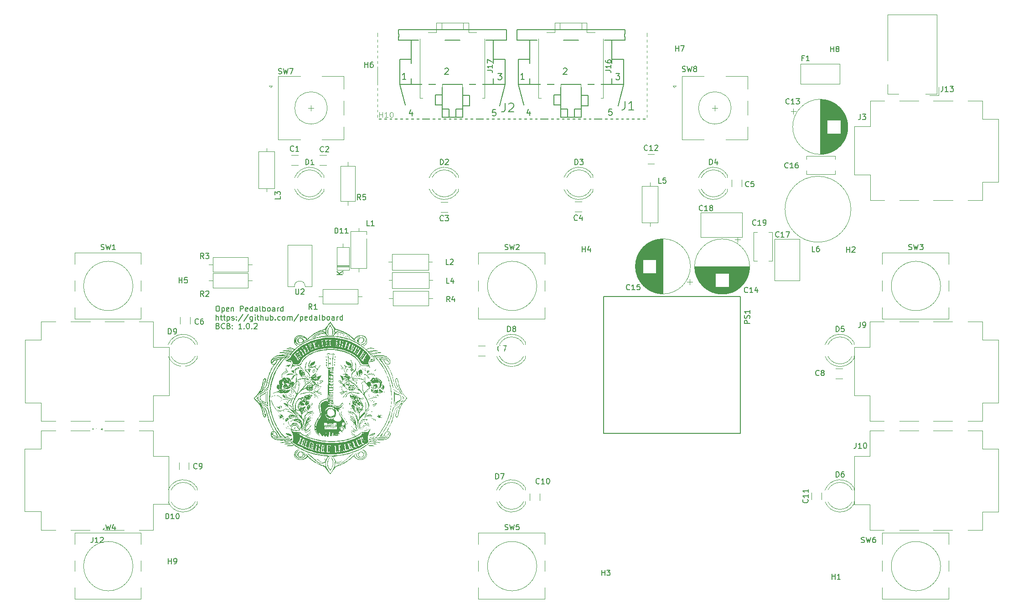
<source format=gto>
G04 #@! TF.GenerationSoftware,KiCad,Pcbnew,7.0.1.1-36-gbcf78dbe24-dirty-deb11*
G04 #@! TF.CreationDate,2023-04-04T15:18:33+00:00*
G04 #@! TF.ProjectId,pedalboard-hw,70656461-6c62-46f6-9172-642d68772e6b,1.0.2*
G04 #@! TF.SameCoordinates,Original*
G04 #@! TF.FileFunction,Legend,Top*
G04 #@! TF.FilePolarity,Positive*
%FSLAX46Y46*%
G04 Gerber Fmt 4.6, Leading zero omitted, Abs format (unit mm)*
G04 Created by KiCad (PCBNEW 7.0.1.1-36-gbcf78dbe24-dirty-deb11) date 2023-04-04 15:18:33*
%MOMM*%
%LPD*%
G01*
G04 APERTURE LIST*
%ADD10C,0.000000*%
%ADD11C,0.008210*%
%ADD12C,0.004304*%
%ADD13C,0.004635*%
%ADD14C,0.150000*%
%ADD15C,0.100000*%
%ADD16C,0.160020*%
%ADD17C,0.127000*%
%ADD18C,0.120000*%
%ADD19C,0.200000*%
%ADD20C,0.152400*%
%ADD21C,2.700000*%
%ADD22C,1.600000*%
%ADD23O,1.200000X2.200000*%
%ADD24O,2.200000X1.200000*%
%ADD25C,3.000000*%
%ADD26R,4.400000X1.800000*%
%ADD27O,4.000000X1.800000*%
%ADD28O,1.800000X4.000000*%
%ADD29O,1.600000X1.600000*%
%ADD30R,1.070000X1.800000*%
%ADD31O,1.070000X1.800000*%
%ADD32R,2.250000X2.250000*%
%ADD33C,2.250000*%
%ADD34R,1.700000X1.700000*%
%ADD35O,1.700000X1.700000*%
%ADD36C,0.600000*%
%ADD37O,3.000000X2.500000*%
%ADD38R,2.400000X1.600000*%
%ADD39O,2.400000X1.600000*%
%ADD40C,2.600000*%
%ADD41R,2.000000X2.000000*%
%ADD42C,2.000000*%
%ADD43C,3.200000*%
%ADD44R,1.600000X1.600000*%
%ADD45C,1.350000*%
%ADD46O,1.350000X1.350000*%
G04 APERTURE END LIST*
D10*
G36*
X76272760Y-84789705D02*
G01*
X76274337Y-84791208D01*
X76275727Y-84793865D01*
X76277935Y-84802562D01*
X76279357Y-84815641D01*
X76279967Y-84832948D01*
X76279741Y-84854326D01*
X76278651Y-84879622D01*
X76276673Y-84908680D01*
X76273779Y-84941344D01*
X76265146Y-85016874D01*
X76262340Y-85037857D01*
X76259234Y-85058395D01*
X76255859Y-85078375D01*
X76252247Y-85097683D01*
X76248428Y-85116205D01*
X76244434Y-85133829D01*
X76240294Y-85150439D01*
X76236041Y-85165923D01*
X76231706Y-85180167D01*
X76227318Y-85193057D01*
X76222911Y-85204479D01*
X76218513Y-85214320D01*
X76214157Y-85222466D01*
X76212004Y-85225868D01*
X76209873Y-85228803D01*
X76207768Y-85231258D01*
X76205692Y-85233218D01*
X76203651Y-85234669D01*
X76201646Y-85235597D01*
X76196449Y-85236591D01*
X76191446Y-85236314D01*
X76186646Y-85234837D01*
X76182057Y-85232235D01*
X76177688Y-85228578D01*
X76173547Y-85223939D01*
X76169642Y-85218391D01*
X76165982Y-85212005D01*
X76162576Y-85204855D01*
X76159431Y-85197012D01*
X76153959Y-85179538D01*
X76149635Y-85160163D01*
X76146525Y-85139465D01*
X76144696Y-85118023D01*
X76144217Y-85096415D01*
X76145153Y-85075221D01*
X76147573Y-85055019D01*
X76151542Y-85036387D01*
X76154130Y-85027842D01*
X76157130Y-85019906D01*
X76160551Y-85012652D01*
X76164402Y-85006153D01*
X76168690Y-85000481D01*
X76173425Y-84995707D01*
X76177511Y-84991956D01*
X76181803Y-84987356D01*
X76186261Y-84981972D01*
X76190843Y-84975864D01*
X76195508Y-84969094D01*
X76200213Y-84961725D01*
X76204919Y-84953819D01*
X76209584Y-84945437D01*
X76214166Y-84936641D01*
X76218624Y-84927495D01*
X76222916Y-84918059D01*
X76227002Y-84908395D01*
X76230840Y-84898566D01*
X76234388Y-84888634D01*
X76237606Y-84878661D01*
X76240451Y-84868708D01*
X76247434Y-84842389D01*
X76253812Y-84821537D01*
X76259559Y-84805998D01*
X76264650Y-84795616D01*
X76266942Y-84792311D01*
X76269059Y-84790237D01*
X76271000Y-84789374D01*
X76272760Y-84789705D01*
G37*
G36*
X71948414Y-93282293D02*
G01*
X71956098Y-93282883D01*
X71963637Y-93283782D01*
X71971015Y-93284982D01*
X71978214Y-93286475D01*
X71985220Y-93288255D01*
X71992016Y-93290315D01*
X71998586Y-93292648D01*
X72004914Y-93295246D01*
X72010983Y-93298103D01*
X72016778Y-93301210D01*
X72022282Y-93304562D01*
X72027479Y-93308151D01*
X72032354Y-93311970D01*
X72036889Y-93316012D01*
X72041069Y-93320270D01*
X72044877Y-93324736D01*
X72048298Y-93329403D01*
X72051315Y-93334266D01*
X72053913Y-93339315D01*
X72056074Y-93344545D01*
X72057783Y-93349947D01*
X72059024Y-93355516D01*
X72059780Y-93361244D01*
X72060036Y-93367123D01*
X72059944Y-93368745D01*
X72059670Y-93370304D01*
X72059222Y-93371796D01*
X72058602Y-93373221D01*
X72057818Y-93374576D01*
X72056873Y-93375859D01*
X72055773Y-93377069D01*
X72054523Y-93378203D01*
X72053129Y-93379260D01*
X72051595Y-93380237D01*
X72048129Y-93381945D01*
X72044167Y-93383312D01*
X72039751Y-93384323D01*
X72034921Y-93384961D01*
X72029718Y-93385212D01*
X72024185Y-93385060D01*
X72018363Y-93384489D01*
X72012293Y-93383483D01*
X72006016Y-93382029D01*
X71999573Y-93380109D01*
X71993007Y-93377708D01*
X71985737Y-93375929D01*
X71978503Y-93374559D01*
X71971342Y-93373592D01*
X71964289Y-93373022D01*
X71957381Y-93372846D01*
X71950653Y-93373057D01*
X71944143Y-93373650D01*
X71937886Y-93374621D01*
X71934863Y-93375247D01*
X71931918Y-93375964D01*
X71929054Y-93376774D01*
X71926276Y-93377674D01*
X71923588Y-93378665D01*
X71920995Y-93379745D01*
X71918502Y-93380915D01*
X71916113Y-93382173D01*
X71913832Y-93383520D01*
X71911664Y-93384953D01*
X71909614Y-93386473D01*
X71907686Y-93388078D01*
X71905884Y-93389769D01*
X71904214Y-93391545D01*
X71902679Y-93393404D01*
X71901285Y-93395347D01*
X71899019Y-93398650D01*
X71896221Y-93401928D01*
X71892937Y-93405153D01*
X71889214Y-93408301D01*
X71885098Y-93411346D01*
X71880636Y-93414261D01*
X71875874Y-93417022D01*
X71870859Y-93419601D01*
X71865637Y-93421974D01*
X71860254Y-93424114D01*
X71854759Y-93425996D01*
X71849196Y-93427594D01*
X71843612Y-93428882D01*
X71838054Y-93429833D01*
X71832568Y-93430423D01*
X71827202Y-93430626D01*
X71819334Y-93430291D01*
X71812255Y-93429312D01*
X71805949Y-93427727D01*
X71800399Y-93425575D01*
X71795588Y-93422893D01*
X71791499Y-93419719D01*
X71788115Y-93416092D01*
X71785420Y-93412049D01*
X71783397Y-93407630D01*
X71782028Y-93402871D01*
X71781298Y-93397811D01*
X71781189Y-93392488D01*
X71781685Y-93386940D01*
X71782769Y-93381206D01*
X71784424Y-93375323D01*
X71786633Y-93369330D01*
X71789379Y-93363264D01*
X71792646Y-93357164D01*
X71796417Y-93351068D01*
X71800675Y-93345014D01*
X71805403Y-93339040D01*
X71810585Y-93333184D01*
X71816203Y-93327485D01*
X71822241Y-93321980D01*
X71828682Y-93316708D01*
X71835510Y-93311706D01*
X71842707Y-93307013D01*
X71850256Y-93302667D01*
X71858142Y-93298706D01*
X71866346Y-93295168D01*
X71874853Y-93292091D01*
X71883646Y-93289514D01*
X71891911Y-93287384D01*
X71900161Y-93285618D01*
X71908378Y-93284211D01*
X71916547Y-93283154D01*
X71924651Y-93282441D01*
X71932674Y-93282065D01*
X71940601Y-93282018D01*
X71948414Y-93282293D01*
G37*
G36*
X63589400Y-92129915D02*
G01*
X63592357Y-92131119D01*
X63595030Y-92133032D01*
X63597423Y-92135662D01*
X63599543Y-92139017D01*
X63601394Y-92143106D01*
X63602981Y-92147938D01*
X63605386Y-92159861D01*
X63606798Y-92174853D01*
X63607260Y-92192982D01*
X63606812Y-92214315D01*
X63605496Y-92238919D01*
X63603353Y-92266862D01*
X63600425Y-92298210D01*
X63598729Y-92319045D01*
X63597607Y-92339219D01*
X63597053Y-92358732D01*
X63597062Y-92377583D01*
X63597630Y-92395773D01*
X63598751Y-92413302D01*
X63600419Y-92430169D01*
X63602630Y-92446375D01*
X63605378Y-92461919D01*
X63608659Y-92476802D01*
X63612466Y-92491023D01*
X63616796Y-92504583D01*
X63621642Y-92517481D01*
X63627000Y-92529718D01*
X63632865Y-92541294D01*
X63639230Y-92552208D01*
X63644558Y-92561205D01*
X63649938Y-92570936D01*
X63660728Y-92592227D01*
X63671353Y-92615336D01*
X63681564Y-92639521D01*
X63691114Y-92664035D01*
X63699754Y-92688137D01*
X63707237Y-92711081D01*
X63713314Y-92732124D01*
X63714398Y-92737074D01*
X63715662Y-92741997D01*
X63717099Y-92746887D01*
X63718702Y-92751740D01*
X63722383Y-92761308D01*
X63726653Y-92770654D01*
X63731461Y-92779731D01*
X63736754Y-92788492D01*
X63742482Y-92796893D01*
X63748592Y-92804884D01*
X63755032Y-92812422D01*
X63761752Y-92819457D01*
X63768699Y-92825946D01*
X63775822Y-92831840D01*
X63783068Y-92837093D01*
X63790388Y-92841659D01*
X63794058Y-92843669D01*
X63797727Y-92845491D01*
X63801389Y-92847117D01*
X63805036Y-92848542D01*
X63811724Y-92850890D01*
X63818520Y-92853930D01*
X63825368Y-92857611D01*
X63832211Y-92861881D01*
X63838992Y-92866689D01*
X63845654Y-92871982D01*
X63852140Y-92877709D01*
X63858394Y-92883819D01*
X63864358Y-92890260D01*
X63869976Y-92896979D01*
X63875191Y-92903926D01*
X63879946Y-92911049D01*
X63884184Y-92918296D01*
X63887849Y-92925615D01*
X63890883Y-92932954D01*
X63892146Y-92936616D01*
X63893230Y-92940263D01*
X63896258Y-92949183D01*
X63899389Y-92957421D01*
X63902619Y-92964978D01*
X63905950Y-92971855D01*
X63909378Y-92978053D01*
X63912904Y-92983571D01*
X63916525Y-92988411D01*
X63920240Y-92992574D01*
X63924048Y-92996060D01*
X63927949Y-92998869D01*
X63931939Y-93001003D01*
X63936019Y-93002462D01*
X63940186Y-93003246D01*
X63944440Y-93003357D01*
X63948779Y-93002794D01*
X63953203Y-93001559D01*
X63957709Y-92999652D01*
X63962296Y-92997074D01*
X63966963Y-92993826D01*
X63971710Y-92989908D01*
X63976533Y-92985320D01*
X63981433Y-92980064D01*
X63986408Y-92974140D01*
X63991457Y-92967549D01*
X63996578Y-92960291D01*
X64001770Y-92952367D01*
X64012362Y-92934523D01*
X64023222Y-92914024D01*
X64034341Y-92890873D01*
X64070794Y-92817818D01*
X64106358Y-92751919D01*
X64141467Y-92692894D01*
X64176555Y-92640457D01*
X64194227Y-92616621D01*
X64212057Y-92594325D01*
X64230098Y-92573534D01*
X64248406Y-92554213D01*
X64267034Y-92536326D01*
X64286037Y-92519837D01*
X64305468Y-92504711D01*
X64325383Y-92490913D01*
X64345835Y-92478406D01*
X64366879Y-92467156D01*
X64388569Y-92457127D01*
X64410959Y-92448283D01*
X64434104Y-92440589D01*
X64458057Y-92434010D01*
X64482874Y-92428509D01*
X64508607Y-92424051D01*
X64535312Y-92420601D01*
X64563043Y-92418123D01*
X64621799Y-92415941D01*
X64685310Y-92417222D01*
X64754008Y-92421681D01*
X64778505Y-92423951D01*
X64803012Y-92426776D01*
X64851849Y-92434001D01*
X64900108Y-92443168D01*
X64947375Y-92454093D01*
X64993236Y-92466588D01*
X65037278Y-92480468D01*
X65079088Y-92495547D01*
X65118251Y-92511639D01*
X65154356Y-92528558D01*
X65171132Y-92537270D01*
X65186988Y-92546118D01*
X65201872Y-92555080D01*
X65215734Y-92564132D01*
X65228520Y-92573252D01*
X65240180Y-92582415D01*
X65250662Y-92591599D01*
X65259914Y-92600781D01*
X65267884Y-92609936D01*
X65274521Y-92619043D01*
X65279773Y-92628077D01*
X65283588Y-92637016D01*
X65285915Y-92645836D01*
X65286703Y-92654513D01*
X65286620Y-92662566D01*
X65286207Y-92669493D01*
X65285214Y-92675241D01*
X65283395Y-92679759D01*
X65282098Y-92681541D01*
X65280501Y-92682996D01*
X65278574Y-92684118D01*
X65276284Y-92684900D01*
X65273602Y-92685335D01*
X65270497Y-92685418D01*
X65262890Y-92684500D01*
X65253216Y-92682094D01*
X65241227Y-92678147D01*
X65226675Y-92672609D01*
X65209312Y-92665428D01*
X65165159Y-92645929D01*
X65106786Y-92619236D01*
X65073158Y-92604892D01*
X65040998Y-92592289D01*
X65010202Y-92581432D01*
X64980668Y-92572328D01*
X64952290Y-92564980D01*
X64924967Y-92559395D01*
X64898595Y-92555577D01*
X64873071Y-92553531D01*
X64848290Y-92553263D01*
X64824150Y-92554778D01*
X64800548Y-92558081D01*
X64777380Y-92563178D01*
X64754542Y-92570072D01*
X64731932Y-92578770D01*
X64709446Y-92589277D01*
X64686980Y-92601597D01*
X64665331Y-92613579D01*
X64638143Y-92628000D01*
X64571446Y-92662010D01*
X64495488Y-92699327D01*
X64418870Y-92735652D01*
X64386309Y-92752172D01*
X64354839Y-92769917D01*
X64324557Y-92788788D01*
X64295563Y-92808688D01*
X64267953Y-92829518D01*
X64241826Y-92851179D01*
X64217281Y-92873575D01*
X64194415Y-92896607D01*
X64173326Y-92920175D01*
X64154114Y-92944184D01*
X64136875Y-92968533D01*
X64121709Y-92993125D01*
X64108713Y-93017862D01*
X64097986Y-93042646D01*
X64093504Y-93055024D01*
X64089626Y-93067378D01*
X64086364Y-93079694D01*
X64083730Y-93091960D01*
X64081584Y-93101271D01*
X64079124Y-93110023D01*
X64076370Y-93118213D01*
X64073340Y-93125838D01*
X64070051Y-93132898D01*
X64066522Y-93139390D01*
X64062771Y-93145313D01*
X64058816Y-93150663D01*
X64054674Y-93155440D01*
X64050365Y-93159642D01*
X64045905Y-93163266D01*
X64041314Y-93166311D01*
X64036610Y-93168774D01*
X64031809Y-93170654D01*
X64026932Y-93171949D01*
X64021994Y-93172656D01*
X64017016Y-93172775D01*
X64012014Y-93172302D01*
X64007007Y-93171237D01*
X64002013Y-93169576D01*
X63997050Y-93167319D01*
X63992136Y-93164463D01*
X63987289Y-93161006D01*
X63982527Y-93156946D01*
X63977869Y-93152282D01*
X63973332Y-93147011D01*
X63968935Y-93141132D01*
X63964696Y-93134642D01*
X63960632Y-93127540D01*
X63956761Y-93119824D01*
X63953103Y-93111491D01*
X63949675Y-93102540D01*
X63945965Y-93093910D01*
X63941489Y-93085254D01*
X63936311Y-93076628D01*
X63930492Y-93068091D01*
X63924095Y-93059698D01*
X63917181Y-93051506D01*
X63909812Y-93043573D01*
X63902050Y-93035955D01*
X63893957Y-93028709D01*
X63885596Y-93021892D01*
X63877028Y-93015560D01*
X63868315Y-93009772D01*
X63859520Y-93004582D01*
X63850704Y-93000049D01*
X63841929Y-92996229D01*
X63833258Y-92993179D01*
X63817571Y-92988021D01*
X63802183Y-92980357D01*
X63786982Y-92969995D01*
X63771853Y-92956744D01*
X63756682Y-92940414D01*
X63741357Y-92920812D01*
X63725763Y-92897748D01*
X63709786Y-92871031D01*
X63693313Y-92840468D01*
X63676231Y-92805870D01*
X63658425Y-92767044D01*
X63639782Y-92723801D01*
X63599529Y-92623293D01*
X63554564Y-92502818D01*
X63540876Y-92464793D01*
X63528905Y-92429961D01*
X63518628Y-92398127D01*
X63510026Y-92369093D01*
X63503077Y-92342664D01*
X63500216Y-92330365D01*
X63497761Y-92318644D01*
X63495709Y-92307475D01*
X63494058Y-92296834D01*
X63492804Y-92286698D01*
X63491946Y-92277041D01*
X63491480Y-92267838D01*
X63491405Y-92259066D01*
X63491717Y-92250699D01*
X63492414Y-92242714D01*
X63493494Y-92235085D01*
X63494953Y-92227788D01*
X63496790Y-92220798D01*
X63499001Y-92214092D01*
X63501585Y-92207644D01*
X63504537Y-92201429D01*
X63507857Y-92195424D01*
X63511541Y-92189604D01*
X63515587Y-92183944D01*
X63519992Y-92178419D01*
X63524754Y-92173006D01*
X63529869Y-92167679D01*
X63543064Y-92154998D01*
X63554894Y-92144783D01*
X63565402Y-92137100D01*
X63570172Y-92134229D01*
X63574628Y-92132016D01*
X63578773Y-92130470D01*
X63582614Y-92129599D01*
X63586154Y-92129411D01*
X63589400Y-92129915D01*
G37*
G36*
X77645412Y-92076611D02*
G01*
X77648132Y-92077082D01*
X77650913Y-92077812D01*
X77653768Y-92078803D01*
X77656705Y-92080055D01*
X77659735Y-92081569D01*
X77662868Y-92083345D01*
X77666115Y-92085383D01*
X77669486Y-92087685D01*
X77672991Y-92090252D01*
X77680446Y-92096180D01*
X77688562Y-92103173D01*
X77697423Y-92111235D01*
X77705486Y-92119473D01*
X77709115Y-92123334D01*
X77712479Y-92127035D01*
X77715576Y-92130582D01*
X77718407Y-92133986D01*
X77720974Y-92137254D01*
X77723276Y-92140395D01*
X77725315Y-92143417D01*
X77727091Y-92146329D01*
X77728604Y-92149138D01*
X77729857Y-92151854D01*
X77730848Y-92154484D01*
X77731578Y-92157038D01*
X77732049Y-92159523D01*
X77732261Y-92161948D01*
X77732215Y-92164321D01*
X77731911Y-92166651D01*
X77731350Y-92168946D01*
X77730532Y-92171215D01*
X77729459Y-92173465D01*
X77728130Y-92175706D01*
X77726547Y-92177946D01*
X77724710Y-92180192D01*
X77722620Y-92182455D01*
X77720277Y-92184741D01*
X77717682Y-92187059D01*
X77714836Y-92189418D01*
X77711739Y-92191826D01*
X77708393Y-92194292D01*
X77700952Y-92199429D01*
X77691768Y-92204993D01*
X77682750Y-92209794D01*
X77673921Y-92213853D01*
X77665302Y-92217193D01*
X77656916Y-92219835D01*
X77648785Y-92221801D01*
X77640930Y-92223113D01*
X77633373Y-92223794D01*
X77626137Y-92223865D01*
X77619243Y-92223348D01*
X77612713Y-92222266D01*
X77606570Y-92220639D01*
X77600835Y-92218490D01*
X77595530Y-92215842D01*
X77590677Y-92212715D01*
X77586299Y-92209133D01*
X77582416Y-92205116D01*
X77579052Y-92200687D01*
X77576228Y-92195868D01*
X77573965Y-92190681D01*
X77572287Y-92185147D01*
X77571214Y-92179290D01*
X77570770Y-92173130D01*
X77570975Y-92166689D01*
X77571852Y-92159990D01*
X77573423Y-92153055D01*
X77575709Y-92145905D01*
X77578734Y-92138563D01*
X77582517Y-92131050D01*
X77587083Y-92123389D01*
X77592452Y-92115601D01*
X77598647Y-92107708D01*
X77605027Y-92100268D01*
X77610993Y-92093824D01*
X77613848Y-92090978D01*
X77616630Y-92088384D01*
X77619349Y-92086041D01*
X77622018Y-92083951D01*
X77624645Y-92082114D01*
X77627240Y-92080530D01*
X77629816Y-92079202D01*
X77632381Y-92078128D01*
X77634945Y-92077311D01*
X77637521Y-92076749D01*
X77640117Y-92076445D01*
X77642743Y-92076399D01*
X77645412Y-92076611D01*
G37*
G36*
X75174622Y-89700882D02*
G01*
X75177078Y-89701202D01*
X75179659Y-89701834D01*
X75182376Y-89702779D01*
X75185239Y-89704037D01*
X75188260Y-89705611D01*
X75191450Y-89707502D01*
X75194819Y-89709710D01*
X75198379Y-89712237D01*
X75206114Y-89718254D01*
X75214743Y-89725563D01*
X75224354Y-89734174D01*
X75235034Y-89744098D01*
X75241524Y-89750241D01*
X75247757Y-89756741D01*
X75253727Y-89763561D01*
X75259426Y-89770666D01*
X75264845Y-89778019D01*
X75269978Y-89785583D01*
X75274816Y-89793323D01*
X75279352Y-89801203D01*
X75283578Y-89809186D01*
X75287486Y-89817237D01*
X75291069Y-89825318D01*
X75294318Y-89833394D01*
X75297226Y-89841429D01*
X75299785Y-89849386D01*
X75301988Y-89857230D01*
X75303826Y-89864924D01*
X75305293Y-89872431D01*
X75306379Y-89879717D01*
X75307078Y-89886744D01*
X75307382Y-89893477D01*
X75307282Y-89899879D01*
X75306772Y-89905914D01*
X75305843Y-89911545D01*
X75304488Y-89916738D01*
X75302698Y-89921455D01*
X75300467Y-89925661D01*
X75297787Y-89929319D01*
X75294649Y-89932393D01*
X75291045Y-89934846D01*
X75286970Y-89936644D01*
X75282413Y-89937749D01*
X75277368Y-89938125D01*
X75272278Y-89937699D01*
X75266949Y-89936448D01*
X75261410Y-89934419D01*
X75255692Y-89931655D01*
X75249824Y-89928202D01*
X75243836Y-89924103D01*
X75231618Y-89914147D01*
X75219276Y-89902145D01*
X75207047Y-89888454D01*
X75195170Y-89873429D01*
X75183883Y-89857427D01*
X75173422Y-89840805D01*
X75164025Y-89823920D01*
X75155931Y-89807128D01*
X75149377Y-89790785D01*
X75144600Y-89775249D01*
X75142953Y-89767894D01*
X75141839Y-89760875D01*
X75141288Y-89754235D01*
X75141331Y-89748020D01*
X75141996Y-89742274D01*
X75143314Y-89737042D01*
X75147173Y-89728362D01*
X75150872Y-89720850D01*
X75154498Y-89714516D01*
X75156312Y-89711794D01*
X75158141Y-89709370D01*
X75159995Y-89707247D01*
X75161886Y-89705424D01*
X75163825Y-89703904D01*
X75165823Y-89702687D01*
X75167890Y-89701775D01*
X75170039Y-89701169D01*
X75172279Y-89700871D01*
X75174622Y-89700882D01*
G37*
G36*
X66637051Y-79003071D02*
G01*
X66637990Y-79003598D01*
X66638903Y-79004476D01*
X66639798Y-79005706D01*
X66640683Y-79007288D01*
X66641566Y-79009220D01*
X66643354Y-79014140D01*
X66645224Y-79020465D01*
X66647240Y-79028196D01*
X66651952Y-79047875D01*
X66653473Y-79054426D01*
X66654732Y-79060840D01*
X66655736Y-79067108D01*
X66656493Y-79073217D01*
X66657010Y-79079155D01*
X66657293Y-79084911D01*
X66657351Y-79090474D01*
X66657189Y-79095831D01*
X66656815Y-79100970D01*
X66656237Y-79105882D01*
X66655461Y-79110553D01*
X66654495Y-79114972D01*
X66653345Y-79119127D01*
X66652019Y-79123007D01*
X66650523Y-79126601D01*
X66648866Y-79129896D01*
X66647053Y-79132881D01*
X66645092Y-79135544D01*
X66642991Y-79137874D01*
X66640756Y-79139859D01*
X66638394Y-79141488D01*
X66635913Y-79142748D01*
X66633319Y-79143628D01*
X66630620Y-79144117D01*
X66627823Y-79144203D01*
X66624935Y-79143875D01*
X66621963Y-79143119D01*
X66618914Y-79141926D01*
X66615795Y-79140284D01*
X66612614Y-79138180D01*
X66609377Y-79135603D01*
X66606091Y-79132542D01*
X66604820Y-79131468D01*
X66603650Y-79130234D01*
X66602582Y-79128847D01*
X66601613Y-79127312D01*
X66599968Y-79123821D01*
X66598705Y-79119808D01*
X66597814Y-79115320D01*
X66597285Y-79110403D01*
X66597108Y-79105104D01*
X66597272Y-79099468D01*
X66597766Y-79093544D01*
X66598581Y-79087376D01*
X66599706Y-79081012D01*
X66601130Y-79074498D01*
X66602844Y-79067881D01*
X66604837Y-79061207D01*
X66607099Y-79054523D01*
X66609619Y-79047875D01*
X66618962Y-79028196D01*
X66622797Y-79020465D01*
X66626156Y-79014140D01*
X66629101Y-79009220D01*
X66630439Y-79007288D01*
X66631696Y-79005706D01*
X66632880Y-79004476D01*
X66634000Y-79003598D01*
X66635064Y-79003071D01*
X66636078Y-79002895D01*
X66637051Y-79003071D01*
G37*
G36*
X66641397Y-89925393D02*
G01*
X66642645Y-89926057D01*
X66643801Y-89927328D01*
X66644876Y-89929202D01*
X66645882Y-89931678D01*
X66646829Y-89934755D01*
X66648590Y-89942700D01*
X66650248Y-89953022D01*
X66651891Y-89965706D01*
X66655481Y-89998097D01*
X66658437Y-90018650D01*
X66661930Y-90040154D01*
X66665836Y-90061907D01*
X66670032Y-90083205D01*
X66674394Y-90103345D01*
X66678797Y-90121625D01*
X66683117Y-90137341D01*
X66685207Y-90144019D01*
X66687231Y-90149792D01*
X66692296Y-90162066D01*
X66696911Y-90174397D01*
X66701080Y-90186761D01*
X66704808Y-90199132D01*
X66708099Y-90211485D01*
X66710958Y-90223794D01*
X66713389Y-90236036D01*
X66715398Y-90248183D01*
X66716988Y-90260212D01*
X66718163Y-90272096D01*
X66718929Y-90283812D01*
X66719291Y-90295332D01*
X66719251Y-90306634D01*
X66718816Y-90317690D01*
X66717989Y-90328477D01*
X66716776Y-90338968D01*
X66715180Y-90349139D01*
X66713206Y-90358964D01*
X66710858Y-90368419D01*
X66708142Y-90377478D01*
X66705062Y-90386115D01*
X66701621Y-90394306D01*
X66697826Y-90402026D01*
X66693680Y-90409249D01*
X66689187Y-90415950D01*
X66684353Y-90422103D01*
X66679181Y-90427685D01*
X66673677Y-90432669D01*
X66667845Y-90437030D01*
X66661689Y-90440743D01*
X66655214Y-90443784D01*
X66648424Y-90446125D01*
X66627935Y-90451288D01*
X66608163Y-90455553D01*
X66589143Y-90458952D01*
X66570910Y-90461518D01*
X66553498Y-90463283D01*
X66536943Y-90464279D01*
X66521279Y-90464539D01*
X66506542Y-90464095D01*
X66492766Y-90462979D01*
X66479985Y-90461223D01*
X66468236Y-90458861D01*
X66457553Y-90455923D01*
X66447970Y-90452443D01*
X66439523Y-90448452D01*
X66432246Y-90443984D01*
X66426175Y-90439069D01*
X66421344Y-90433742D01*
X66417788Y-90428033D01*
X66415542Y-90421976D01*
X66414641Y-90415601D01*
X66415119Y-90408943D01*
X66417013Y-90402033D01*
X66420355Y-90394903D01*
X66425183Y-90387586D01*
X66431529Y-90380114D01*
X66439430Y-90372519D01*
X66448920Y-90364834D01*
X66460033Y-90357090D01*
X66472806Y-90349321D01*
X66487272Y-90341558D01*
X66503467Y-90333834D01*
X66521425Y-90326181D01*
X66531429Y-90321860D01*
X66540936Y-90317497D01*
X66549944Y-90313090D01*
X66558453Y-90308638D01*
X66566460Y-90304139D01*
X66573964Y-90299592D01*
X66580965Y-90294997D01*
X66587461Y-90290351D01*
X66593450Y-90285653D01*
X66598931Y-90280902D01*
X66603903Y-90276097D01*
X66608365Y-90271237D01*
X66612316Y-90266320D01*
X66615753Y-90261344D01*
X66618677Y-90256309D01*
X66621085Y-90251214D01*
X66622976Y-90246056D01*
X66624349Y-90240836D01*
X66625203Y-90235550D01*
X66625536Y-90230199D01*
X66625347Y-90224780D01*
X66624635Y-90219293D01*
X66623398Y-90213737D01*
X66621636Y-90208109D01*
X66619346Y-90202409D01*
X66616528Y-90196635D01*
X66613181Y-90190787D01*
X66609302Y-90184862D01*
X66604891Y-90178859D01*
X66599947Y-90172778D01*
X66594468Y-90166617D01*
X66588452Y-90160374D01*
X66583493Y-90154911D01*
X66579206Y-90149081D01*
X66575600Y-90142849D01*
X66572688Y-90136176D01*
X66570478Y-90129029D01*
X66568981Y-90121369D01*
X66568207Y-90113162D01*
X66568168Y-90104371D01*
X66568872Y-90094960D01*
X66570331Y-90084893D01*
X66572555Y-90074133D01*
X66575554Y-90062644D01*
X66579338Y-90050391D01*
X66583919Y-90037337D01*
X66589305Y-90023445D01*
X66595508Y-90008680D01*
X66611831Y-89972776D01*
X66618475Y-89958629D01*
X66624226Y-89946999D01*
X66629171Y-89937871D01*
X66633397Y-89931228D01*
X66635268Y-89928833D01*
X66636993Y-89927055D01*
X66638582Y-89925890D01*
X66640046Y-89925337D01*
X66641397Y-89925393D01*
G37*
G36*
X64564178Y-82586928D02*
G01*
X64565934Y-82587201D01*
X64570061Y-82588459D01*
X64574974Y-82590646D01*
X64580630Y-82593743D01*
X64586990Y-82597729D01*
X64594011Y-82602583D01*
X64601652Y-82608285D01*
X64609872Y-82614813D01*
X64618630Y-82622148D01*
X64627883Y-82630267D01*
X64637592Y-82639152D01*
X64646232Y-82648458D01*
X64654294Y-82657827D01*
X64661779Y-82667221D01*
X64668687Y-82676600D01*
X64675019Y-82685925D01*
X64680775Y-82695156D01*
X64685956Y-82704255D01*
X64690563Y-82713180D01*
X64694597Y-82721894D01*
X64698057Y-82730357D01*
X64700945Y-82738529D01*
X64703262Y-82746370D01*
X64705007Y-82753843D01*
X64706182Y-82760906D01*
X64706788Y-82767521D01*
X64706824Y-82773649D01*
X64706292Y-82779249D01*
X64705192Y-82784283D01*
X64703525Y-82788711D01*
X64701291Y-82792493D01*
X64698492Y-82795591D01*
X64696880Y-82796871D01*
X64695127Y-82797965D01*
X64693233Y-82798868D01*
X64691198Y-82799575D01*
X64686705Y-82800383D01*
X64681648Y-82800348D01*
X64676029Y-82799431D01*
X64669848Y-82797593D01*
X64663106Y-82794794D01*
X64655803Y-82790996D01*
X64647940Y-82786158D01*
X64639517Y-82780242D01*
X64630536Y-82773207D01*
X64623586Y-82767715D01*
X64617272Y-82763168D01*
X64611568Y-82759604D01*
X64608937Y-82758201D01*
X64606448Y-82757057D01*
X64604099Y-82756177D01*
X64601886Y-82755565D01*
X64599806Y-82755225D01*
X64597856Y-82755163D01*
X64596032Y-82755382D01*
X64594332Y-82755887D01*
X64592752Y-82756683D01*
X64591289Y-82757774D01*
X64589940Y-82759165D01*
X64588701Y-82760860D01*
X64587570Y-82762864D01*
X64586542Y-82765182D01*
X64585615Y-82767817D01*
X64584786Y-82770774D01*
X64583407Y-82777674D01*
X64582379Y-82785917D01*
X64581678Y-82795540D01*
X64581275Y-82806579D01*
X64581147Y-82819070D01*
X64581268Y-82828282D01*
X64581622Y-82837370D01*
X64582193Y-82846293D01*
X64582966Y-82855008D01*
X64583925Y-82863476D01*
X64585054Y-82871655D01*
X64586338Y-82879503D01*
X64587762Y-82886979D01*
X64589309Y-82894041D01*
X64590966Y-82900649D01*
X64592715Y-82906760D01*
X64594542Y-82912334D01*
X64596431Y-82917330D01*
X64598366Y-82921705D01*
X64600332Y-82925419D01*
X64602314Y-82928430D01*
X64606149Y-82933056D01*
X64609716Y-82938937D01*
X64613017Y-82945984D01*
X64616053Y-82954110D01*
X64621336Y-82973241D01*
X64625575Y-82995623D01*
X64628781Y-83020548D01*
X64630963Y-83047307D01*
X64632133Y-83075193D01*
X64632300Y-83103497D01*
X64631475Y-83131511D01*
X64629668Y-83158529D01*
X64626889Y-83183841D01*
X64623150Y-83206740D01*
X64618459Y-83226517D01*
X64612828Y-83242465D01*
X64609663Y-83248782D01*
X64606267Y-83253876D01*
X64602641Y-83257659D01*
X64598786Y-83260042D01*
X64590472Y-83261329D01*
X64580184Y-83260004D01*
X64568081Y-83256225D01*
X64554317Y-83250148D01*
X64539049Y-83241932D01*
X64522434Y-83231734D01*
X64485787Y-83206023D01*
X64445626Y-83174276D01*
X64403201Y-83137754D01*
X64359763Y-83097719D01*
X64316564Y-83055430D01*
X64274852Y-83012149D01*
X64235879Y-82969137D01*
X64200896Y-82927655D01*
X64171153Y-82888963D01*
X64147900Y-82854322D01*
X64139099Y-82838915D01*
X64132389Y-82824994D01*
X64127927Y-82812716D01*
X64125869Y-82802239D01*
X64126372Y-82793721D01*
X64129591Y-82787319D01*
X64138301Y-82776953D01*
X64147224Y-82767026D01*
X64156345Y-82757543D01*
X64165648Y-82748506D01*
X64175119Y-82739922D01*
X64184743Y-82731795D01*
X64194505Y-82724129D01*
X64204391Y-82716929D01*
X64214386Y-82710199D01*
X64224474Y-82703943D01*
X64234640Y-82698167D01*
X64244871Y-82692875D01*
X64255151Y-82688071D01*
X64265465Y-82683760D01*
X64275799Y-82679947D01*
X64286137Y-82676635D01*
X64296464Y-82673830D01*
X64306767Y-82671536D01*
X64317029Y-82669757D01*
X64327237Y-82668498D01*
X64337374Y-82667764D01*
X64347428Y-82667558D01*
X64357381Y-82667887D01*
X64367220Y-82668753D01*
X64376931Y-82670162D01*
X64386497Y-82672118D01*
X64395904Y-82674626D01*
X64405137Y-82677690D01*
X64414182Y-82681314D01*
X64423023Y-82685504D01*
X64431646Y-82690264D01*
X64440036Y-82695598D01*
X64448250Y-82701201D01*
X64456343Y-82706116D01*
X64464300Y-82710355D01*
X64472103Y-82713932D01*
X64479735Y-82716861D01*
X64487180Y-82719154D01*
X64494421Y-82720826D01*
X64501441Y-82721890D01*
X64508224Y-82722360D01*
X64514751Y-82722249D01*
X64521008Y-82721571D01*
X64526976Y-82720340D01*
X64532640Y-82718568D01*
X64537982Y-82716270D01*
X64542985Y-82713459D01*
X64547633Y-82710149D01*
X64551909Y-82706353D01*
X64555796Y-82702085D01*
X64559278Y-82697358D01*
X64562337Y-82692186D01*
X64564957Y-82686583D01*
X64567121Y-82680562D01*
X64568811Y-82674136D01*
X64570013Y-82667320D01*
X64570708Y-82660126D01*
X64570879Y-82652569D01*
X64570511Y-82644661D01*
X64569586Y-82636417D01*
X64568087Y-82627850D01*
X64565998Y-82618974D01*
X64563301Y-82609802D01*
X64559981Y-82600348D01*
X64558527Y-82595590D01*
X64558190Y-82593608D01*
X64558107Y-82591887D01*
X64558271Y-82590424D01*
X64558678Y-82589217D01*
X64559323Y-82588263D01*
X64560201Y-82587560D01*
X64561306Y-82587104D01*
X64562633Y-82586895D01*
X64564178Y-82586928D01*
G37*
G36*
X76203114Y-84402948D02*
G01*
X76211788Y-84403207D01*
X76220959Y-84403694D01*
X76230585Y-84404413D01*
X76240624Y-84405370D01*
X76251035Y-84406570D01*
X76265517Y-84408074D01*
X76278589Y-84410008D01*
X76290327Y-84412468D01*
X76295721Y-84413927D01*
X76300810Y-84415554D01*
X76305605Y-84417362D01*
X76310114Y-84419363D01*
X76314349Y-84421570D01*
X76318318Y-84423994D01*
X76322031Y-84426649D01*
X76325499Y-84429545D01*
X76328729Y-84432696D01*
X76331733Y-84436114D01*
X76334520Y-84439811D01*
X76337100Y-84443799D01*
X76339482Y-84448091D01*
X76341676Y-84452699D01*
X76343692Y-84457635D01*
X76345539Y-84462911D01*
X76348766Y-84474534D01*
X76351435Y-84487666D01*
X76353623Y-84502404D01*
X76355408Y-84518849D01*
X76356868Y-84537096D01*
X76360155Y-84575310D01*
X76361078Y-84590349D01*
X76361334Y-84602692D01*
X76361168Y-84607854D01*
X76360784Y-84612347D01*
X76360163Y-84616170D01*
X76359288Y-84619325D01*
X76358141Y-84621813D01*
X76356707Y-84623637D01*
X76354965Y-84624796D01*
X76352901Y-84625292D01*
X76350495Y-84625127D01*
X76347730Y-84624301D01*
X76344590Y-84622817D01*
X76341057Y-84620675D01*
X76337112Y-84617877D01*
X76332739Y-84614424D01*
X76322639Y-84605558D01*
X76310617Y-84594087D01*
X76296532Y-84580023D01*
X76261620Y-84544152D01*
X76239701Y-84520746D01*
X76219230Y-84498456D01*
X76200661Y-84477738D01*
X76184448Y-84459045D01*
X76177368Y-84450600D01*
X76171047Y-84442832D01*
X76165542Y-84435798D01*
X76160911Y-84429554D01*
X76157210Y-84424158D01*
X76154496Y-84419667D01*
X76153527Y-84417778D01*
X76152826Y-84416136D01*
X76152400Y-84414749D01*
X76152257Y-84413624D01*
X76152380Y-84412652D01*
X76152746Y-84411723D01*
X76153350Y-84410836D01*
X76154186Y-84409993D01*
X76156536Y-84408438D01*
X76159753Y-84407065D01*
X76163798Y-84405877D01*
X76168628Y-84404881D01*
X76174202Y-84404081D01*
X76180479Y-84403482D01*
X76187418Y-84403090D01*
X76194976Y-84402911D01*
X76203114Y-84402948D01*
G37*
G36*
X70545054Y-79778196D02*
G01*
X70546975Y-79778409D01*
X70548852Y-79778758D01*
X70550684Y-79779241D01*
X70552469Y-79779853D01*
X70554207Y-79780590D01*
X70555895Y-79781448D01*
X70557533Y-79782424D01*
X70559119Y-79783514D01*
X70560652Y-79784714D01*
X70562131Y-79786019D01*
X70563555Y-79787427D01*
X70566230Y-79790533D01*
X70568668Y-79794000D01*
X70570857Y-79797798D01*
X70572788Y-79801896D01*
X70574450Y-79806263D01*
X70575833Y-79810867D01*
X70576927Y-79815678D01*
X70577721Y-79820665D01*
X70578205Y-79825796D01*
X70578369Y-79831041D01*
X70578328Y-79833676D01*
X70578205Y-79836287D01*
X70578003Y-79838868D01*
X70577721Y-79841418D01*
X70577362Y-79843931D01*
X70576927Y-79846405D01*
X70576417Y-79848834D01*
X70575833Y-79851216D01*
X70575177Y-79853546D01*
X70574450Y-79855820D01*
X70573653Y-79858035D01*
X70572788Y-79860187D01*
X70571855Y-79862271D01*
X70570857Y-79864285D01*
X70569794Y-79866223D01*
X70568668Y-79868083D01*
X70567479Y-79869860D01*
X70566230Y-79871550D01*
X70564922Y-79873151D01*
X70563555Y-79874656D01*
X70562131Y-79876064D01*
X70560652Y-79877369D01*
X70559119Y-79878569D01*
X70557533Y-79879659D01*
X70555895Y-79880635D01*
X70554207Y-79881493D01*
X70552469Y-79882230D01*
X70550684Y-79882842D01*
X70548852Y-79883324D01*
X70546975Y-79883674D01*
X70545054Y-79883886D01*
X70543091Y-79883958D01*
X70541438Y-79883886D01*
X70539788Y-79883674D01*
X70538144Y-79883324D01*
X70536511Y-79882842D01*
X70534890Y-79882230D01*
X70533285Y-79881493D01*
X70531700Y-79880635D01*
X70530137Y-79879659D01*
X70527092Y-79877369D01*
X70524177Y-79874656D01*
X70521416Y-79871550D01*
X70518837Y-79868083D01*
X70516464Y-79864285D01*
X70514324Y-79860187D01*
X70512442Y-79855820D01*
X70510844Y-79851216D01*
X70509557Y-79846405D01*
X70508605Y-79841418D01*
X70508015Y-79836287D01*
X70507812Y-79831041D01*
X70507864Y-79828407D01*
X70508015Y-79825796D01*
X70508263Y-79823215D01*
X70508605Y-79820665D01*
X70509037Y-79818152D01*
X70509557Y-79815678D01*
X70510160Y-79813249D01*
X70510844Y-79810867D01*
X70511606Y-79808537D01*
X70512442Y-79806263D01*
X70513349Y-79804048D01*
X70514324Y-79801896D01*
X70515363Y-79799812D01*
X70516464Y-79797798D01*
X70517623Y-79795860D01*
X70518837Y-79794000D01*
X70520102Y-79792223D01*
X70521416Y-79790533D01*
X70522776Y-79788933D01*
X70524177Y-79787427D01*
X70525617Y-79786019D01*
X70527092Y-79784714D01*
X70528600Y-79783514D01*
X70530137Y-79782424D01*
X70531700Y-79781448D01*
X70533285Y-79780590D01*
X70534890Y-79779853D01*
X70536511Y-79779241D01*
X70538144Y-79778758D01*
X70539788Y-79778409D01*
X70541438Y-79778196D01*
X70543091Y-79778125D01*
X70545054Y-79778196D01*
G37*
G36*
X78649754Y-87449886D02*
G01*
X78651143Y-87450088D01*
X78652378Y-87450473D01*
X78653451Y-87451042D01*
X78654280Y-87452177D01*
X78654784Y-87453594D01*
X78654972Y-87455283D01*
X78654850Y-87457236D01*
X78653707Y-87461902D01*
X78651412Y-87467523D01*
X78648021Y-87474034D01*
X78643592Y-87481366D01*
X78638181Y-87489452D01*
X78631844Y-87498226D01*
X78624640Y-87507620D01*
X78616624Y-87517566D01*
X78607854Y-87527999D01*
X78598386Y-87538850D01*
X78577585Y-87561539D01*
X78554675Y-87585096D01*
X78533051Y-87605078D01*
X78514471Y-87621422D01*
X78498919Y-87634210D01*
X78486379Y-87643526D01*
X78476837Y-87649452D01*
X78473185Y-87651169D01*
X78470277Y-87652070D01*
X78468110Y-87652165D01*
X78466682Y-87651464D01*
X78465993Y-87649977D01*
X78466039Y-87647716D01*
X78466819Y-87644689D01*
X78468331Y-87640908D01*
X78473542Y-87631124D01*
X78481658Y-87618446D01*
X78492662Y-87602957D01*
X78506540Y-87584739D01*
X78523275Y-87563875D01*
X78542853Y-87540449D01*
X78565257Y-87514541D01*
X78572526Y-87506193D01*
X78579754Y-87498357D01*
X78586899Y-87491047D01*
X78593920Y-87484280D01*
X78600776Y-87478071D01*
X78607425Y-87472436D01*
X78613826Y-87467390D01*
X78619938Y-87462948D01*
X78625719Y-87459127D01*
X78631128Y-87455941D01*
X78636123Y-87453406D01*
X78638453Y-87452388D01*
X78640664Y-87451538D01*
X78642751Y-87450859D01*
X78644708Y-87450352D01*
X78646532Y-87450020D01*
X78648215Y-87449864D01*
X78649754Y-87449886D01*
G37*
G36*
X80219785Y-85284987D02*
G01*
X80229170Y-85285069D01*
X80237485Y-85285317D01*
X80244736Y-85285731D01*
X80250928Y-85286309D01*
X80253628Y-85286661D01*
X80256065Y-85287053D01*
X80258240Y-85287487D01*
X80260154Y-85287963D01*
X80261806Y-85288479D01*
X80263198Y-85289037D01*
X80264331Y-85289637D01*
X80265204Y-85290278D01*
X80265819Y-85290960D01*
X80266177Y-85291683D01*
X80266277Y-85292448D01*
X80266121Y-85293254D01*
X80265709Y-85294101D01*
X80265042Y-85294990D01*
X80264120Y-85295920D01*
X80262944Y-85296892D01*
X80261516Y-85297905D01*
X80259835Y-85298959D01*
X80257901Y-85300054D01*
X80255717Y-85301191D01*
X80250597Y-85303589D01*
X80244479Y-85306152D01*
X80239112Y-85308337D01*
X80233620Y-85310899D01*
X80228046Y-85313803D01*
X80222431Y-85317011D01*
X80216815Y-85320488D01*
X80211241Y-85324198D01*
X80205749Y-85328104D01*
X80200382Y-85332170D01*
X80195180Y-85336360D01*
X80190184Y-85340638D01*
X80185437Y-85344968D01*
X80180979Y-85349313D01*
X80176852Y-85353637D01*
X80173096Y-85357905D01*
X80169754Y-85362080D01*
X80166867Y-85366125D01*
X80163643Y-85370344D01*
X80162095Y-85372146D01*
X80160590Y-85373746D01*
X80159129Y-85375144D01*
X80157713Y-85376342D01*
X80156341Y-85377340D01*
X80155016Y-85378142D01*
X80153737Y-85378746D01*
X80152505Y-85379156D01*
X80151322Y-85379372D01*
X80150186Y-85379395D01*
X80149100Y-85379228D01*
X80148063Y-85378870D01*
X80147077Y-85378324D01*
X80146142Y-85377590D01*
X80145258Y-85376670D01*
X80144427Y-85375566D01*
X80143649Y-85374278D01*
X80142924Y-85372808D01*
X80142254Y-85371157D01*
X80141639Y-85369327D01*
X80140575Y-85365132D01*
X80139739Y-85360235D01*
X80139135Y-85354646D01*
X80138769Y-85348374D01*
X80138646Y-85341430D01*
X80138937Y-85334363D01*
X80139817Y-85327719D01*
X80140482Y-85324559D01*
X80141297Y-85321509D01*
X80142265Y-85318571D01*
X80143386Y-85315744D01*
X80144663Y-85313031D01*
X80146096Y-85310434D01*
X80147687Y-85307952D01*
X80149436Y-85305588D01*
X80151346Y-85303343D01*
X80153417Y-85301218D01*
X80155651Y-85299215D01*
X80158049Y-85297334D01*
X80160612Y-85295577D01*
X80163342Y-85293946D01*
X80166240Y-85292441D01*
X80169307Y-85291064D01*
X80172545Y-85289816D01*
X80175955Y-85288699D01*
X80179537Y-85287713D01*
X80183294Y-85286861D01*
X80191337Y-85285560D01*
X80200093Y-85284807D01*
X80209572Y-85284613D01*
X80219785Y-85284987D01*
G37*
G36*
X76515843Y-85786770D02*
G01*
X76517443Y-85786952D01*
X76520910Y-85787694D01*
X76524709Y-85788933D01*
X76528807Y-85790657D01*
X76533173Y-85792856D01*
X76537777Y-85795521D01*
X76542588Y-85798641D01*
X76547575Y-85802205D01*
X76552706Y-85806203D01*
X76557951Y-85810624D01*
X76563197Y-85815493D01*
X76568328Y-85820801D01*
X76573315Y-85826492D01*
X76578126Y-85832508D01*
X76582731Y-85838793D01*
X76587097Y-85845289D01*
X76591195Y-85851941D01*
X76594994Y-85858691D01*
X76598461Y-85865482D01*
X76601567Y-85872258D01*
X76604280Y-85878961D01*
X76606569Y-85885535D01*
X76608404Y-85891923D01*
X76609753Y-85898068D01*
X76610585Y-85903913D01*
X76610869Y-85909402D01*
X76610575Y-85914535D01*
X76609719Y-85918715D01*
X76608337Y-85921982D01*
X76606466Y-85924375D01*
X76604143Y-85925933D01*
X76601404Y-85926696D01*
X76598287Y-85926703D01*
X76594828Y-85925994D01*
X76591065Y-85924608D01*
X76587033Y-85922585D01*
X76582770Y-85919963D01*
X76578313Y-85916782D01*
X76568962Y-85908903D01*
X76559275Y-85899261D01*
X76549547Y-85888172D01*
X76540072Y-85875951D01*
X76531145Y-85862914D01*
X76523060Y-85849376D01*
X76516112Y-85835651D01*
X76510596Y-85822056D01*
X76508466Y-85815406D01*
X76506805Y-85808906D01*
X76505649Y-85802595D01*
X76505035Y-85796515D01*
X76505107Y-85794933D01*
X76505320Y-85793495D01*
X76505669Y-85792199D01*
X76506152Y-85791044D01*
X76506763Y-85790028D01*
X76507500Y-85789150D01*
X76508359Y-85788410D01*
X76509335Y-85787805D01*
X76510425Y-85787334D01*
X76511624Y-85786997D01*
X76512930Y-85786791D01*
X76514337Y-85786716D01*
X76515843Y-85786770D01*
G37*
G36*
X77170826Y-93290541D02*
G01*
X77174437Y-93291713D01*
X77177959Y-93293484D01*
X77181377Y-93295844D01*
X77184678Y-93298783D01*
X77187847Y-93302292D01*
X77190870Y-93306361D01*
X77193733Y-93310981D01*
X77196422Y-93316141D01*
X77198922Y-93321832D01*
X77201219Y-93328045D01*
X77203299Y-93334769D01*
X77205148Y-93341995D01*
X77206752Y-93349713D01*
X77208095Y-93357913D01*
X77209165Y-93366587D01*
X77209947Y-93375723D01*
X77210427Y-93385313D01*
X77210590Y-93395347D01*
X77210538Y-93400617D01*
X77210387Y-93405837D01*
X77209797Y-93416100D01*
X77208846Y-93426074D01*
X77207558Y-93435696D01*
X77205960Y-93444905D01*
X77204079Y-93453638D01*
X77201939Y-93461834D01*
X77200780Y-93465711D01*
X77199566Y-93469430D01*
X77198300Y-93472984D01*
X77196986Y-93476365D01*
X77195627Y-93479566D01*
X77194226Y-93482577D01*
X77192786Y-93485392D01*
X77191311Y-93488003D01*
X77189803Y-93490402D01*
X77188266Y-93492582D01*
X77186704Y-93494534D01*
X77185118Y-93496251D01*
X77183514Y-93497725D01*
X77181893Y-93498948D01*
X77180259Y-93499913D01*
X77178616Y-93500612D01*
X77176966Y-93501037D01*
X77175313Y-93501181D01*
X77170725Y-93500916D01*
X77166230Y-93500134D01*
X77161835Y-93498858D01*
X77157550Y-93497109D01*
X77153384Y-93494907D01*
X77149346Y-93492274D01*
X77145445Y-93489232D01*
X77141689Y-93485802D01*
X77138089Y-93482005D01*
X77134653Y-93477862D01*
X77131390Y-93473395D01*
X77128309Y-93468625D01*
X77122729Y-93458261D01*
X77117987Y-93446941D01*
X77114155Y-93434836D01*
X77111304Y-93422116D01*
X77109507Y-93408951D01*
X77108837Y-93395513D01*
X77109366Y-93381971D01*
X77110103Y-93375215D01*
X77111166Y-93368497D01*
X77112565Y-93361838D01*
X77114310Y-93355260D01*
X77116408Y-93348784D01*
X77118869Y-93342431D01*
X77122236Y-93334203D01*
X77125713Y-93326709D01*
X77129285Y-93319940D01*
X77132939Y-93313885D01*
X77136660Y-93308537D01*
X77140434Y-93303883D01*
X77144246Y-93299916D01*
X77148083Y-93296625D01*
X77151931Y-93294001D01*
X77155774Y-93292034D01*
X77159600Y-93290714D01*
X77163393Y-93290032D01*
X77167140Y-93289977D01*
X77170826Y-93290541D01*
G37*
G36*
X78983132Y-83235991D02*
G01*
X79009701Y-83237888D01*
X79036476Y-83240992D01*
X79063384Y-83245256D01*
X79090351Y-83250630D01*
X79117304Y-83257067D01*
X79144171Y-83264520D01*
X79170878Y-83272940D01*
X79197353Y-83282281D01*
X79223522Y-83292493D01*
X79249312Y-83303529D01*
X79274651Y-83315342D01*
X79299466Y-83327884D01*
X79323683Y-83341107D01*
X79347229Y-83354962D01*
X79370032Y-83369403D01*
X79392019Y-83384381D01*
X79413116Y-83399849D01*
X79433250Y-83415759D01*
X79452349Y-83432062D01*
X79470340Y-83448712D01*
X79487149Y-83465661D01*
X79502704Y-83482860D01*
X79516931Y-83500261D01*
X79529758Y-83517818D01*
X79541111Y-83535482D01*
X79550918Y-83553206D01*
X79559106Y-83570941D01*
X79565601Y-83588640D01*
X79570331Y-83606255D01*
X79573222Y-83623738D01*
X79574202Y-83641042D01*
X79573847Y-83649851D01*
X79572813Y-83657770D01*
X79571141Y-83664820D01*
X79568876Y-83671021D01*
X79566060Y-83676392D01*
X79562737Y-83680954D01*
X79558951Y-83684726D01*
X79554744Y-83687730D01*
X79550160Y-83689983D01*
X79545241Y-83691508D01*
X79540033Y-83692323D01*
X79534576Y-83692449D01*
X79528916Y-83691906D01*
X79523095Y-83690714D01*
X79517156Y-83688892D01*
X79511143Y-83686462D01*
X79505099Y-83683442D01*
X79499067Y-83679853D01*
X79493090Y-83675715D01*
X79487213Y-83671048D01*
X79481478Y-83665872D01*
X79475928Y-83660207D01*
X79470606Y-83654074D01*
X79465557Y-83647491D01*
X79460823Y-83640479D01*
X79456447Y-83633058D01*
X79452473Y-83625249D01*
X79448945Y-83617070D01*
X79445904Y-83608543D01*
X79443395Y-83599687D01*
X79441462Y-83590522D01*
X79440146Y-83581069D01*
X79438028Y-83570037D01*
X79434363Y-83558794D01*
X79429218Y-83547376D01*
X79422659Y-83535821D01*
X79414750Y-83524165D01*
X79405559Y-83512445D01*
X79383591Y-83488961D01*
X79357283Y-83465663D01*
X79327161Y-83442845D01*
X79293752Y-83420803D01*
X79257584Y-83399830D01*
X79219183Y-83380221D01*
X79179077Y-83362271D01*
X79137793Y-83346275D01*
X79095857Y-83332526D01*
X79053798Y-83321320D01*
X79012141Y-83312951D01*
X78971415Y-83307714D01*
X78932146Y-83305903D01*
X78918432Y-83305700D01*
X78905116Y-83305110D01*
X78892264Y-83304159D01*
X78879946Y-83302871D01*
X78868226Y-83301273D01*
X78857173Y-83299391D01*
X78846855Y-83297251D01*
X78837336Y-83294878D01*
X78828687Y-83292299D01*
X78824708Y-83290940D01*
X78820972Y-83289539D01*
X78817487Y-83288099D01*
X78814260Y-83286623D01*
X78811301Y-83285115D01*
X78808618Y-83283579D01*
X78806219Y-83282016D01*
X78804113Y-83280431D01*
X78802307Y-83278826D01*
X78800811Y-83277205D01*
X78799633Y-83275571D01*
X78798781Y-83273928D01*
X78798264Y-83272278D01*
X78798090Y-83270625D01*
X78798295Y-83268661D01*
X78798903Y-83266740D01*
X78799906Y-83264863D01*
X78801294Y-83263032D01*
X78805182Y-83259509D01*
X78810492Y-83256183D01*
X78817145Y-83253063D01*
X78825065Y-83250161D01*
X78834173Y-83247486D01*
X78844392Y-83245048D01*
X78855645Y-83242859D01*
X78867853Y-83240928D01*
X78880941Y-83239266D01*
X78894829Y-83237883D01*
X78909440Y-83236789D01*
X78924698Y-83235995D01*
X78940524Y-83235511D01*
X78956840Y-83235347D01*
X78983132Y-83235991D01*
G37*
G36*
X73570298Y-88723412D02*
G01*
X73576578Y-88724633D01*
X73582917Y-88726488D01*
X73589326Y-88728979D01*
X73595819Y-88732112D01*
X73602406Y-88735889D01*
X73609099Y-88740314D01*
X73615909Y-88745392D01*
X73622848Y-88751126D01*
X73629929Y-88757520D01*
X73637162Y-88764579D01*
X73644558Y-88772305D01*
X73659891Y-88789777D01*
X73676019Y-88809967D01*
X73693036Y-88832906D01*
X73711035Y-88858625D01*
X73735764Y-88896983D01*
X73745940Y-88914909D01*
X73754746Y-88932654D01*
X73762251Y-88950708D01*
X73768520Y-88969564D01*
X73773621Y-88989712D01*
X73777622Y-89011643D01*
X73780589Y-89035847D01*
X73782590Y-89062816D01*
X73783691Y-89093040D01*
X73783961Y-89127012D01*
X73782273Y-89208157D01*
X73778064Y-89310180D01*
X73774551Y-89378064D01*
X73770629Y-89441494D01*
X73766305Y-89500479D01*
X73761582Y-89555030D01*
X73756467Y-89605158D01*
X73750964Y-89650873D01*
X73745079Y-89692185D01*
X73738817Y-89729104D01*
X73732183Y-89761642D01*
X73725181Y-89789807D01*
X73721545Y-89802254D01*
X73717818Y-89813611D01*
X73714003Y-89823881D01*
X73710099Y-89833064D01*
X73706107Y-89841162D01*
X73702028Y-89848176D01*
X73697862Y-89854107D01*
X73693611Y-89858957D01*
X73689274Y-89862727D01*
X73684852Y-89865419D01*
X73680347Y-89867033D01*
X73675758Y-89867570D01*
X73673826Y-89867498D01*
X73671997Y-89867283D01*
X73670273Y-89866928D01*
X73668654Y-89866433D01*
X73667142Y-89865802D01*
X73665736Y-89865035D01*
X73664437Y-89864136D01*
X73663246Y-89863105D01*
X73662163Y-89861945D01*
X73661190Y-89860658D01*
X73660326Y-89859246D01*
X73659573Y-89857710D01*
X73658931Y-89856053D01*
X73658401Y-89854276D01*
X73657983Y-89852382D01*
X73657678Y-89850372D01*
X73657410Y-89846013D01*
X73657602Y-89841215D01*
X73658260Y-89835993D01*
X73659387Y-89830363D01*
X73660990Y-89824340D01*
X73663073Y-89817939D01*
X73665643Y-89811177D01*
X73668703Y-89804069D01*
X73671426Y-89796333D01*
X73674283Y-89785176D01*
X73680277Y-89753467D01*
X73686437Y-89710679D01*
X73692514Y-89658548D01*
X73698261Y-89598810D01*
X73703428Y-89533202D01*
X73707769Y-89463459D01*
X73711035Y-89391319D01*
X73714239Y-89283363D01*
X73715151Y-89237995D01*
X73715500Y-89197732D01*
X73715208Y-89162099D01*
X73714198Y-89130622D01*
X73713399Y-89116292D01*
X73712392Y-89102823D01*
X73711166Y-89090155D01*
X73709712Y-89078229D01*
X73708021Y-89066984D01*
X73706082Y-89056363D01*
X73703886Y-89046304D01*
X73701424Y-89036750D01*
X73698684Y-89027640D01*
X73695659Y-89018914D01*
X73692338Y-89010515D01*
X73688711Y-89002381D01*
X73684769Y-88994455D01*
X73680502Y-88986675D01*
X73675901Y-88978983D01*
X73670955Y-88971320D01*
X73659992Y-88955841D01*
X73647536Y-88939763D01*
X73639581Y-88929779D01*
X73631602Y-88920338D01*
X73623619Y-88911441D01*
X73615648Y-88903093D01*
X73607708Y-88895299D01*
X73599818Y-88888061D01*
X73591994Y-88881384D01*
X73584256Y-88875271D01*
X73576621Y-88869727D01*
X73569108Y-88864755D01*
X73561734Y-88860359D01*
X73554518Y-88856544D01*
X73547477Y-88853312D01*
X73540631Y-88850668D01*
X73533996Y-88848616D01*
X73527591Y-88847159D01*
X73521434Y-88846302D01*
X73515543Y-88846048D01*
X73509937Y-88846402D01*
X73504632Y-88847366D01*
X73499649Y-88848946D01*
X73495003Y-88851144D01*
X73490714Y-88853965D01*
X73486800Y-88857412D01*
X73483279Y-88861490D01*
X73480168Y-88866202D01*
X73477487Y-88871553D01*
X73475252Y-88877545D01*
X73473483Y-88884184D01*
X73472196Y-88891472D01*
X73471411Y-88899414D01*
X73471146Y-88908014D01*
X73470618Y-88915354D01*
X73469072Y-88924075D01*
X73466565Y-88934067D01*
X73463153Y-88945221D01*
X73458894Y-88957430D01*
X73453845Y-88970584D01*
X73441601Y-88999295D01*
X73426877Y-89030487D01*
X73410127Y-89063291D01*
X73391806Y-89096840D01*
X73372369Y-89130264D01*
X73346579Y-89167603D01*
X73318262Y-89202883D01*
X73287582Y-89236091D01*
X73254698Y-89267213D01*
X73219774Y-89296237D01*
X73182970Y-89323151D01*
X73144447Y-89347940D01*
X73104368Y-89370593D01*
X73062893Y-89391096D01*
X73020185Y-89409437D01*
X72976405Y-89425601D01*
X72931713Y-89439578D01*
X72886273Y-89451353D01*
X72840244Y-89460913D01*
X72793789Y-89468246D01*
X72747070Y-89473340D01*
X72700247Y-89476180D01*
X72653482Y-89476754D01*
X72606937Y-89475049D01*
X72560773Y-89471052D01*
X72515151Y-89464750D01*
X72470234Y-89456131D01*
X72426182Y-89445181D01*
X72383157Y-89431888D01*
X72341321Y-89416238D01*
X72300835Y-89398219D01*
X72261860Y-89377818D01*
X72224559Y-89355021D01*
X72189092Y-89329816D01*
X72155621Y-89302190D01*
X72124307Y-89272130D01*
X72095312Y-89239624D01*
X72070011Y-89208210D01*
X72048342Y-89180134D01*
X72030301Y-89155428D01*
X72015883Y-89134121D01*
X72005082Y-89116247D01*
X72001036Y-89108606D01*
X71997893Y-89101834D01*
X71995651Y-89095936D01*
X71994311Y-89090915D01*
X71993871Y-89086775D01*
X71994331Y-89083520D01*
X71995690Y-89081154D01*
X71997947Y-89079681D01*
X72001102Y-89079104D01*
X72005155Y-89079428D01*
X72010104Y-89080655D01*
X72015949Y-89082792D01*
X72022690Y-89085840D01*
X72030325Y-89089804D01*
X72048276Y-89100496D01*
X72069799Y-89114898D01*
X72094887Y-89133041D01*
X72123535Y-89154957D01*
X72160328Y-89183760D01*
X72194304Y-89209431D01*
X72225955Y-89232147D01*
X72255772Y-89252082D01*
X72284244Y-89269413D01*
X72311865Y-89284315D01*
X72339123Y-89296963D01*
X72366511Y-89307535D01*
X72394518Y-89316204D01*
X72423637Y-89323148D01*
X72454358Y-89328541D01*
X72487172Y-89332560D01*
X72522569Y-89335380D01*
X72561042Y-89337177D01*
X72603080Y-89338126D01*
X72649174Y-89338403D01*
X72710108Y-89337392D01*
X72767383Y-89334283D01*
X72821226Y-89328962D01*
X72846932Y-89325436D01*
X72871866Y-89321315D01*
X72896055Y-89316585D01*
X72919529Y-89311230D01*
X72942315Y-89305237D01*
X72964442Y-89298592D01*
X72985939Y-89291280D01*
X73006834Y-89283287D01*
X73027155Y-89274599D01*
X73046932Y-89265202D01*
X73066191Y-89255081D01*
X73084962Y-89244223D01*
X73103273Y-89232613D01*
X73121153Y-89220236D01*
X73138629Y-89207080D01*
X73155731Y-89193128D01*
X73172487Y-89178369D01*
X73188924Y-89162786D01*
X73205073Y-89146366D01*
X73220960Y-89129094D01*
X73236615Y-89110957D01*
X73252066Y-89091941D01*
X73282469Y-89051211D01*
X73312396Y-89006791D01*
X73337917Y-88967104D01*
X73363769Y-88928078D01*
X73389291Y-88890705D01*
X73413820Y-88855979D01*
X73436695Y-88824890D01*
X73457256Y-88798432D01*
X73466461Y-88787249D01*
X73474839Y-88777596D01*
X73482308Y-88769596D01*
X73488785Y-88763374D01*
X73495350Y-88756719D01*
X73501823Y-88750646D01*
X73508216Y-88745160D01*
X73514540Y-88740265D01*
X73520808Y-88735964D01*
X73527030Y-88732260D01*
X73533219Y-88729159D01*
X73539386Y-88726664D01*
X73545543Y-88724779D01*
X73551701Y-88723507D01*
X73557872Y-88722852D01*
X73564067Y-88722819D01*
X73570298Y-88723412D01*
G37*
G36*
X73355102Y-82319046D02*
G01*
X73359326Y-82319884D01*
X73363990Y-82321212D01*
X73374572Y-82325321D01*
X73386720Y-82331347D01*
X73400305Y-82339265D01*
X73415197Y-82349048D01*
X73431268Y-82360671D01*
X73448388Y-82374108D01*
X73466427Y-82389332D01*
X73485257Y-82406319D01*
X73493359Y-82414224D01*
X73501124Y-82422054D01*
X73508547Y-82429800D01*
X73515622Y-82437449D01*
X73522343Y-82444989D01*
X73528704Y-82452409D01*
X73534699Y-82459697D01*
X73540323Y-82466842D01*
X73545570Y-82473832D01*
X73550434Y-82480655D01*
X73554909Y-82487300D01*
X73558989Y-82493755D01*
X73562669Y-82500009D01*
X73565942Y-82506049D01*
X73568803Y-82511865D01*
X73571247Y-82517444D01*
X73573266Y-82522775D01*
X73574856Y-82527846D01*
X73576011Y-82532646D01*
X73576725Y-82537164D01*
X73576991Y-82541386D01*
X73576805Y-82545303D01*
X73576160Y-82548901D01*
X73575050Y-82552171D01*
X73573471Y-82555099D01*
X73572503Y-82556431D01*
X73571415Y-82557674D01*
X73570207Y-82558826D01*
X73568877Y-82559885D01*
X73565852Y-82561721D01*
X73562333Y-82563168D01*
X73558315Y-82564217D01*
X73553792Y-82564854D01*
X73548758Y-82565069D01*
X73545518Y-82564703D01*
X73541772Y-82563624D01*
X73532890Y-82559461D01*
X73522364Y-82552837D01*
X73510448Y-82544013D01*
X73497396Y-82533245D01*
X73483460Y-82520793D01*
X73468893Y-82506914D01*
X73453949Y-82491868D01*
X73438881Y-82475912D01*
X73423942Y-82459304D01*
X73409386Y-82442305D01*
X73395465Y-82425171D01*
X73382433Y-82408161D01*
X73370543Y-82391533D01*
X73360049Y-82375546D01*
X73351202Y-82360459D01*
X73344607Y-82348300D01*
X73342293Y-82343019D01*
X73340612Y-82338265D01*
X73339548Y-82334036D01*
X73339086Y-82330329D01*
X73339210Y-82327139D01*
X73339902Y-82324464D01*
X73341147Y-82322301D01*
X73342929Y-82320646D01*
X73345232Y-82319496D01*
X73348039Y-82318849D01*
X73351335Y-82318699D01*
X73355102Y-82319046D01*
G37*
G36*
X63588964Y-91262072D02*
G01*
X63736203Y-91262072D01*
X63736741Y-91268127D01*
X63737857Y-91273894D01*
X63739552Y-91279356D01*
X63741826Y-91284492D01*
X63744678Y-91289283D01*
X63748109Y-91293710D01*
X63752119Y-91297753D01*
X63756708Y-91301393D01*
X63761876Y-91304610D01*
X63767622Y-91307386D01*
X63773948Y-91309700D01*
X63780852Y-91311534D01*
X63788334Y-91312868D01*
X63796396Y-91313683D01*
X63805036Y-91313958D01*
X63808653Y-91313887D01*
X63812223Y-91313674D01*
X63815744Y-91313325D01*
X63819209Y-91312842D01*
X63822615Y-91312230D01*
X63825957Y-91311493D01*
X63829231Y-91310635D01*
X63832431Y-91309659D01*
X63835554Y-91308569D01*
X63838595Y-91307370D01*
X63841550Y-91306064D01*
X63844413Y-91304657D01*
X63847181Y-91303151D01*
X63849849Y-91301551D01*
X63852412Y-91299860D01*
X63854866Y-91298083D01*
X63857206Y-91296224D01*
X63859428Y-91294285D01*
X63861527Y-91292272D01*
X63863499Y-91290187D01*
X63865339Y-91288036D01*
X63867043Y-91285821D01*
X63868606Y-91283546D01*
X63870024Y-91281216D01*
X63871292Y-91278835D01*
X63872405Y-91276405D01*
X63873360Y-91273932D01*
X63874151Y-91271419D01*
X63874774Y-91268869D01*
X63875225Y-91266287D01*
X63875499Y-91263677D01*
X63875591Y-91261042D01*
X63875663Y-91258066D01*
X63875875Y-91255094D01*
X63876225Y-91252130D01*
X63876707Y-91249177D01*
X63877319Y-91246240D01*
X63878056Y-91243322D01*
X63878915Y-91240427D01*
X63879891Y-91237560D01*
X63880981Y-91234723D01*
X63882180Y-91231921D01*
X63883486Y-91229159D01*
X63884893Y-91226438D01*
X63886399Y-91223765D01*
X63887999Y-91221141D01*
X63891466Y-91216062D01*
X63895265Y-91211230D01*
X63899363Y-91206677D01*
X63903729Y-91202435D01*
X63908334Y-91198533D01*
X63910715Y-91196720D01*
X63913145Y-91195004D01*
X63915618Y-91193389D01*
X63918131Y-91191878D01*
X63920681Y-91190476D01*
X63923263Y-91189186D01*
X63925873Y-91188013D01*
X63928508Y-91186960D01*
X63933753Y-91184151D01*
X63938885Y-91181033D01*
X63943872Y-91177626D01*
X63948683Y-91173950D01*
X63953287Y-91170026D01*
X63957654Y-91165874D01*
X63961752Y-91161516D01*
X63965550Y-91156972D01*
X63969017Y-91152263D01*
X63972123Y-91147409D01*
X63974836Y-91142431D01*
X63977125Y-91137349D01*
X63978101Y-91134776D01*
X63978960Y-91132185D01*
X63979697Y-91129579D01*
X63980308Y-91126959D01*
X63980791Y-91124330D01*
X63981140Y-91121692D01*
X63981353Y-91119050D01*
X63981425Y-91116404D01*
X63981209Y-91110337D01*
X63980697Y-91105819D01*
X64193092Y-91105819D01*
X64193297Y-91107462D01*
X64193905Y-91109083D01*
X64194908Y-91110678D01*
X64196295Y-91112248D01*
X64200184Y-91115299D01*
X64205494Y-91118221D01*
X64212147Y-91120999D01*
X64220067Y-91123616D01*
X64229174Y-91126058D01*
X64239393Y-91128309D01*
X64250646Y-91130353D01*
X64262855Y-91132174D01*
X64275942Y-91133758D01*
X64289830Y-91135089D01*
X64304441Y-91136151D01*
X64319699Y-91136929D01*
X64335525Y-91137407D01*
X64351842Y-91137570D01*
X64368158Y-91137367D01*
X64383984Y-91136778D01*
X64399242Y-91135826D01*
X64413853Y-91134538D01*
X64427741Y-91132940D01*
X64440828Y-91131059D01*
X64453037Y-91128918D01*
X64464289Y-91126545D01*
X64474508Y-91123966D01*
X64483616Y-91121205D01*
X64491536Y-91118290D01*
X64495025Y-91116782D01*
X64498189Y-91115245D01*
X64501016Y-91113683D01*
X64503499Y-91112097D01*
X64505625Y-91110493D01*
X64507387Y-91108872D01*
X64508774Y-91107238D01*
X64509777Y-91105595D01*
X64510386Y-91103945D01*
X64510591Y-91102292D01*
X64510530Y-91100328D01*
X64510348Y-91098407D01*
X64510050Y-91096531D01*
X64509640Y-91094699D01*
X64509122Y-91092914D01*
X64508498Y-91091176D01*
X64507774Y-91089488D01*
X64506953Y-91087850D01*
X64506039Y-91086264D01*
X64505036Y-91084731D01*
X64503948Y-91083252D01*
X64502778Y-91081828D01*
X64501530Y-91080461D01*
X64500209Y-91079153D01*
X64498819Y-91077904D01*
X64497362Y-91076715D01*
X64495843Y-91075589D01*
X64494267Y-91074526D01*
X64490954Y-91072595D01*
X64487456Y-91070932D01*
X64483802Y-91069549D01*
X64480025Y-91068455D01*
X64476154Y-91067661D01*
X64472221Y-91067177D01*
X64468258Y-91067013D01*
X64457757Y-91066689D01*
X64445107Y-91065745D01*
X64430803Y-91064223D01*
X64415342Y-91062163D01*
X64399219Y-91059607D01*
X64382930Y-91056596D01*
X64366973Y-91053172D01*
X64351842Y-91049376D01*
X64344247Y-91047855D01*
X64336687Y-91046599D01*
X64329175Y-91045601D01*
X64321725Y-91044856D01*
X64314349Y-91044359D01*
X64307061Y-91044104D01*
X64299876Y-91044088D01*
X64292806Y-91044304D01*
X64285866Y-91044748D01*
X64279068Y-91045413D01*
X64272427Y-91046296D01*
X64265955Y-91047391D01*
X64259667Y-91048692D01*
X64253576Y-91050195D01*
X64247696Y-91051894D01*
X64242039Y-91053785D01*
X64236621Y-91055861D01*
X64231453Y-91058118D01*
X64226551Y-91060552D01*
X64221927Y-91063155D01*
X64217595Y-91065924D01*
X64213568Y-91068853D01*
X64209861Y-91071938D01*
X64206486Y-91075172D01*
X64203457Y-91078550D01*
X64200789Y-91082069D01*
X64198493Y-91085721D01*
X64196585Y-91089503D01*
X64195077Y-91093409D01*
X64193983Y-91097434D01*
X64193317Y-91101572D01*
X64193092Y-91105819D01*
X63980697Y-91105819D01*
X63980570Y-91104704D01*
X63979518Y-91099503D01*
X63978062Y-91094734D01*
X63976214Y-91090397D01*
X63973983Y-91086491D01*
X63971381Y-91083015D01*
X63968416Y-91079968D01*
X63965100Y-91077350D01*
X63961443Y-91075161D01*
X63957456Y-91073399D01*
X63953147Y-91072064D01*
X63948529Y-91071156D01*
X63943611Y-91070673D01*
X63938404Y-91070616D01*
X63932918Y-91070982D01*
X63927163Y-91071773D01*
X63921150Y-91072986D01*
X63914888Y-91074622D01*
X63908389Y-91076680D01*
X63894719Y-91082059D01*
X63880222Y-91089117D01*
X63864981Y-91097849D01*
X63849078Y-91108251D01*
X63832597Y-91120317D01*
X63815620Y-91134042D01*
X63806318Y-91142007D01*
X63797595Y-91150015D01*
X63789451Y-91158046D01*
X63781885Y-91166081D01*
X63774899Y-91174101D01*
X63768491Y-91182086D01*
X63762662Y-91190016D01*
X63757411Y-91197873D01*
X63752740Y-91205636D01*
X63748647Y-91213288D01*
X63745133Y-91220807D01*
X63742198Y-91228176D01*
X63739841Y-91235374D01*
X63738064Y-91242381D01*
X63736865Y-91249180D01*
X63736245Y-91255750D01*
X63736203Y-91262072D01*
X63588964Y-91262072D01*
X63591417Y-91247205D01*
X63595394Y-91230520D01*
X63600610Y-91213651D01*
X63607040Y-91196660D01*
X63614658Y-91179606D01*
X63623439Y-91162552D01*
X63633359Y-91145556D01*
X63644391Y-91128681D01*
X63656512Y-91111987D01*
X63669695Y-91095534D01*
X63683915Y-91079384D01*
X63699148Y-91063596D01*
X63715367Y-91048233D01*
X63732549Y-91033354D01*
X63750667Y-91019020D01*
X63769696Y-91005292D01*
X63789612Y-90992231D01*
X63810389Y-90979897D01*
X63832002Y-90968351D01*
X63854425Y-90957654D01*
X63897629Y-90940977D01*
X63946058Y-90927929D01*
X63998982Y-90918415D01*
X64055673Y-90912343D01*
X64115404Y-90909619D01*
X64177444Y-90910152D01*
X64241065Y-90913846D01*
X64305539Y-90920611D01*
X64370137Y-90930352D01*
X64434131Y-90942976D01*
X64496791Y-90958391D01*
X64557390Y-90976503D01*
X64615197Y-90997220D01*
X64669486Y-91020449D01*
X64719527Y-91046095D01*
X64764591Y-91074067D01*
X64773923Y-91080594D01*
X64783353Y-91086925D01*
X64792814Y-91093028D01*
X64802239Y-91098873D01*
X64811561Y-91104428D01*
X64820712Y-91109663D01*
X64829625Y-91114547D01*
X64838234Y-91119048D01*
X64846470Y-91123136D01*
X64854267Y-91126779D01*
X64861558Y-91129947D01*
X64868275Y-91132609D01*
X64874351Y-91134733D01*
X64879720Y-91136288D01*
X64884313Y-91137244D01*
X64888064Y-91137570D01*
X64891641Y-91138343D01*
X64897000Y-91140615D01*
X64904024Y-91144314D01*
X64912593Y-91149366D01*
X64933891Y-91163243D01*
X64959942Y-91181667D01*
X64989797Y-91204061D01*
X65022505Y-91229843D01*
X65057114Y-91258437D01*
X65092674Y-91289264D01*
X65131659Y-91321847D01*
X65173703Y-91355464D01*
X65217566Y-91389163D01*
X65262008Y-91421995D01*
X65305788Y-91453008D01*
X65347667Y-91481251D01*
X65386404Y-91505774D01*
X65404207Y-91516343D01*
X65420759Y-91525625D01*
X65431856Y-91531927D01*
X65442651Y-91538256D01*
X65453127Y-91544596D01*
X65463271Y-91550933D01*
X65473069Y-91557252D01*
X65482507Y-91563538D01*
X65491570Y-91569776D01*
X65500244Y-91575952D01*
X65508515Y-91582049D01*
X65516369Y-91588055D01*
X65523791Y-91593953D01*
X65530767Y-91599729D01*
X65537284Y-91605369D01*
X65543326Y-91610856D01*
X65548880Y-91616177D01*
X65553932Y-91621316D01*
X65558467Y-91626259D01*
X65562471Y-91630991D01*
X65565929Y-91635496D01*
X65568829Y-91639761D01*
X65571154Y-91643770D01*
X65572892Y-91647508D01*
X65574028Y-91650961D01*
X65574547Y-91654113D01*
X65574572Y-91655572D01*
X65574436Y-91656950D01*
X65574140Y-91658246D01*
X65573681Y-91659457D01*
X65573057Y-91660582D01*
X65572266Y-91661619D01*
X65571308Y-91662566D01*
X65570179Y-91663421D01*
X65568878Y-91664183D01*
X65567404Y-91664849D01*
X65563927Y-91665887D01*
X65559735Y-91666521D01*
X65554813Y-91666736D01*
X65540394Y-91665476D01*
X65522471Y-91661788D01*
X65501344Y-91655806D01*
X65477313Y-91647664D01*
X65450677Y-91637496D01*
X65421737Y-91625436D01*
X65358140Y-91596181D01*
X65288921Y-91560972D01*
X65216478Y-91520885D01*
X65143207Y-91476994D01*
X65107012Y-91453959D01*
X65071508Y-91430375D01*
X65020879Y-91399879D01*
X64996443Y-91385680D01*
X64972730Y-91372277D01*
X64949844Y-91359742D01*
X64927889Y-91348147D01*
X64906967Y-91337566D01*
X64887182Y-91328069D01*
X64868637Y-91319730D01*
X64851435Y-91312621D01*
X64835681Y-91306814D01*
X64821477Y-91302382D01*
X64808926Y-91299397D01*
X64803303Y-91298470D01*
X64798133Y-91297931D01*
X64793427Y-91297791D01*
X64789200Y-91298057D01*
X64785463Y-91298740D01*
X64782230Y-91299847D01*
X64776376Y-91301504D01*
X64769463Y-91302521D01*
X64761588Y-91302917D01*
X64752851Y-91302714D01*
X64743348Y-91301932D01*
X64733179Y-91300592D01*
X64722442Y-91298715D01*
X64711234Y-91296321D01*
X64699654Y-91293430D01*
X64687800Y-91290064D01*
X64675771Y-91286244D01*
X64663664Y-91281989D01*
X64651578Y-91277321D01*
X64639610Y-91272260D01*
X64627860Y-91266827D01*
X64616425Y-91261042D01*
X64605278Y-91255728D01*
X64593067Y-91251019D01*
X64579884Y-91246902D01*
X64565823Y-91243362D01*
X64550977Y-91240385D01*
X64535437Y-91237958D01*
X64502654Y-91234694D01*
X64468217Y-91233455D01*
X64432870Y-91234128D01*
X64397358Y-91236600D01*
X64362425Y-91240756D01*
X64328815Y-91246484D01*
X64297271Y-91253668D01*
X64268539Y-91262197D01*
X64255460Y-91266929D01*
X64243362Y-91271955D01*
X64232340Y-91277260D01*
X64222485Y-91282829D01*
X64213891Y-91288649D01*
X64206651Y-91294706D01*
X64200859Y-91300985D01*
X64196606Y-91307472D01*
X64193986Y-91314152D01*
X64193092Y-91321013D01*
X64192897Y-91322335D01*
X64192319Y-91323655D01*
X64190053Y-91326277D01*
X64186371Y-91328857D01*
X64181351Y-91331376D01*
X64175069Y-91333812D01*
X64167605Y-91336144D01*
X64159034Y-91338353D01*
X64149435Y-91340416D01*
X64138885Y-91342315D01*
X64127462Y-91344027D01*
X64115243Y-91345533D01*
X64102306Y-91346811D01*
X64088728Y-91347841D01*
X64074587Y-91348603D01*
X64059960Y-91349075D01*
X64044925Y-91349237D01*
X64024786Y-91349362D01*
X64006677Y-91349740D01*
X63998374Y-91350025D01*
X63990564Y-91350376D01*
X63983244Y-91350793D01*
X63976409Y-91351276D01*
X63970054Y-91351826D01*
X63964176Y-91352445D01*
X63958769Y-91353131D01*
X63953830Y-91353887D01*
X63949352Y-91354713D01*
X63945333Y-91355609D01*
X63941767Y-91356576D01*
X63938651Y-91357615D01*
X63935978Y-91358726D01*
X63933746Y-91359910D01*
X63931948Y-91361168D01*
X63931212Y-91361824D01*
X63930582Y-91362500D01*
X63930059Y-91363194D01*
X63929642Y-91363906D01*
X63929331Y-91364638D01*
X63929124Y-91365389D01*
X63929022Y-91366159D01*
X63929023Y-91366948D01*
X63929128Y-91367756D01*
X63929335Y-91368583D01*
X63929644Y-91369430D01*
X63930055Y-91370297D01*
X63931179Y-91372088D01*
X63932702Y-91373958D01*
X63934620Y-91375908D01*
X63936928Y-91377937D01*
X63939621Y-91380048D01*
X63942696Y-91382240D01*
X63946147Y-91384514D01*
X63953544Y-91389561D01*
X63959845Y-91394132D01*
X63965030Y-91398249D01*
X63969078Y-91401932D01*
X63970669Y-91403617D01*
X63971968Y-91405202D01*
X63972973Y-91406688D01*
X63973680Y-91408078D01*
X63974088Y-91409376D01*
X63974194Y-91410583D01*
X63973994Y-91411702D01*
X63973487Y-91412736D01*
X63972670Y-91413687D01*
X63971541Y-91414559D01*
X63970096Y-91415352D01*
X63968333Y-91416071D01*
X63966250Y-91416718D01*
X63963844Y-91417294D01*
X63958053Y-91418248D01*
X63950939Y-91418955D01*
X63942481Y-91419434D01*
X63932659Y-91419706D01*
X63921452Y-91419792D01*
X63912761Y-91420046D01*
X63904548Y-91420794D01*
X63896817Y-91422010D01*
X63889571Y-91423671D01*
X63882814Y-91425753D01*
X63876548Y-91428233D01*
X63870777Y-91431086D01*
X63865504Y-91434289D01*
X63860732Y-91437817D01*
X63856465Y-91441647D01*
X63852705Y-91445754D01*
X63849457Y-91450116D01*
X63846722Y-91454707D01*
X63844505Y-91459504D01*
X63842809Y-91464484D01*
X63841636Y-91469622D01*
X63840991Y-91474894D01*
X63840876Y-91480276D01*
X63841294Y-91485745D01*
X63842250Y-91491277D01*
X63843745Y-91496848D01*
X63845783Y-91502433D01*
X63848368Y-91508010D01*
X63851503Y-91513553D01*
X63855191Y-91519040D01*
X63859435Y-91524446D01*
X63864238Y-91529747D01*
X63869604Y-91534919D01*
X63875536Y-91539940D01*
X63882036Y-91544783D01*
X63889110Y-91549427D01*
X63896758Y-91553846D01*
X63904283Y-91557443D01*
X63912309Y-91560289D01*
X63920842Y-91562382D01*
X63929886Y-91563714D01*
X63939447Y-91564282D01*
X63949530Y-91564079D01*
X63960140Y-91563102D01*
X63971282Y-91561344D01*
X63982962Y-91558800D01*
X63995185Y-91555466D01*
X64007955Y-91551337D01*
X64021278Y-91546406D01*
X64035159Y-91540669D01*
X64049603Y-91534121D01*
X64064616Y-91526756D01*
X64080202Y-91518570D01*
X64108015Y-91504923D01*
X64133367Y-91493076D01*
X64156446Y-91483005D01*
X64167191Y-91478630D01*
X64177437Y-91474692D01*
X64187208Y-91471188D01*
X64196526Y-91468115D01*
X64205416Y-91465472D01*
X64213900Y-91463254D01*
X64222001Y-91461461D01*
X64229744Y-91460088D01*
X64237150Y-91459135D01*
X64244244Y-91458597D01*
X64251049Y-91458472D01*
X64257587Y-91458759D01*
X64263882Y-91459453D01*
X64269958Y-91460554D01*
X64275838Y-91462057D01*
X64281544Y-91463961D01*
X64287101Y-91466263D01*
X64292531Y-91468960D01*
X64297857Y-91472050D01*
X64303104Y-91475530D01*
X64308293Y-91479398D01*
X64313449Y-91483651D01*
X64318595Y-91488286D01*
X64323754Y-91493301D01*
X64328948Y-91498693D01*
X64334203Y-91504460D01*
X64339562Y-91512117D01*
X64343677Y-91519252D01*
X64346458Y-91525923D01*
X64347321Y-91529101D01*
X64347818Y-91532185D01*
X64347937Y-91535180D01*
X64347669Y-91538095D01*
X64347001Y-91540937D01*
X64345923Y-91543712D01*
X64344424Y-91546427D01*
X64342493Y-91549090D01*
X64340118Y-91551708D01*
X64337290Y-91554288D01*
X64333996Y-91556837D01*
X64330226Y-91559362D01*
X64321215Y-91564368D01*
X64310167Y-91569364D01*
X64296996Y-91574407D01*
X64281612Y-91579553D01*
X64263929Y-91584860D01*
X64243859Y-91590383D01*
X64221313Y-91596180D01*
X64187290Y-91605048D01*
X64149545Y-91615527D01*
X64109321Y-91627248D01*
X64067855Y-91639836D01*
X64026390Y-91652920D01*
X63986165Y-91666129D01*
X63948421Y-91679089D01*
X63914397Y-91691429D01*
X63888186Y-91700728D01*
X63864946Y-91708772D01*
X63844425Y-91715544D01*
X63835104Y-91718449D01*
X63826368Y-91721030D01*
X63818185Y-91723285D01*
X63810523Y-91725213D01*
X63803351Y-91726811D01*
X63796637Y-91728078D01*
X63790349Y-91729012D01*
X63784456Y-91729611D01*
X63778926Y-91729872D01*
X63773727Y-91729794D01*
X63768828Y-91729376D01*
X63764197Y-91728614D01*
X63759803Y-91727507D01*
X63755613Y-91726053D01*
X63751596Y-91724251D01*
X63747721Y-91722098D01*
X63743956Y-91719592D01*
X63740268Y-91716731D01*
X63736628Y-91713514D01*
X63733002Y-91709939D01*
X63729359Y-91706003D01*
X63725668Y-91701704D01*
X63721897Y-91697042D01*
X63718014Y-91692013D01*
X63709786Y-91680848D01*
X63706892Y-91676921D01*
X63704164Y-91673078D01*
X63701601Y-91669320D01*
X63699203Y-91665648D01*
X63696970Y-91662064D01*
X63694903Y-91658570D01*
X63693002Y-91655166D01*
X63691265Y-91651854D01*
X63689694Y-91648634D01*
X63688289Y-91645509D01*
X63687049Y-91642480D01*
X63685974Y-91639548D01*
X63685064Y-91636713D01*
X63684320Y-91633979D01*
X63683741Y-91631345D01*
X63683328Y-91628813D01*
X63683080Y-91626384D01*
X63682997Y-91624060D01*
X63683080Y-91621842D01*
X63683328Y-91619731D01*
X63683741Y-91617729D01*
X63684320Y-91615837D01*
X63685064Y-91614055D01*
X63685973Y-91612386D01*
X63687048Y-91610831D01*
X63688289Y-91609390D01*
X63689694Y-91608066D01*
X63691265Y-91606860D01*
X63693001Y-91605772D01*
X63694903Y-91604804D01*
X63696970Y-91603958D01*
X63699203Y-91603235D01*
X63704588Y-91600956D01*
X63709503Y-91598113D01*
X63713954Y-91594738D01*
X63717944Y-91590867D01*
X63721479Y-91586533D01*
X63724565Y-91581771D01*
X63727207Y-91576615D01*
X63729409Y-91571099D01*
X63731177Y-91565258D01*
X63732516Y-91559125D01*
X63733432Y-91552735D01*
X63733929Y-91546123D01*
X63734012Y-91539321D01*
X63733688Y-91532366D01*
X63732960Y-91525290D01*
X63731834Y-91518128D01*
X63730316Y-91510914D01*
X63728410Y-91503684D01*
X63726121Y-91496469D01*
X63723456Y-91489306D01*
X63720418Y-91482229D01*
X63717013Y-91475270D01*
X63713247Y-91468466D01*
X63709124Y-91461849D01*
X63704650Y-91455455D01*
X63699829Y-91449317D01*
X63694668Y-91443470D01*
X63689170Y-91437947D01*
X63683342Y-91432784D01*
X63677188Y-91428014D01*
X63670714Y-91423672D01*
X63663924Y-91419792D01*
X63649502Y-91411017D01*
X63636647Y-91401269D01*
X63625333Y-91390610D01*
X63615535Y-91379098D01*
X63607227Y-91366797D01*
X63600386Y-91353765D01*
X63594985Y-91340064D01*
X63590999Y-91325755D01*
X63588403Y-91310897D01*
X63587172Y-91295553D01*
X63587281Y-91279782D01*
X63588705Y-91263646D01*
X63588964Y-91262072D01*
G37*
G36*
X75242804Y-89297944D02*
G01*
X75413464Y-89297944D01*
X75413475Y-89302351D01*
X75413792Y-89306390D01*
X75414405Y-89310054D01*
X75415303Y-89313337D01*
X75416479Y-89316232D01*
X75417921Y-89318733D01*
X75419620Y-89320834D01*
X75421567Y-89322528D01*
X75423751Y-89323809D01*
X75426163Y-89324669D01*
X75428794Y-89325104D01*
X75431633Y-89325105D01*
X75434672Y-89324667D01*
X75437899Y-89323784D01*
X75441306Y-89322448D01*
X75444883Y-89320654D01*
X75448621Y-89318395D01*
X75449320Y-89317904D01*
X75604518Y-89317904D01*
X75604692Y-89320077D01*
X75605091Y-89322441D01*
X75605714Y-89325001D01*
X75606558Y-89327766D01*
X75607624Y-89330742D01*
X75610413Y-89337356D01*
X75614070Y-89344900D01*
X75618585Y-89353431D01*
X75623947Y-89363006D01*
X75630147Y-89373681D01*
X75632482Y-89377257D01*
X75634855Y-89380706D01*
X75637261Y-89384025D01*
X75639697Y-89387213D01*
X75642158Y-89390267D01*
X75644642Y-89393184D01*
X75647144Y-89395961D01*
X75649660Y-89398596D01*
X75652186Y-89401086D01*
X75654719Y-89403429D01*
X75657254Y-89405622D01*
X75659788Y-89407663D01*
X75662317Y-89409549D01*
X75664837Y-89411277D01*
X75667344Y-89412845D01*
X75669834Y-89414250D01*
X75672303Y-89415490D01*
X75674748Y-89416562D01*
X75677165Y-89417463D01*
X75679549Y-89418191D01*
X75681897Y-89418744D01*
X75684205Y-89419118D01*
X75686469Y-89419311D01*
X75688685Y-89419321D01*
X75690849Y-89419145D01*
X75692958Y-89418780D01*
X75695008Y-89418224D01*
X75696994Y-89417475D01*
X75698913Y-89416528D01*
X75700761Y-89415383D01*
X75702534Y-89414037D01*
X75704228Y-89412486D01*
X75705841Y-89410792D01*
X75707370Y-89409019D01*
X75708817Y-89407173D01*
X75710181Y-89405258D01*
X75712662Y-89401238D01*
X75714812Y-89396997D01*
X75716631Y-89392569D01*
X75718119Y-89387991D01*
X75719277Y-89383300D01*
X75720104Y-89378531D01*
X75720600Y-89373721D01*
X75720766Y-89368905D01*
X75720601Y-89364121D01*
X75720105Y-89359404D01*
X75719278Y-89354790D01*
X75718120Y-89350316D01*
X75716632Y-89346017D01*
X75714813Y-89341931D01*
X75711926Y-89338007D01*
X75708584Y-89334186D01*
X75704829Y-89330490D01*
X75700702Y-89326938D01*
X75696244Y-89323551D01*
X75691497Y-89320350D01*
X75686501Y-89317357D01*
X75681299Y-89314590D01*
X75675932Y-89312072D01*
X75670440Y-89309822D01*
X75664866Y-89307862D01*
X75659250Y-89306212D01*
X75653635Y-89304892D01*
X75648061Y-89303924D01*
X75642570Y-89303328D01*
X75637202Y-89303125D01*
X75629759Y-89303258D01*
X75623298Y-89303697D01*
X75617808Y-89304497D01*
X75615424Y-89305050D01*
X75613279Y-89305715D01*
X75611372Y-89306500D01*
X75609702Y-89307410D01*
X75608266Y-89308453D01*
X75607064Y-89309636D01*
X75606095Y-89310967D01*
X75605357Y-89312452D01*
X75604849Y-89314098D01*
X75604570Y-89315913D01*
X75604518Y-89317904D01*
X75449320Y-89317904D01*
X75452508Y-89315664D01*
X75456537Y-89312455D01*
X75460697Y-89308762D01*
X75464978Y-89304578D01*
X75469371Y-89299896D01*
X75473866Y-89294711D01*
X75478453Y-89289015D01*
X75483453Y-89282563D01*
X75487865Y-89276426D01*
X75489846Y-89273471D01*
X75491676Y-89270589D01*
X75493354Y-89267778D01*
X75494878Y-89265037D01*
X75496248Y-89262362D01*
X75497460Y-89259753D01*
X75498515Y-89257207D01*
X75499412Y-89254722D01*
X75500148Y-89252297D01*
X75500722Y-89249929D01*
X75501134Y-89247617D01*
X75501382Y-89245358D01*
X75501464Y-89243151D01*
X75501380Y-89240994D01*
X75501128Y-89238884D01*
X75500707Y-89236821D01*
X75500115Y-89234801D01*
X75499351Y-89232824D01*
X75498414Y-89230886D01*
X75497303Y-89228987D01*
X75496016Y-89227123D01*
X75494552Y-89225294D01*
X75492910Y-89223498D01*
X75491088Y-89221731D01*
X75489085Y-89219993D01*
X75486900Y-89218282D01*
X75484532Y-89216595D01*
X75481979Y-89214930D01*
X75480296Y-89214010D01*
X75478555Y-89213234D01*
X75476763Y-89212599D01*
X75474924Y-89212105D01*
X75473044Y-89211751D01*
X75471127Y-89211535D01*
X75469180Y-89211456D01*
X75467207Y-89211513D01*
X75465213Y-89211704D01*
X75463204Y-89212028D01*
X75461184Y-89212484D01*
X75459159Y-89213070D01*
X75457134Y-89213786D01*
X75455115Y-89214629D01*
X75453105Y-89215599D01*
X75451112Y-89216694D01*
X75449138Y-89217914D01*
X75447191Y-89219256D01*
X75445275Y-89220719D01*
X75443395Y-89222303D01*
X75441556Y-89224006D01*
X75439764Y-89225826D01*
X75438023Y-89227762D01*
X75436339Y-89229813D01*
X75434718Y-89231979D01*
X75433163Y-89234256D01*
X75431681Y-89236645D01*
X75430276Y-89239143D01*
X75428954Y-89241750D01*
X75427720Y-89244464D01*
X75426579Y-89247284D01*
X75425536Y-89250209D01*
X75422754Y-89257329D01*
X75420355Y-89264132D01*
X75418329Y-89270612D01*
X75416668Y-89276763D01*
X75415360Y-89282579D01*
X75414397Y-89288051D01*
X75413768Y-89293175D01*
X75413464Y-89297944D01*
X75242804Y-89297944D01*
X75246427Y-89278112D01*
X75254728Y-89244882D01*
X75265116Y-89212509D01*
X75277479Y-89181692D01*
X75291702Y-89153128D01*
X75299476Y-89139908D01*
X75307672Y-89127514D01*
X75316277Y-89116032D01*
X75325275Y-89105549D01*
X75334653Y-89096153D01*
X75344397Y-89087930D01*
X75364447Y-89073349D01*
X75383754Y-89061403D01*
X75393205Y-89056441D01*
X75402564Y-89052165D01*
X75411861Y-89048584D01*
X75421126Y-89045707D01*
X75430392Y-89043543D01*
X75439688Y-89042102D01*
X75449047Y-89041392D01*
X75458498Y-89041421D01*
X75468074Y-89042201D01*
X75477805Y-89043738D01*
X75487721Y-89046043D01*
X75497855Y-89049125D01*
X75508237Y-89052992D01*
X75518898Y-89057653D01*
X75529869Y-89063118D01*
X75541181Y-89069396D01*
X75564952Y-89084425D01*
X75590459Y-89102813D01*
X75617951Y-89124633D01*
X75647675Y-89149956D01*
X75679880Y-89178855D01*
X75714813Y-89211403D01*
X75736322Y-89232589D01*
X75755920Y-89252572D01*
X75773677Y-89271469D01*
X75789668Y-89289400D01*
X75803963Y-89306483D01*
X75816636Y-89322838D01*
X75827758Y-89338583D01*
X75837403Y-89353837D01*
X75845642Y-89368718D01*
X75852547Y-89383347D01*
X75858192Y-89397841D01*
X75862648Y-89412320D01*
X75865988Y-89426902D01*
X75868285Y-89441707D01*
X75869609Y-89456852D01*
X75870035Y-89472458D01*
X75870086Y-89478368D01*
X75870237Y-89484190D01*
X75870485Y-89489916D01*
X75870827Y-89495540D01*
X75871779Y-89506456D01*
X75873066Y-89516886D01*
X75874664Y-89526779D01*
X75876546Y-89536082D01*
X75877586Y-89540497D01*
X75878686Y-89544745D01*
X75879845Y-89548820D01*
X75881059Y-89552715D01*
X75882325Y-89556424D01*
X75883639Y-89559941D01*
X75884998Y-89563259D01*
X75886399Y-89566371D01*
X75887839Y-89569272D01*
X75889315Y-89571954D01*
X75890822Y-89574411D01*
X75892359Y-89576638D01*
X75893922Y-89578626D01*
X75895507Y-89580370D01*
X75897112Y-89581864D01*
X75898733Y-89583101D01*
X75900367Y-89584074D01*
X75902010Y-89584777D01*
X75903660Y-89585203D01*
X75905313Y-89585347D01*
X75910088Y-89585683D01*
X75914495Y-89586674D01*
X75918536Y-89588291D01*
X75922215Y-89590507D01*
X75925534Y-89593295D01*
X75928498Y-89596625D01*
X75931108Y-89600471D01*
X75933370Y-89604805D01*
X75935285Y-89609598D01*
X75936857Y-89614824D01*
X75938089Y-89620454D01*
X75938985Y-89626461D01*
X75939780Y-89639493D01*
X75939268Y-89653698D01*
X75937474Y-89668854D01*
X75934425Y-89684738D01*
X75930145Y-89701129D01*
X75924661Y-89717804D01*
X75918000Y-89734542D01*
X75910185Y-89751119D01*
X75901245Y-89767314D01*
X75891203Y-89782904D01*
X75883500Y-89792870D01*
X75876210Y-89801617D01*
X75869251Y-89809165D01*
X75865869Y-89812496D01*
X75862539Y-89815535D01*
X75859251Y-89818284D01*
X75855994Y-89820747D01*
X75852757Y-89822926D01*
X75849530Y-89824822D01*
X75846304Y-89826440D01*
X75843067Y-89827782D01*
X75839810Y-89828849D01*
X75836521Y-89829646D01*
X75833192Y-89830173D01*
X75829810Y-89830435D01*
X75826367Y-89830432D01*
X75822851Y-89830169D01*
X75819252Y-89829648D01*
X75815561Y-89828871D01*
X75811766Y-89827840D01*
X75807858Y-89826559D01*
X75803825Y-89825030D01*
X75799658Y-89823255D01*
X75790880Y-89818980D01*
X75781441Y-89813754D01*
X75771257Y-89807597D01*
X75764487Y-89803795D01*
X75757442Y-89800335D01*
X75750181Y-89797225D01*
X75742760Y-89794478D01*
X75735235Y-89792102D01*
X75727663Y-89790109D01*
X75720102Y-89788509D01*
X75712608Y-89787312D01*
X75705238Y-89786528D01*
X75698049Y-89786168D01*
X75691098Y-89786242D01*
X75684441Y-89786761D01*
X75678136Y-89787734D01*
X75672239Y-89789172D01*
X75669461Y-89790069D01*
X75666807Y-89791086D01*
X75664283Y-89792225D01*
X75661897Y-89793486D01*
X75657849Y-89796593D01*
X75654933Y-89799946D01*
X75653105Y-89803523D01*
X75652320Y-89807301D01*
X75652532Y-89811257D01*
X75653696Y-89815368D01*
X75655767Y-89819613D01*
X75658700Y-89823968D01*
X75662449Y-89828411D01*
X75666969Y-89832919D01*
X75678144Y-89842041D01*
X75691860Y-89851153D01*
X75707757Y-89860073D01*
X75725474Y-89868621D01*
X75744647Y-89876616D01*
X75764916Y-89883877D01*
X75785919Y-89890224D01*
X75807294Y-89895475D01*
X75828680Y-89899450D01*
X75849714Y-89901968D01*
X75870035Y-89902847D01*
X75878055Y-89903011D01*
X75885577Y-89903495D01*
X75892601Y-89904289D01*
X75899125Y-89905383D01*
X75905148Y-89906766D01*
X75910668Y-89908428D01*
X75915684Y-89910359D01*
X75920195Y-89912548D01*
X75924200Y-89914986D01*
X75927697Y-89917661D01*
X75930685Y-89920564D01*
X75933163Y-89923683D01*
X75935129Y-89927009D01*
X75936582Y-89930532D01*
X75937522Y-89934241D01*
X75937945Y-89938125D01*
X75937852Y-89942175D01*
X75937241Y-89946380D01*
X75936110Y-89950729D01*
X75934459Y-89955213D01*
X75932286Y-89959821D01*
X75929589Y-89964542D01*
X75926369Y-89969367D01*
X75922622Y-89974285D01*
X75918348Y-89979285D01*
X75913546Y-89984358D01*
X75908214Y-89989493D01*
X75902351Y-89994680D01*
X75895956Y-89999908D01*
X75889027Y-90005167D01*
X75881564Y-90010446D01*
X75873564Y-90015736D01*
X75861780Y-90023238D01*
X75851556Y-90029943D01*
X75842883Y-90035967D01*
X75839125Y-90038759D01*
X75835750Y-90041422D01*
X75832758Y-90043972D01*
X75830147Y-90046423D01*
X75827915Y-90048788D01*
X75826062Y-90051083D01*
X75824587Y-90053320D01*
X75823487Y-90055515D01*
X75822762Y-90057681D01*
X75822411Y-90059833D01*
X75822431Y-90061985D01*
X75822822Y-90064152D01*
X75823583Y-90066346D01*
X75824712Y-90068584D01*
X75826208Y-90070878D01*
X75828069Y-90073243D01*
X75830295Y-90075694D01*
X75832884Y-90078244D01*
X75835834Y-90080908D01*
X75839145Y-90083699D01*
X75846844Y-90089723D01*
X75855968Y-90096429D01*
X75866508Y-90103930D01*
X75874737Y-90109428D01*
X75882232Y-90115334D01*
X75889003Y-90121643D01*
X75895061Y-90128349D01*
X75900416Y-90135449D01*
X75905079Y-90142936D01*
X75909060Y-90150805D01*
X75912369Y-90159052D01*
X75915016Y-90167671D01*
X75917013Y-90176656D01*
X75918368Y-90186004D01*
X75919093Y-90195708D01*
X75919198Y-90205763D01*
X75918693Y-90216165D01*
X75917589Y-90226908D01*
X75915895Y-90237986D01*
X75913543Y-90250604D01*
X75911796Y-90262033D01*
X75911157Y-90267318D01*
X75910679Y-90272325D01*
X75910365Y-90277061D01*
X75910218Y-90281532D01*
X75910242Y-90285745D01*
X75910440Y-90289706D01*
X75910814Y-90293421D01*
X75911369Y-90296897D01*
X75912107Y-90300141D01*
X75913032Y-90303159D01*
X75914147Y-90305957D01*
X75915455Y-90308542D01*
X75916960Y-90310920D01*
X75918663Y-90313098D01*
X75920570Y-90315082D01*
X75922683Y-90316879D01*
X75925005Y-90318495D01*
X75927540Y-90319936D01*
X75930290Y-90321210D01*
X75933259Y-90322322D01*
X75936451Y-90323279D01*
X75939868Y-90324088D01*
X75943514Y-90324754D01*
X75947391Y-90325285D01*
X75951504Y-90325687D01*
X75955855Y-90325965D01*
X75965285Y-90326181D01*
X75972548Y-90326365D01*
X75979778Y-90326911D01*
X75986962Y-90327809D01*
X75994086Y-90329047D01*
X76001138Y-90330616D01*
X76008104Y-90332506D01*
X76014973Y-90334706D01*
X76021730Y-90337205D01*
X76028363Y-90339994D01*
X76034859Y-90343062D01*
X76041205Y-90346398D01*
X76047389Y-90349993D01*
X76053397Y-90353836D01*
X76059216Y-90357917D01*
X76064834Y-90362225D01*
X76070237Y-90366750D01*
X76075413Y-90371482D01*
X76080348Y-90376410D01*
X76085031Y-90381524D01*
X76089447Y-90386814D01*
X76093584Y-90392269D01*
X76097429Y-90397879D01*
X76100969Y-90403634D01*
X76104192Y-90409524D01*
X76107084Y-90415537D01*
X76109632Y-90421664D01*
X76111823Y-90427895D01*
X76113645Y-90434218D01*
X76115085Y-90440624D01*
X76116129Y-90447103D01*
X76116765Y-90453643D01*
X76116980Y-90460235D01*
X76116690Y-90465899D01*
X76116326Y-90468514D01*
X76115815Y-90470984D01*
X76115158Y-90473309D01*
X76114352Y-90475490D01*
X76113398Y-90477526D01*
X76112295Y-90479417D01*
X76111041Y-90481164D01*
X76109637Y-90482766D01*
X76108083Y-90484224D01*
X76106376Y-90485536D01*
X76104517Y-90486704D01*
X76102504Y-90487728D01*
X76100338Y-90488606D01*
X76098018Y-90489340D01*
X76095542Y-90489929D01*
X76092911Y-90490374D01*
X76090124Y-90490674D01*
X76087179Y-90490829D01*
X76080817Y-90490705D01*
X76073819Y-90490002D01*
X76066180Y-90488721D01*
X76057896Y-90486861D01*
X76048960Y-90484422D01*
X76039368Y-90481404D01*
X76025853Y-90476890D01*
X76012442Y-90471962D01*
X75986017Y-90460939D01*
X75960264Y-90448490D01*
X75935354Y-90434770D01*
X75911456Y-90419933D01*
X75888742Y-90404135D01*
X75867381Y-90387532D01*
X75847545Y-90370277D01*
X75829404Y-90352526D01*
X75813129Y-90334434D01*
X75805744Y-90325308D01*
X75798889Y-90316156D01*
X75792586Y-90306995D01*
X75786856Y-90297847D01*
X75781721Y-90288729D01*
X75777201Y-90279662D01*
X75773317Y-90270664D01*
X75770092Y-90261756D01*
X75767547Y-90252956D01*
X75765703Y-90244284D01*
X75764580Y-90235759D01*
X75764201Y-90227401D01*
X75763958Y-90218688D01*
X75763251Y-90209784D01*
X75762109Y-90200745D01*
X75760563Y-90191628D01*
X75758646Y-90182491D01*
X75756388Y-90173390D01*
X75753820Y-90164382D01*
X75750973Y-90155524D01*
X75747877Y-90146873D01*
X75744565Y-90138485D01*
X75741066Y-90130417D01*
X75737412Y-90122727D01*
X75733635Y-90115471D01*
X75729764Y-90108705D01*
X75725831Y-90102488D01*
X75721867Y-90096875D01*
X75711368Y-90085899D01*
X75698718Y-90071905D01*
X75684414Y-90055513D01*
X75668953Y-90037343D01*
X75636541Y-89998152D01*
X75605452Y-89959292D01*
X75570615Y-89916021D01*
X75527841Y-89864483D01*
X75482420Y-89810960D01*
X75439645Y-89761737D01*
X75429234Y-89750920D01*
X75419195Y-89739695D01*
X75409570Y-89728149D01*
X75400399Y-89716371D01*
X75391724Y-89704449D01*
X75383587Y-89692469D01*
X75376028Y-89680521D01*
X75369090Y-89668691D01*
X75362813Y-89657068D01*
X75357239Y-89645740D01*
X75352409Y-89634794D01*
X75348364Y-89624319D01*
X75345146Y-89614401D01*
X75342797Y-89605130D01*
X75341357Y-89596592D01*
X75340868Y-89588876D01*
X75340796Y-89585549D01*
X75340582Y-89582188D01*
X75340231Y-89578800D01*
X75339744Y-89575392D01*
X75339126Y-89571971D01*
X75338379Y-89568544D01*
X75337507Y-89565118D01*
X75336513Y-89561701D01*
X75335400Y-89558299D01*
X75334171Y-89554920D01*
X75332830Y-89551570D01*
X75331380Y-89548258D01*
X75329824Y-89544989D01*
X75328165Y-89541771D01*
X75326406Y-89538612D01*
X75324552Y-89535518D01*
X75322604Y-89532496D01*
X75320567Y-89529553D01*
X75318443Y-89526697D01*
X75316236Y-89523935D01*
X75313948Y-89521274D01*
X75311584Y-89518720D01*
X75309146Y-89516281D01*
X75306638Y-89513965D01*
X75304062Y-89511777D01*
X75301423Y-89509726D01*
X75298723Y-89507819D01*
X75295966Y-89506062D01*
X75293154Y-89504462D01*
X75290291Y-89503027D01*
X75288948Y-89502444D01*
X75465388Y-89502444D01*
X75465809Y-89506951D01*
X75466701Y-89511870D01*
X75468065Y-89517203D01*
X75469901Y-89522950D01*
X75472209Y-89529110D01*
X75474992Y-89535683D01*
X75478248Y-89542670D01*
X75481979Y-89550070D01*
X75489687Y-89563799D01*
X75497007Y-89575901D01*
X75504048Y-89586401D01*
X75507498Y-89591058D01*
X75510918Y-89595324D01*
X75514323Y-89599203D01*
X75517727Y-89602698D01*
X75521142Y-89605811D01*
X75524582Y-89608547D01*
X75528060Y-89610908D01*
X75531591Y-89612897D01*
X75535188Y-89614518D01*
X75538865Y-89615775D01*
X75542634Y-89616669D01*
X75546510Y-89617205D01*
X75550507Y-89617386D01*
X75554636Y-89617215D01*
X75558914Y-89616695D01*
X75563352Y-89615829D01*
X75567964Y-89614621D01*
X75572765Y-89613074D01*
X75577767Y-89611191D01*
X75582984Y-89608975D01*
X75594117Y-89603559D01*
X75601549Y-89599458D01*
X75693646Y-89599458D01*
X75693739Y-89602724D01*
X75694013Y-89605906D01*
X75694466Y-89609002D01*
X75695093Y-89612012D01*
X75695891Y-89614934D01*
X75696855Y-89617767D01*
X75697983Y-89620510D01*
X75699269Y-89623161D01*
X75700710Y-89625718D01*
X75702302Y-89628182D01*
X75704042Y-89630550D01*
X75705925Y-89632821D01*
X75707947Y-89634994D01*
X75710105Y-89637067D01*
X75712395Y-89639040D01*
X75714813Y-89640910D01*
X75717355Y-89642677D01*
X75720017Y-89644340D01*
X75725686Y-89647346D01*
X75731789Y-89649917D01*
X75738295Y-89652045D01*
X75745174Y-89653717D01*
X75752393Y-89654925D01*
X75759922Y-89655657D01*
X75767731Y-89655903D01*
X75771647Y-89655852D01*
X75775458Y-89655698D01*
X75779160Y-89655444D01*
X75782751Y-89655090D01*
X75786228Y-89654638D01*
X75789589Y-89654089D01*
X75792831Y-89653445D01*
X75795952Y-89652706D01*
X75798948Y-89651874D01*
X75801818Y-89650951D01*
X75804559Y-89649937D01*
X75807168Y-89648834D01*
X75809643Y-89647643D01*
X75811981Y-89646365D01*
X75814179Y-89645003D01*
X75816236Y-89643556D01*
X75818147Y-89642026D01*
X75819912Y-89640416D01*
X75821526Y-89638725D01*
X75822988Y-89636955D01*
X75824295Y-89635108D01*
X75825444Y-89633184D01*
X75826433Y-89631186D01*
X75827260Y-89629114D01*
X75827921Y-89626969D01*
X75828414Y-89624754D01*
X75828736Y-89622469D01*
X75828886Y-89620115D01*
X75828860Y-89617694D01*
X75828655Y-89615208D01*
X75828270Y-89612656D01*
X75827701Y-89610042D01*
X75825144Y-89604244D01*
X75822126Y-89598761D01*
X75818684Y-89593595D01*
X75814851Y-89588751D01*
X75810665Y-89584233D01*
X75806161Y-89580044D01*
X75801373Y-89576188D01*
X75796338Y-89572669D01*
X75791091Y-89569492D01*
X75785668Y-89566659D01*
X75780104Y-89564176D01*
X75774434Y-89562045D01*
X75768695Y-89560270D01*
X75762922Y-89558856D01*
X75757149Y-89557807D01*
X75751414Y-89557125D01*
X75745751Y-89556816D01*
X75740196Y-89556882D01*
X75734784Y-89557329D01*
X75729551Y-89558159D01*
X75724533Y-89559376D01*
X75719765Y-89560985D01*
X75715282Y-89562990D01*
X75711120Y-89565393D01*
X75707315Y-89568200D01*
X75703902Y-89571413D01*
X75700916Y-89575038D01*
X75698394Y-89579077D01*
X75696370Y-89583535D01*
X75694880Y-89588415D01*
X75693961Y-89593721D01*
X75693646Y-89599458D01*
X75601549Y-89599458D01*
X75606274Y-89596850D01*
X75619563Y-89588876D01*
X75626340Y-89584363D01*
X75632103Y-89580056D01*
X75634599Y-89577967D01*
X75636833Y-89575915D01*
X75638804Y-89573893D01*
X75640509Y-89571898D01*
X75641945Y-89569923D01*
X75643110Y-89567963D01*
X75644001Y-89566014D01*
X75644616Y-89564070D01*
X75644951Y-89562126D01*
X75645005Y-89560177D01*
X75644775Y-89558218D01*
X75644258Y-89556243D01*
X75643451Y-89554247D01*
X75642352Y-89552226D01*
X75640959Y-89550174D01*
X75639269Y-89548085D01*
X75637279Y-89545955D01*
X75634987Y-89543779D01*
X75632390Y-89541551D01*
X75629485Y-89539266D01*
X75622743Y-89534505D01*
X75614740Y-89529454D01*
X75605455Y-89524073D01*
X75594868Y-89518319D01*
X75573951Y-89507902D01*
X75564176Y-89503313D01*
X75554857Y-89499137D01*
X75545996Y-89495375D01*
X75537593Y-89492027D01*
X75529649Y-89489091D01*
X75522164Y-89486570D01*
X75515138Y-89484461D01*
X75508573Y-89482766D01*
X75502470Y-89481485D01*
X75496828Y-89480616D01*
X75491649Y-89480162D01*
X75486933Y-89480120D01*
X75482681Y-89480492D01*
X75478893Y-89481278D01*
X75475570Y-89482477D01*
X75472713Y-89484089D01*
X75470322Y-89486115D01*
X75468399Y-89488554D01*
X75466943Y-89491406D01*
X75465955Y-89494672D01*
X75465437Y-89498352D01*
X75465388Y-89502444D01*
X75288948Y-89502444D01*
X75287380Y-89501764D01*
X75284425Y-89500680D01*
X75276227Y-89496623D01*
X75268821Y-89491123D01*
X75262192Y-89484268D01*
X75256327Y-89476145D01*
X75251211Y-89466841D01*
X75246830Y-89456443D01*
X75243170Y-89445039D01*
X75240217Y-89432716D01*
X75237956Y-89419561D01*
X75236374Y-89405661D01*
X75235187Y-89375975D01*
X75236543Y-89344357D01*
X75240327Y-89311503D01*
X75242804Y-89297944D01*
G37*
G36*
X62898551Y-93081862D02*
G01*
X62899178Y-93082166D01*
X62899841Y-93082727D01*
X62900540Y-93083545D01*
X62901278Y-93084619D01*
X62902057Y-93085947D01*
X62903744Y-93089368D01*
X62905617Y-93093801D01*
X62907692Y-93099241D01*
X62909984Y-93105685D01*
X62912508Y-93113125D01*
X62914724Y-93119061D01*
X62918661Y-93126216D01*
X62924221Y-93134488D01*
X62931305Y-93143772D01*
X62939815Y-93153966D01*
X62949653Y-93164966D01*
X62960722Y-93176669D01*
X62972922Y-93188971D01*
X63000324Y-93214961D01*
X63031075Y-93242108D01*
X63047460Y-93255858D01*
X63064389Y-93269586D01*
X63081761Y-93283191D01*
X63099480Y-93296568D01*
X63126701Y-93317840D01*
X63151715Y-93336766D01*
X63174879Y-93353480D01*
X63196549Y-93368116D01*
X63217083Y-93380810D01*
X63236836Y-93391695D01*
X63256166Y-93400905D01*
X63275428Y-93408576D01*
X63294980Y-93414841D01*
X63315178Y-93419835D01*
X63336378Y-93423692D01*
X63358937Y-93426546D01*
X63383212Y-93428533D01*
X63409559Y-93429785D01*
X63438335Y-93430438D01*
X63469897Y-93430626D01*
X63495909Y-93430752D01*
X63519740Y-93431142D01*
X63541443Y-93431811D01*
X63551512Y-93432256D01*
X63561068Y-93432775D01*
X63570118Y-93433372D01*
X63578667Y-93434049D01*
X63586723Y-93434807D01*
X63594292Y-93435648D01*
X63601381Y-93436575D01*
X63607995Y-93437588D01*
X63614142Y-93438691D01*
X63619828Y-93439885D01*
X63625058Y-93441172D01*
X63629841Y-93442554D01*
X63634181Y-93444033D01*
X63638087Y-93445611D01*
X63641563Y-93447289D01*
X63644617Y-93449070D01*
X63647255Y-93450956D01*
X63649483Y-93452948D01*
X63651308Y-93455049D01*
X63652737Y-93457260D01*
X63653304Y-93458408D01*
X63653775Y-93459584D01*
X63654150Y-93460789D01*
X63654430Y-93462022D01*
X63654708Y-93464577D01*
X63654614Y-93467249D01*
X63654157Y-93470042D01*
X63653342Y-93472957D01*
X63650986Y-93478042D01*
X63647268Y-93482718D01*
X63642253Y-93486986D01*
X63636006Y-93490851D01*
X63620072Y-93497382D01*
X63599984Y-93502337D01*
X63576257Y-93505742D01*
X63549410Y-93507622D01*
X63519958Y-93508004D01*
X63488418Y-93506913D01*
X63455307Y-93504375D01*
X63421142Y-93500415D01*
X63386439Y-93495061D01*
X63351716Y-93488337D01*
X63317489Y-93480269D01*
X63284275Y-93470884D01*
X63252590Y-93460207D01*
X63222952Y-93448263D01*
X63209886Y-93442556D01*
X63196516Y-93436052D01*
X63169057Y-93420848D01*
X63140957Y-93403050D01*
X63112599Y-93383055D01*
X63084365Y-93361262D01*
X63056637Y-93338069D01*
X63029798Y-93313873D01*
X63004230Y-93289073D01*
X62980316Y-93264065D01*
X62958438Y-93239249D01*
X62938978Y-93215022D01*
X62922320Y-93191782D01*
X62908844Y-93169928D01*
X62903420Y-93159644D01*
X62898934Y-93149855D01*
X62895436Y-93140612D01*
X62892973Y-93131964D01*
X62891592Y-93123961D01*
X62891341Y-93116652D01*
X62892005Y-93108589D01*
X62892685Y-93101597D01*
X62893396Y-93095669D01*
X62894153Y-93090800D01*
X62894972Y-93086986D01*
X62895409Y-93085472D01*
X62895868Y-93084220D01*
X62896350Y-93083229D01*
X62896858Y-93082499D01*
X62897392Y-93082028D01*
X62897956Y-93081816D01*
X62898551Y-93081862D01*
G37*
G36*
X71314711Y-93256835D02*
G01*
X71318312Y-93257272D01*
X71322158Y-93258010D01*
X71326265Y-93259049D01*
X71330649Y-93260384D01*
X71340314Y-93263936D01*
X71351280Y-93268646D01*
X71363679Y-93274493D01*
X71377637Y-93281455D01*
X71393286Y-93289514D01*
X71400675Y-93293833D01*
X71407629Y-93298188D01*
X71414147Y-93302572D01*
X71420226Y-93306980D01*
X71425866Y-93311407D01*
X71431066Y-93315845D01*
X71435824Y-93320290D01*
X71440139Y-93324736D01*
X71444009Y-93329177D01*
X71447434Y-93333606D01*
X71450411Y-93338019D01*
X71452940Y-93342409D01*
X71455020Y-93346771D01*
X71456649Y-93351099D01*
X71457826Y-93355386D01*
X71458549Y-93359628D01*
X71458818Y-93363818D01*
X71458630Y-93367950D01*
X71457985Y-93372020D01*
X71456882Y-93376020D01*
X71455318Y-93379945D01*
X71453294Y-93383789D01*
X71450806Y-93387547D01*
X71447856Y-93391212D01*
X71444439Y-93394780D01*
X71440557Y-93398243D01*
X71436207Y-93401596D01*
X71431388Y-93404834D01*
X71426098Y-93407951D01*
X71420338Y-93410940D01*
X71414104Y-93413796D01*
X71407396Y-93416513D01*
X71400734Y-93418862D01*
X71393992Y-93420633D01*
X71387195Y-93421843D01*
X71380366Y-93422515D01*
X71373529Y-93422667D01*
X71366709Y-93422319D01*
X71359928Y-93421493D01*
X71353212Y-93420207D01*
X71346583Y-93418482D01*
X71340066Y-93416337D01*
X71333685Y-93413794D01*
X71327463Y-93410871D01*
X71321425Y-93407589D01*
X71315594Y-93403968D01*
X71309994Y-93400028D01*
X71304650Y-93395788D01*
X71299584Y-93391270D01*
X71294822Y-93386493D01*
X71290386Y-93381476D01*
X71286301Y-93376241D01*
X71282591Y-93370806D01*
X71279280Y-93365193D01*
X71276390Y-93359421D01*
X71273947Y-93353510D01*
X71271975Y-93347480D01*
X71270496Y-93341351D01*
X71269536Y-93335144D01*
X71269118Y-93328878D01*
X71269265Y-93322573D01*
X71270002Y-93316249D01*
X71271353Y-93309926D01*
X71273341Y-93303625D01*
X71277208Y-93293079D01*
X71280955Y-93283918D01*
X71284713Y-93276122D01*
X71286636Y-93272729D01*
X71288610Y-93269669D01*
X71290651Y-93266940D01*
X71292776Y-93264539D01*
X71295000Y-93262464D01*
X71297340Y-93260711D01*
X71299811Y-93259279D01*
X71302431Y-93258165D01*
X71305214Y-93257366D01*
X71308178Y-93256880D01*
X71311338Y-93256704D01*
X71314711Y-93256835D01*
G37*
G36*
X60358716Y-87971248D02*
G01*
X60360933Y-87973207D01*
X60366199Y-87981349D01*
X60372550Y-87995056D01*
X60388383Y-88038857D01*
X60408186Y-88103990D01*
X60431709Y-88189835D01*
X60458705Y-88295772D01*
X60488925Y-88421180D01*
X60514231Y-88514048D01*
X60548663Y-88614616D01*
X60591508Y-88721736D01*
X60642053Y-88834261D01*
X60699584Y-88951045D01*
X60763389Y-89070939D01*
X60832754Y-89192797D01*
X60906967Y-89315472D01*
X60985313Y-89437816D01*
X61067081Y-89558682D01*
X61151556Y-89676923D01*
X61238027Y-89791391D01*
X61325778Y-89900940D01*
X61414098Y-90004422D01*
X61502274Y-90100690D01*
X61589592Y-90188597D01*
X61631578Y-90228934D01*
X61669001Y-90265395D01*
X61702011Y-90298156D01*
X61716908Y-90313204D01*
X61730758Y-90327393D01*
X61743579Y-90340745D01*
X61755391Y-90353281D01*
X61766212Y-90365025D01*
X61776061Y-90375997D01*
X61784956Y-90386220D01*
X61792917Y-90395715D01*
X61799962Y-90404505D01*
X61806109Y-90412611D01*
X61811378Y-90420057D01*
X61815787Y-90426862D01*
X61819355Y-90433050D01*
X61822101Y-90438643D01*
X61823172Y-90441223D01*
X61824044Y-90443662D01*
X61824719Y-90445963D01*
X61825201Y-90448129D01*
X61825491Y-90450163D01*
X61825592Y-90452067D01*
X61825507Y-90453844D01*
X61825236Y-90455496D01*
X61824784Y-90457028D01*
X61824152Y-90458440D01*
X61823342Y-90459737D01*
X61822357Y-90460921D01*
X61821199Y-90461994D01*
X61819871Y-90462959D01*
X61818375Y-90463820D01*
X61816713Y-90464578D01*
X61814888Y-90465236D01*
X61812901Y-90465798D01*
X61808454Y-90466643D01*
X61803391Y-90467134D01*
X61797731Y-90467292D01*
X61785295Y-90465515D01*
X61770550Y-90460267D01*
X61734568Y-90439863D01*
X61690660Y-90407087D01*
X61639697Y-90362947D01*
X61582554Y-90308452D01*
X61520104Y-90244608D01*
X61382776Y-90092907D01*
X61234699Y-89915905D01*
X61082860Y-89721663D01*
X60934245Y-89518244D01*
X60863330Y-89415612D01*
X60795842Y-89313708D01*
X60744225Y-89230834D01*
X60695279Y-89146476D01*
X60649114Y-89060971D01*
X60605838Y-88974655D01*
X60565558Y-88887864D01*
X60528385Y-88800933D01*
X60494426Y-88714198D01*
X60463790Y-88627996D01*
X60436584Y-88542662D01*
X60412919Y-88458531D01*
X60392902Y-88375941D01*
X60376642Y-88295227D01*
X60364248Y-88216725D01*
X60355827Y-88140770D01*
X60351489Y-88067698D01*
X60351342Y-87997847D01*
X60351957Y-87982951D01*
X60353781Y-87973931D01*
X60355137Y-87971600D01*
X60356783Y-87970709D01*
X60358716Y-87971248D01*
G37*
G36*
X81860642Y-81720166D02*
G01*
X81867349Y-81721158D01*
X81874526Y-81722812D01*
X81882106Y-81725127D01*
X81890022Y-81728103D01*
X81898207Y-81731741D01*
X81906593Y-81736041D01*
X81915115Y-81741002D01*
X81923703Y-81746624D01*
X81937230Y-81757357D01*
X81953868Y-81774778D01*
X81973420Y-81798543D01*
X81995690Y-81828314D01*
X82047601Y-81904506D01*
X82108028Y-82000624D01*
X82175400Y-82113941D01*
X82248146Y-82241726D01*
X82324696Y-82381253D01*
X82403479Y-82529792D01*
X82531519Y-82785032D01*
X82643974Y-83026546D01*
X82694757Y-83143242D01*
X82742125Y-83257808D01*
X82786236Y-83370680D01*
X82827253Y-83482291D01*
X82865334Y-83593075D01*
X82900640Y-83703466D01*
X82933332Y-83813899D01*
X82963569Y-83924807D01*
X82991511Y-84036624D01*
X83017320Y-84149786D01*
X83063174Y-84381875D01*
X83113997Y-84648387D01*
X83135976Y-84755495D01*
X83157542Y-84852392D01*
X83180101Y-84944493D01*
X83205057Y-85037214D01*
X83233817Y-85135972D01*
X83267786Y-85246180D01*
X83285123Y-85302396D01*
X83302801Y-85356079D01*
X83320914Y-85407426D01*
X83339553Y-85456634D01*
X83358813Y-85503899D01*
X83378786Y-85549418D01*
X83399565Y-85593386D01*
X83421243Y-85636000D01*
X83443914Y-85677457D01*
X83467669Y-85717952D01*
X83492603Y-85757682D01*
X83518809Y-85796845D01*
X83546378Y-85835635D01*
X83575405Y-85874249D01*
X83605982Y-85912884D01*
X83638202Y-85951736D01*
X83665983Y-85985967D01*
X83695748Y-86021851D01*
X83757264Y-86094611D01*
X83814811Y-86162080D01*
X83860452Y-86216319D01*
X83868544Y-86225835D01*
X83876279Y-86235190D01*
X83883652Y-86244369D01*
X83890658Y-86253354D01*
X83897293Y-86262130D01*
X83903550Y-86270680D01*
X83909424Y-86278989D01*
X83914911Y-86287040D01*
X83920006Y-86294817D01*
X83924702Y-86302305D01*
X83928996Y-86309486D01*
X83932881Y-86316344D01*
X83936353Y-86322864D01*
X83939406Y-86329030D01*
X83942035Y-86334825D01*
X83944236Y-86340233D01*
X83946002Y-86345238D01*
X83947330Y-86349823D01*
X83948213Y-86353973D01*
X83948646Y-86357672D01*
X83948624Y-86360903D01*
X83948143Y-86363650D01*
X83947728Y-86364837D01*
X83947197Y-86365897D01*
X83946547Y-86366828D01*
X83945780Y-86367628D01*
X83944894Y-86368295D01*
X83943888Y-86368827D01*
X83942762Y-86369222D01*
X83941515Y-86369478D01*
X83938657Y-86369563D01*
X83935307Y-86369068D01*
X83931462Y-86367977D01*
X83927115Y-86366272D01*
X83922262Y-86363938D01*
X83916898Y-86360959D01*
X83907319Y-86351884D01*
X83889886Y-86333343D01*
X83865674Y-86306450D01*
X83835757Y-86272323D01*
X83801209Y-86232077D01*
X83763107Y-86186829D01*
X83722524Y-86137695D01*
X83680536Y-86085791D01*
X83518698Y-85888236D01*
X83458781Y-85815916D01*
X83437401Y-85791002D01*
X83423007Y-85775348D01*
X83397654Y-85743196D01*
X83370663Y-85698715D01*
X83342214Y-85642472D01*
X83312489Y-85575036D01*
X83249932Y-85408858D01*
X83184441Y-85204729D01*
X83117461Y-84967196D01*
X83050441Y-84700808D01*
X82984826Y-84410111D01*
X82922064Y-84099653D01*
X82897996Y-83990448D01*
X82864786Y-83867963D01*
X82823380Y-83734295D01*
X82774724Y-83591542D01*
X82719763Y-83441802D01*
X82659444Y-83287174D01*
X82526511Y-82971645D01*
X82383491Y-82661738D01*
X82237949Y-82374238D01*
X82166597Y-82244136D01*
X82097451Y-82125929D01*
X82031457Y-82021717D01*
X81969562Y-81933596D01*
X81955227Y-81915177D01*
X81941368Y-81897037D01*
X81915323Y-81862049D01*
X81891924Y-81829541D01*
X81871667Y-81800423D01*
X81855048Y-81775605D01*
X81842563Y-81755996D01*
X81838026Y-81748429D01*
X81834708Y-81742505D01*
X81832672Y-81738338D01*
X81831979Y-81736042D01*
X81832112Y-81733809D01*
X81832506Y-81731742D01*
X81833151Y-81729840D01*
X81834039Y-81728104D01*
X81835163Y-81726533D01*
X81836514Y-81725127D01*
X81838083Y-81723887D01*
X81839861Y-81722812D01*
X81841842Y-81721903D01*
X81844015Y-81721158D01*
X81846373Y-81720580D01*
X81848908Y-81720166D01*
X81854473Y-81719835D01*
X81860642Y-81720166D01*
G37*
G36*
X76310864Y-82837849D02*
G01*
X76314220Y-82838414D01*
X76317537Y-82839336D01*
X76320819Y-82840621D01*
X76324071Y-82842273D01*
X76327295Y-82844296D01*
X76333677Y-82849475D01*
X76339997Y-82856194D01*
X76346286Y-82864489D01*
X76352575Y-82874396D01*
X76358895Y-82885952D01*
X76365277Y-82899192D01*
X76371752Y-82914153D01*
X76378351Y-82930872D01*
X76385105Y-82949383D01*
X76392045Y-82969724D01*
X76399202Y-82991930D01*
X76410067Y-83026023D01*
X76421305Y-83058958D01*
X76432626Y-83089909D01*
X76438226Y-83104382D01*
X76443739Y-83118049D01*
X76449128Y-83130806D01*
X76454357Y-83142550D01*
X76459390Y-83153178D01*
X76464190Y-83162587D01*
X76468721Y-83170672D01*
X76472947Y-83177332D01*
X76476833Y-83182461D01*
X76478636Y-83184420D01*
X76480341Y-83185958D01*
X76482943Y-83189455D01*
X76485453Y-83194584D01*
X76487860Y-83201244D01*
X76490152Y-83209330D01*
X76492321Y-83218738D01*
X76494355Y-83229366D01*
X76497980Y-83253868D01*
X76500943Y-83282007D01*
X76503161Y-83312958D01*
X76504553Y-83345893D01*
X76505035Y-83379986D01*
X76504811Y-83406527D01*
X76504071Y-83430759D01*
X76502710Y-83452934D01*
X76500626Y-83473306D01*
X76497714Y-83492127D01*
X76495917Y-83501036D01*
X76493873Y-83509652D01*
X76491571Y-83518007D01*
X76488998Y-83526132D01*
X76486141Y-83534060D01*
X76482987Y-83541822D01*
X76479522Y-83549449D01*
X76475735Y-83556974D01*
X76471611Y-83564428D01*
X76467139Y-83571842D01*
X76462305Y-83579249D01*
X76457097Y-83586680D01*
X76445504Y-83601739D01*
X76432257Y-83617274D01*
X76417254Y-83633537D01*
X76400390Y-83650783D01*
X76381563Y-83669263D01*
X76357209Y-83693388D01*
X76335723Y-83715586D01*
X76326047Y-83726005D01*
X76317079Y-83735995D01*
X76308815Y-83745573D01*
X76301251Y-83754757D01*
X76294385Y-83763562D01*
X76288214Y-83772009D01*
X76282734Y-83780112D01*
X76277942Y-83787891D01*
X76273834Y-83795363D01*
X76270408Y-83802544D01*
X76267660Y-83809453D01*
X76265588Y-83816107D01*
X76264187Y-83822523D01*
X76263454Y-83828718D01*
X76263387Y-83834711D01*
X76263982Y-83840519D01*
X76265236Y-83846158D01*
X76267145Y-83851647D01*
X76269707Y-83857003D01*
X76272918Y-83862243D01*
X76276775Y-83867385D01*
X76281275Y-83872447D01*
X76286414Y-83877445D01*
X76292190Y-83882397D01*
X76298598Y-83887321D01*
X76305637Y-83892234D01*
X76313301Y-83897153D01*
X76321590Y-83902096D01*
X76329692Y-83907144D01*
X76336797Y-83911715D01*
X76342899Y-83915832D01*
X76347994Y-83919515D01*
X76352076Y-83922785D01*
X76353735Y-83924271D01*
X76355139Y-83925661D01*
X76356288Y-83926959D01*
X76357179Y-83928166D01*
X76357814Y-83929285D01*
X76358191Y-83930319D01*
X76358310Y-83931270D01*
X76358170Y-83932141D01*
X76357770Y-83932935D01*
X76357110Y-83933653D01*
X76356188Y-83934300D01*
X76355005Y-83934876D01*
X76353560Y-83935386D01*
X76351852Y-83935831D01*
X76349880Y-83936213D01*
X76347645Y-83936537D01*
X76342378Y-83937016D01*
X76336046Y-83937288D01*
X76328645Y-83937374D01*
X76322242Y-83937139D01*
X76315619Y-83936450D01*
X76308803Y-83935325D01*
X76301822Y-83933784D01*
X76294705Y-83931848D01*
X76287478Y-83929537D01*
X76280170Y-83926871D01*
X76272808Y-83923869D01*
X76258035Y-83916940D01*
X76243380Y-83908911D01*
X76229067Y-83899940D01*
X76215316Y-83890190D01*
X76202352Y-83879819D01*
X76190394Y-83868989D01*
X76184863Y-83863451D01*
X76179667Y-83857859D01*
X76174834Y-83852231D01*
X76170392Y-83846589D01*
X76166368Y-83840952D01*
X76162791Y-83835340D01*
X76159688Y-83829773D01*
X76157087Y-83824272D01*
X76155015Y-83818855D01*
X76153501Y-83813544D01*
X76152573Y-83808359D01*
X76152257Y-83803318D01*
X76152318Y-83801345D01*
X76152501Y-83799395D01*
X76152803Y-83797470D01*
X76153221Y-83795574D01*
X76153753Y-83793709D01*
X76154396Y-83791878D01*
X76155148Y-83790083D01*
X76156005Y-83788326D01*
X76156966Y-83786611D01*
X76158028Y-83784940D01*
X76159187Y-83783315D01*
X76160443Y-83781739D01*
X76161791Y-83780215D01*
X76163230Y-83778745D01*
X76164757Y-83777333D01*
X76166369Y-83775979D01*
X76168063Y-83774688D01*
X76169838Y-83773461D01*
X76173617Y-83771211D01*
X76177686Y-83769251D01*
X76182023Y-83767601D01*
X76186609Y-83766281D01*
X76188988Y-83765752D01*
X76191422Y-83765313D01*
X76193907Y-83764967D01*
X76196441Y-83764717D01*
X76199022Y-83764565D01*
X76201646Y-83764514D01*
X76210689Y-83763863D01*
X76219290Y-83761951D01*
X76227445Y-83758840D01*
X76235147Y-83754592D01*
X76242388Y-83749269D01*
X76249163Y-83742934D01*
X76255465Y-83735647D01*
X76261288Y-83727472D01*
X76266625Y-83718470D01*
X76271470Y-83708703D01*
X76275816Y-83698234D01*
X76279657Y-83687123D01*
X76285798Y-83663228D01*
X76289841Y-83637514D01*
X76291734Y-83610476D01*
X76291426Y-83582612D01*
X76288864Y-83554418D01*
X76283998Y-83526388D01*
X76276775Y-83499020D01*
X76272264Y-83485739D01*
X76267144Y-83472810D01*
X76261409Y-83460294D01*
X76255053Y-83448253D01*
X76248069Y-83436750D01*
X76240451Y-83425846D01*
X76234663Y-83417174D01*
X76229207Y-83407071D01*
X76224081Y-83395593D01*
X76219285Y-83382797D01*
X76214820Y-83368740D01*
X76210686Y-83353479D01*
X76206883Y-83337071D01*
X76203411Y-83319573D01*
X76200269Y-83301041D01*
X76197458Y-83281532D01*
X76192827Y-83239812D01*
X76189520Y-83194868D01*
X76187535Y-83147153D01*
X76187793Y-83107391D01*
X76188610Y-83071313D01*
X76190047Y-83038718D01*
X76191017Y-83023664D01*
X76192165Y-83009404D01*
X76193500Y-82995915D01*
X76195028Y-82983171D01*
X76196758Y-82971146D01*
X76198697Y-82959816D01*
X76200853Y-82949154D01*
X76203234Y-82939137D01*
X76205848Y-82929739D01*
X76208702Y-82920934D01*
X76211804Y-82912698D01*
X76215161Y-82905005D01*
X76218783Y-82897830D01*
X76222675Y-82891147D01*
X76226847Y-82884933D01*
X76231305Y-82879161D01*
X76236058Y-82873806D01*
X76241113Y-82868844D01*
X76246479Y-82864248D01*
X76252162Y-82859994D01*
X76258170Y-82856057D01*
X76264512Y-82852411D01*
X76271195Y-82849031D01*
X76278227Y-82845892D01*
X76285616Y-82842968D01*
X76293368Y-82840236D01*
X76300526Y-82838257D01*
X76304021Y-82837775D01*
X76307466Y-82837638D01*
X76310864Y-82837849D01*
G37*
G36*
X67260057Y-85449300D02*
G01*
X67267712Y-85449792D01*
X67274989Y-85450530D01*
X67281881Y-85451508D01*
X67288381Y-85452719D01*
X67294480Y-85454155D01*
X67300171Y-85455809D01*
X67305446Y-85457675D01*
X67310297Y-85459745D01*
X67314716Y-85462011D01*
X67318697Y-85464468D01*
X67322230Y-85467108D01*
X67325309Y-85469923D01*
X67327925Y-85472907D01*
X67330071Y-85476052D01*
X67331738Y-85479352D01*
X67332920Y-85482798D01*
X67333609Y-85486386D01*
X67333796Y-85490106D01*
X67333475Y-85493952D01*
X67332636Y-85497917D01*
X67331273Y-85501993D01*
X67329378Y-85506175D01*
X67326943Y-85510454D01*
X67323959Y-85514823D01*
X67320421Y-85519276D01*
X67316319Y-85523804D01*
X67311646Y-85528402D01*
X67304408Y-85534148D01*
X67295909Y-85539475D01*
X67286129Y-85544378D01*
X67275046Y-85548853D01*
X67262640Y-85552893D01*
X67248891Y-85556494D01*
X67233777Y-85559651D01*
X67217278Y-85562358D01*
X67199374Y-85564610D01*
X67180044Y-85566402D01*
X67159267Y-85567730D01*
X67137022Y-85568587D01*
X67113288Y-85568968D01*
X67088046Y-85568869D01*
X67032952Y-85567209D01*
X66998205Y-85565948D01*
X66984513Y-85565247D01*
X66973255Y-85564397D01*
X66964416Y-85563320D01*
X66960899Y-85562672D01*
X66957980Y-85561938D01*
X66955658Y-85561108D01*
X66953931Y-85560173D01*
X66952797Y-85559123D01*
X66952254Y-85557948D01*
X66952300Y-85556639D01*
X66952934Y-85555186D01*
X66954152Y-85553579D01*
X66955954Y-85551809D01*
X66958338Y-85549866D01*
X66961300Y-85547740D01*
X66968956Y-85542900D01*
X66978907Y-85537213D01*
X66991136Y-85530601D01*
X67022369Y-85514293D01*
X67032687Y-85509006D01*
X67043729Y-85503750D01*
X67055391Y-85498556D01*
X67067569Y-85493456D01*
X67093063Y-85483658D01*
X67119383Y-85474604D01*
X67145704Y-85466542D01*
X67171197Y-85459721D01*
X67195037Y-85454388D01*
X67206079Y-85452357D01*
X67216397Y-85450792D01*
X67225822Y-85449943D01*
X67234908Y-85449377D01*
X67243647Y-85449085D01*
X67252033Y-85449062D01*
X67260057Y-85449300D01*
G37*
G36*
X64405051Y-96547861D02*
G01*
X64413924Y-96548354D01*
X64422397Y-96549181D01*
X64430456Y-96550338D01*
X64438090Y-96551823D01*
X64445283Y-96553634D01*
X64452025Y-96555768D01*
X64458301Y-96558222D01*
X64464100Y-96560994D01*
X64469408Y-96564082D01*
X64474211Y-96567482D01*
X64478498Y-96571192D01*
X64482256Y-96575209D01*
X64485470Y-96579531D01*
X64488130Y-96584156D01*
X64490220Y-96589080D01*
X64491730Y-96594302D01*
X64492645Y-96599818D01*
X64492953Y-96605626D01*
X64490062Y-96619386D01*
X64481612Y-96632863D01*
X64467934Y-96646021D01*
X64449358Y-96658825D01*
X64398842Y-96683225D01*
X64332714Y-96705781D01*
X64253626Y-96726208D01*
X64164228Y-96744221D01*
X64067172Y-96759537D01*
X63965109Y-96771871D01*
X63860689Y-96780940D01*
X63756563Y-96786458D01*
X63655383Y-96788142D01*
X63559800Y-96785707D01*
X63472464Y-96778869D01*
X63396027Y-96767344D01*
X63333140Y-96750848D01*
X63307605Y-96740647D01*
X63286452Y-96729097D01*
X63246427Y-96700971D01*
X63232851Y-96689425D01*
X63224220Y-96679377D01*
X63221913Y-96674873D01*
X63221026Y-96670694D01*
X63221621Y-96666822D01*
X63223759Y-96663240D01*
X63227501Y-96659933D01*
X63232910Y-96656882D01*
X63248970Y-96651486D01*
X63272430Y-96646916D01*
X63303781Y-96643038D01*
X63392120Y-96636823D01*
X63517915Y-96631766D01*
X63685091Y-96626791D01*
X63778791Y-96623367D01*
X63870465Y-96618579D01*
X63957757Y-96612715D01*
X64038310Y-96606066D01*
X64109768Y-96598921D01*
X64169775Y-96591569D01*
X64215974Y-96584300D01*
X64233159Y-96580787D01*
X64246008Y-96577403D01*
X64259132Y-96572958D01*
X64272036Y-96568883D01*
X64284707Y-96565175D01*
X64297133Y-96561831D01*
X64309301Y-96558849D01*
X64321197Y-96556226D01*
X64332810Y-96553959D01*
X64344125Y-96552047D01*
X64355129Y-96550486D01*
X64365811Y-96549274D01*
X64376157Y-96548408D01*
X64386155Y-96547885D01*
X64395790Y-96547704D01*
X64405051Y-96547861D01*
G37*
G36*
X59801608Y-86047492D02*
G01*
X59805562Y-86049003D01*
X59808725Y-86051643D01*
X59811103Y-86055410D01*
X59812701Y-86060300D01*
X59813523Y-86066313D01*
X59813576Y-86073443D01*
X59812864Y-86081691D01*
X59811392Y-86091051D01*
X59809165Y-86101523D01*
X59806190Y-86113103D01*
X59802470Y-86125789D01*
X59798011Y-86139579D01*
X59786897Y-86170457D01*
X59775441Y-86195513D01*
X59759578Y-86221741D01*
X59739280Y-86249158D01*
X59714523Y-86277779D01*
X59685280Y-86307620D01*
X59651526Y-86338696D01*
X59613234Y-86371022D01*
X59570380Y-86404614D01*
X59522937Y-86439488D01*
X59470879Y-86475659D01*
X59414180Y-86513143D01*
X59352815Y-86551954D01*
X59215983Y-86633624D01*
X59060175Y-86720791D01*
X58823745Y-86850699D01*
X58635850Y-86955058D01*
X58488799Y-87038415D01*
X58428188Y-87073640D01*
X58374904Y-87105319D01*
X58327987Y-87134022D01*
X58286476Y-87160317D01*
X58249408Y-87184772D01*
X58215824Y-87207956D01*
X58184761Y-87230436D01*
X58155259Y-87252783D01*
X58126356Y-87275564D01*
X58097092Y-87299347D01*
X58069056Y-87323245D01*
X58055831Y-87334271D01*
X58043128Y-87344684D01*
X58030942Y-87354488D01*
X58019267Y-87363684D01*
X58008099Y-87372276D01*
X57997432Y-87380265D01*
X57987261Y-87387656D01*
X57977581Y-87394449D01*
X57968387Y-87400648D01*
X57959674Y-87406255D01*
X57951436Y-87411274D01*
X57943668Y-87415705D01*
X57936365Y-87419553D01*
X57929522Y-87422819D01*
X57923134Y-87425507D01*
X57917196Y-87427618D01*
X57911702Y-87429156D01*
X57906647Y-87430123D01*
X57904283Y-87430393D01*
X57902026Y-87430521D01*
X57899877Y-87430508D01*
X57897834Y-87430354D01*
X57895898Y-87430059D01*
X57894066Y-87429623D01*
X57892340Y-87429047D01*
X57890717Y-87428331D01*
X57889197Y-87427476D01*
X57887781Y-87426482D01*
X57886466Y-87425349D01*
X57885253Y-87424077D01*
X57884141Y-87422667D01*
X57883128Y-87421119D01*
X57882215Y-87419433D01*
X57881401Y-87417610D01*
X57880686Y-87415650D01*
X57880067Y-87413554D01*
X57879121Y-87408952D01*
X57878557Y-87403808D01*
X57878370Y-87398124D01*
X57879688Y-87387852D01*
X57883584Y-87376261D01*
X57898751Y-87349391D01*
X57923158Y-87318045D01*
X57956091Y-87282756D01*
X57996838Y-87244056D01*
X58044685Y-87202478D01*
X58098919Y-87158554D01*
X58158828Y-87112816D01*
X58223697Y-87065797D01*
X58292815Y-87018028D01*
X58365467Y-86970042D01*
X58440940Y-86922371D01*
X58518522Y-86875548D01*
X58597499Y-86830105D01*
X58677158Y-86786573D01*
X58756786Y-86745486D01*
X58932045Y-86658070D01*
X59007345Y-86619563D01*
X59075389Y-86583925D01*
X59136901Y-86550704D01*
X59192605Y-86519453D01*
X59243223Y-86489721D01*
X59289481Y-86461059D01*
X59332100Y-86433016D01*
X59371805Y-86405145D01*
X59409318Y-86376994D01*
X59445364Y-86348115D01*
X59480666Y-86318057D01*
X59515947Y-86286372D01*
X59551931Y-86252609D01*
X59589342Y-86216319D01*
X59626597Y-86178984D01*
X59660338Y-86146342D01*
X59690607Y-86118371D01*
X59717444Y-86095051D01*
X59729589Y-86085129D01*
X59740891Y-86076362D01*
X59751357Y-86068747D01*
X59760990Y-86062282D01*
X59769797Y-86056964D01*
X59777782Y-86052790D01*
X59784950Y-86049759D01*
X59791307Y-86047867D01*
X59796858Y-86047112D01*
X59801608Y-86047492D01*
G37*
G36*
X62223135Y-89233098D02*
G01*
X62228678Y-89234650D01*
X62234150Y-89237171D01*
X62239536Y-89240610D01*
X62244822Y-89244915D01*
X62249991Y-89250034D01*
X62255031Y-89255913D01*
X62259924Y-89262501D01*
X62269217Y-89277593D01*
X62277749Y-89294891D01*
X62285403Y-89313978D01*
X62292060Y-89334434D01*
X62297601Y-89355841D01*
X62301906Y-89377780D01*
X62304858Y-89399833D01*
X62306337Y-89421581D01*
X62306224Y-89442605D01*
X62304400Y-89462488D01*
X62302810Y-89471870D01*
X62300748Y-89480810D01*
X62298198Y-89489255D01*
X62295147Y-89497152D01*
X62243953Y-89606162D01*
X62205740Y-89685944D01*
X62191010Y-89715559D01*
X62178937Y-89738688D01*
X62169324Y-89755607D01*
X62165378Y-89761822D01*
X62161974Y-89766587D01*
X62159086Y-89769936D01*
X62156691Y-89771904D01*
X62154763Y-89772524D01*
X62153967Y-89772339D01*
X62153278Y-89771831D01*
X62152212Y-89769858D01*
X62151540Y-89766641D01*
X62151238Y-89762214D01*
X62151280Y-89756610D01*
X62152302Y-89742011D01*
X62154408Y-89723117D01*
X62161092Y-89673542D01*
X62165040Y-89642150D01*
X62168864Y-89606955D01*
X62172440Y-89569114D01*
X62175644Y-89529785D01*
X62178351Y-89490125D01*
X62180439Y-89451292D01*
X62181783Y-89414443D01*
X62182258Y-89380735D01*
X62182461Y-89365700D01*
X62183051Y-89351073D01*
X62184002Y-89336932D01*
X62185290Y-89323354D01*
X62186888Y-89310417D01*
X62188769Y-89298198D01*
X62190910Y-89286775D01*
X62193282Y-89276226D01*
X62195862Y-89266627D01*
X62198622Y-89258056D01*
X62200062Y-89254181D01*
X62201538Y-89250592D01*
X62203046Y-89247298D01*
X62204582Y-89244310D01*
X62206145Y-89241638D01*
X62207730Y-89239290D01*
X62209335Y-89237277D01*
X62210956Y-89235608D01*
X62212590Y-89234293D01*
X62214233Y-89233342D01*
X62215883Y-89232764D01*
X62217536Y-89232570D01*
X62223135Y-89233098D01*
G37*
G36*
X76339038Y-85507228D02*
G01*
X76340552Y-85507677D01*
X76342180Y-85508385D01*
X76343924Y-85509350D01*
X76345786Y-85510573D01*
X76347767Y-85512052D01*
X76349869Y-85513787D01*
X76352095Y-85515777D01*
X76356924Y-85520520D01*
X76362270Y-85526276D01*
X76368148Y-85533040D01*
X76374574Y-85540806D01*
X76381563Y-85549569D01*
X76386808Y-85556380D01*
X76391939Y-85563543D01*
X76396926Y-85570995D01*
X76401737Y-85578674D01*
X76406341Y-85586518D01*
X76410708Y-85594466D01*
X76414805Y-85602455D01*
X76418604Y-85610424D01*
X76422071Y-85618310D01*
X76425177Y-85626051D01*
X76427890Y-85633585D01*
X76430179Y-85640851D01*
X76432014Y-85647786D01*
X76433362Y-85654328D01*
X76434194Y-85660416D01*
X76434479Y-85665986D01*
X76434311Y-85672726D01*
X76433797Y-85678396D01*
X76433405Y-85680831D01*
X76432921Y-85683001D01*
X76432342Y-85684906D01*
X76431668Y-85686547D01*
X76430895Y-85687924D01*
X76430022Y-85689038D01*
X76429047Y-85689890D01*
X76427968Y-85690481D01*
X76426783Y-85690810D01*
X76425490Y-85690880D01*
X76424087Y-85690689D01*
X76422573Y-85690240D01*
X76420945Y-85689532D01*
X76419201Y-85688566D01*
X76417340Y-85687343D01*
X76415359Y-85685864D01*
X76413257Y-85684129D01*
X76411031Y-85682139D01*
X76406202Y-85677396D01*
X76400856Y-85671640D01*
X76394978Y-85664877D01*
X76388552Y-85657111D01*
X76381563Y-85648347D01*
X76376318Y-85641536D01*
X76371186Y-85634374D01*
X76366199Y-85626922D01*
X76361388Y-85619243D01*
X76356784Y-85611398D01*
X76352417Y-85603450D01*
X76348319Y-85595461D01*
X76344521Y-85587493D01*
X76341053Y-85579607D01*
X76337947Y-85571866D01*
X76335234Y-85564332D01*
X76332945Y-85557066D01*
X76331110Y-85550131D01*
X76329762Y-85543589D01*
X76328930Y-85537501D01*
X76328645Y-85531930D01*
X76328813Y-85525191D01*
X76329327Y-85519521D01*
X76329719Y-85517086D01*
X76330203Y-85514916D01*
X76330782Y-85513011D01*
X76331457Y-85511370D01*
X76332230Y-85509993D01*
X76333103Y-85508879D01*
X76334078Y-85508026D01*
X76335157Y-85507436D01*
X76336342Y-85507106D01*
X76337635Y-85507037D01*
X76339038Y-85507228D01*
G37*
G36*
X63690122Y-89658318D02*
G01*
X63693644Y-89658786D01*
X63701476Y-89660484D01*
X63710404Y-89663184D01*
X63720480Y-89666871D01*
X63731754Y-89671530D01*
X63744278Y-89677145D01*
X63758105Y-89683700D01*
X63773286Y-89691180D01*
X63779853Y-89695307D01*
X63786295Y-89699724D01*
X63792572Y-89704389D01*
X63798642Y-89709260D01*
X63804464Y-89714297D01*
X63809997Y-89719458D01*
X63815199Y-89724701D01*
X63820029Y-89729986D01*
X63824446Y-89735271D01*
X63828408Y-89740514D01*
X63831873Y-89745675D01*
X63834802Y-89750712D01*
X63836051Y-89753171D01*
X63837151Y-89755583D01*
X63838096Y-89757944D01*
X63838881Y-89760247D01*
X63839500Y-89762489D01*
X63839949Y-89764664D01*
X63840222Y-89766766D01*
X63840314Y-89768791D01*
X63841047Y-89776328D01*
X63843202Y-89784358D01*
X63846712Y-89792834D01*
X63851510Y-89801713D01*
X63864708Y-89820494D01*
X63882261Y-89840339D01*
X63903639Y-89860888D01*
X63928308Y-89881777D01*
X63955737Y-89902646D01*
X63985394Y-89923132D01*
X64016745Y-89942874D01*
X64049259Y-89961510D01*
X64082403Y-89978679D01*
X64115646Y-89994018D01*
X64148454Y-90007167D01*
X64180296Y-90017762D01*
X64210640Y-90025443D01*
X64238953Y-90029847D01*
X64251091Y-90031494D01*
X64263633Y-90033761D01*
X64276485Y-90036607D01*
X64289554Y-90039990D01*
X64302747Y-90043869D01*
X64315971Y-90048203D01*
X64329133Y-90052950D01*
X64342140Y-90058069D01*
X64354899Y-90063519D01*
X64367317Y-90069259D01*
X64379301Y-90075246D01*
X64390757Y-90081441D01*
X64401594Y-90087800D01*
X64411717Y-90094284D01*
X64421034Y-90100850D01*
X64429452Y-90107458D01*
X64564390Y-90216378D01*
X64789286Y-90396736D01*
X64845979Y-90443692D01*
X64898868Y-90488623D01*
X64946796Y-90530495D01*
X64988605Y-90568274D01*
X65006854Y-90585306D01*
X65023139Y-90600927D01*
X65037315Y-90615008D01*
X65049239Y-90627420D01*
X65058765Y-90638034D01*
X65065748Y-90646720D01*
X65068241Y-90650299D01*
X65070044Y-90653349D01*
X65071139Y-90655852D01*
X65071508Y-90657792D01*
X65072739Y-90661789D01*
X65075070Y-90667108D01*
X65082808Y-90681384D01*
X65094266Y-90699960D01*
X65108991Y-90722174D01*
X65126526Y-90747364D01*
X65146418Y-90774870D01*
X65168212Y-90804029D01*
X65191453Y-90834181D01*
X65234067Y-90887987D01*
X65269436Y-90935556D01*
X65297756Y-90976769D01*
X65319224Y-91011507D01*
X65327450Y-91026410D01*
X65334037Y-91039650D01*
X65339008Y-91051212D01*
X65342389Y-91061081D01*
X65344205Y-91069242D01*
X65344479Y-91075680D01*
X65343236Y-91080381D01*
X65340501Y-91083329D01*
X65336299Y-91084510D01*
X65330654Y-91083909D01*
X65323590Y-91081510D01*
X65315132Y-91077300D01*
X65305304Y-91071263D01*
X65294132Y-91063384D01*
X65267851Y-91042042D01*
X65236485Y-91013156D01*
X65200231Y-90976606D01*
X65159284Y-90932273D01*
X65113841Y-90880040D01*
X65080985Y-90842982D01*
X65040171Y-90800038D01*
X64939878Y-90701061D01*
X64823378Y-90592245D01*
X64701091Y-90482725D01*
X64583434Y-90381640D01*
X64480826Y-90298124D01*
X64438420Y-90265810D01*
X64403683Y-90241314D01*
X64377917Y-90225779D01*
X64368805Y-90221729D01*
X64362424Y-90220347D01*
X64359878Y-90220766D01*
X64358176Y-90222002D01*
X64357294Y-90224024D01*
X64357209Y-90226803D01*
X64357896Y-90230308D01*
X64359332Y-90234509D01*
X64364354Y-90244876D01*
X64372084Y-90257662D01*
X64382330Y-90272623D01*
X64394902Y-90289517D01*
X64409609Y-90308100D01*
X64426258Y-90328131D01*
X64444659Y-90349366D01*
X64485952Y-90394476D01*
X64508461Y-90417865D01*
X64531958Y-90441487D01*
X64556250Y-90465099D01*
X64581147Y-90488458D01*
X64599447Y-90505263D01*
X64617086Y-90521035D01*
X64633733Y-90535401D01*
X64641581Y-90541941D01*
X64649057Y-90547989D01*
X64656119Y-90553501D01*
X64662727Y-90558428D01*
X64668838Y-90562725D01*
X64674413Y-90566345D01*
X64679408Y-90569241D01*
X64683783Y-90571367D01*
X64685726Y-90572127D01*
X64687497Y-90572677D01*
X64689093Y-90573012D01*
X64690508Y-90573124D01*
X64693467Y-90574345D01*
X64698301Y-90577927D01*
X64713163Y-90591700D01*
X64734227Y-90613494D01*
X64760623Y-90642357D01*
X64791484Y-90677338D01*
X64825942Y-90717487D01*
X64863128Y-90761853D01*
X64902175Y-90809485D01*
X64987172Y-90913279D01*
X65076800Y-91020712D01*
X65161136Y-91119544D01*
X65198218Y-91161911D01*
X65230257Y-91197540D01*
X65243808Y-91213196D01*
X65256640Y-91228367D01*
X65268697Y-91242980D01*
X65279922Y-91256962D01*
X65290258Y-91270241D01*
X65299649Y-91282745D01*
X65308037Y-91294402D01*
X65315366Y-91305139D01*
X65321578Y-91314883D01*
X65326617Y-91323564D01*
X65328679Y-91327482D01*
X65330427Y-91331107D01*
X65331853Y-91334429D01*
X65332950Y-91337441D01*
X65333711Y-91340131D01*
X65334129Y-91342493D01*
X65334197Y-91344516D01*
X65333907Y-91346191D01*
X65333254Y-91347510D01*
X65332229Y-91348463D01*
X65330825Y-91349042D01*
X65329036Y-91349237D01*
X65321575Y-91345740D01*
X65307380Y-91335484D01*
X65260299Y-91296100D01*
X65190811Y-91233895D01*
X65101935Y-91151681D01*
X64878087Y-90938471D01*
X64612897Y-90678958D01*
X64475521Y-90542532D01*
X64343353Y-90413052D01*
X64219619Y-90293493D01*
X64107543Y-90186833D01*
X64010350Y-90096048D01*
X63931264Y-90024114D01*
X63873511Y-89974008D01*
X63853641Y-89958071D01*
X63840314Y-89948707D01*
X63823217Y-89937948D01*
X63806400Y-89925632D01*
X63789976Y-89911942D01*
X63774058Y-89897059D01*
X63758760Y-89881162D01*
X63744195Y-89864434D01*
X63730479Y-89847054D01*
X63717723Y-89829204D01*
X63706043Y-89811065D01*
X63695551Y-89792817D01*
X63686361Y-89774642D01*
X63678587Y-89756719D01*
X63672343Y-89739231D01*
X63667742Y-89722358D01*
X63664898Y-89706281D01*
X63664170Y-89698597D01*
X63663924Y-89691180D01*
X63664222Y-89683157D01*
X63665151Y-89676276D01*
X63665868Y-89673259D01*
X63666761Y-89670522D01*
X63667839Y-89668063D01*
X63669106Y-89665879D01*
X63670569Y-89663969D01*
X63672236Y-89662331D01*
X63674111Y-89660963D01*
X63676203Y-89659864D01*
X63678516Y-89659030D01*
X63681059Y-89658461D01*
X63683836Y-89658154D01*
X63686855Y-89658107D01*
X63690122Y-89658318D01*
G37*
G36*
X79563178Y-94342556D02*
G01*
X79582466Y-94344704D01*
X79599762Y-94348169D01*
X79614988Y-94352944D01*
X79628063Y-94359023D01*
X79638908Y-94366399D01*
X79647444Y-94375065D01*
X79650821Y-94379880D01*
X79653591Y-94385016D01*
X79655744Y-94390470D01*
X79657270Y-94396244D01*
X79658160Y-94402335D01*
X79658402Y-94408743D01*
X79656906Y-94422508D01*
X79652704Y-94437530D01*
X79645716Y-94453805D01*
X79635862Y-94471325D01*
X79623063Y-94490084D01*
X79607240Y-94510075D01*
X79588313Y-94531292D01*
X79572721Y-94546542D01*
X79554528Y-94562459D01*
X79511178Y-94595915D01*
X79459942Y-94630891D01*
X79402499Y-94666616D01*
X79340529Y-94702320D01*
X79275712Y-94737233D01*
X79209728Y-94770586D01*
X79144254Y-94801609D01*
X79080972Y-94829530D01*
X79021561Y-94853581D01*
X78967699Y-94872992D01*
X78921067Y-94886992D01*
X78883344Y-94894812D01*
X78868348Y-94896163D01*
X78856209Y-94895681D01*
X78847138Y-94893268D01*
X78841343Y-94888829D01*
X78839035Y-94882268D01*
X78840424Y-94873488D01*
X78847204Y-94856710D01*
X78851462Y-94849171D01*
X78856960Y-94841792D01*
X78864195Y-94834269D01*
X78873662Y-94826296D01*
X78885858Y-94817569D01*
X78901278Y-94807782D01*
X78943777Y-94783811D01*
X79005127Y-94751944D01*
X79200258Y-94654765D01*
X79221381Y-94644566D01*
X79241745Y-94634484D01*
X79261338Y-94624533D01*
X79280143Y-94614726D01*
X79298147Y-94605076D01*
X79315336Y-94595597D01*
X79331696Y-94586304D01*
X79347212Y-94577208D01*
X79361870Y-94568324D01*
X79375656Y-94559666D01*
X79388556Y-94551247D01*
X79400556Y-94543081D01*
X79411640Y-94535180D01*
X79421796Y-94527560D01*
X79431009Y-94520232D01*
X79439265Y-94513212D01*
X79446549Y-94506511D01*
X79452847Y-94500145D01*
X79458145Y-94494126D01*
X79462429Y-94488469D01*
X79465685Y-94483186D01*
X79467898Y-94478291D01*
X79468610Y-94475993D01*
X79469055Y-94473798D01*
X79469232Y-94471707D01*
X79469140Y-94469720D01*
X79468777Y-94467842D01*
X79468141Y-94466072D01*
X79467230Y-94464413D01*
X79466042Y-94462866D01*
X79464575Y-94461433D01*
X79462829Y-94460115D01*
X79460801Y-94458916D01*
X79458488Y-94457835D01*
X79455891Y-94456875D01*
X79453006Y-94456038D01*
X79446367Y-94454737D01*
X79438558Y-94453947D01*
X79429564Y-94453680D01*
X79412528Y-94457186D01*
X79384888Y-94467178D01*
X79348111Y-94482864D01*
X79303666Y-94503455D01*
X79197639Y-94556186D01*
X79078549Y-94619045D01*
X78958136Y-94685707D01*
X78848141Y-94749848D01*
X78760305Y-94805142D01*
X78728366Y-94827494D01*
X78706369Y-94845263D01*
X78698474Y-94852343D01*
X78690673Y-94859026D01*
X78682975Y-94865312D01*
X78675390Y-94871198D01*
X78667930Y-94876680D01*
X78660604Y-94881757D01*
X78653422Y-94886426D01*
X78646396Y-94890683D01*
X78639535Y-94894528D01*
X78632850Y-94897956D01*
X78626351Y-94900966D01*
X78620048Y-94903554D01*
X78613952Y-94905719D01*
X78608073Y-94907458D01*
X78602421Y-94908767D01*
X78597007Y-94909645D01*
X78591841Y-94910089D01*
X78586933Y-94910096D01*
X78582295Y-94909665D01*
X78577935Y-94908791D01*
X78573865Y-94907473D01*
X78570094Y-94905708D01*
X78566633Y-94903493D01*
X78563493Y-94900826D01*
X78560684Y-94897704D01*
X78558215Y-94894125D01*
X78556098Y-94890086D01*
X78554343Y-94885585D01*
X78552960Y-94880618D01*
X78551959Y-94875184D01*
X78551351Y-94869280D01*
X78551146Y-94862903D01*
X78551682Y-94855452D01*
X78553283Y-94847658D01*
X78559641Y-94831070D01*
X78570145Y-94813201D01*
X78584715Y-94794112D01*
X78603274Y-94773865D01*
X78625746Y-94752522D01*
X78652052Y-94730146D01*
X78682115Y-94706799D01*
X78715857Y-94682542D01*
X78753201Y-94657437D01*
X78794069Y-94631547D01*
X78838385Y-94604933D01*
X78886069Y-94577658D01*
X78937046Y-94549784D01*
X78991237Y-94521372D01*
X79048564Y-94492485D01*
X79088910Y-94472692D01*
X79128536Y-94454319D01*
X79167362Y-94437359D01*
X79205309Y-94421806D01*
X79242297Y-94407653D01*
X79278247Y-94394895D01*
X79313080Y-94383524D01*
X79346716Y-94373534D01*
X79379075Y-94364918D01*
X79410079Y-94357671D01*
X79439647Y-94351785D01*
X79467701Y-94347255D01*
X79494160Y-94344073D01*
X79518946Y-94342233D01*
X79541978Y-94341730D01*
X79563178Y-94342556D01*
G37*
G36*
X66789294Y-92166619D02*
G01*
X66918729Y-92166619D01*
X66918787Y-92168983D01*
X66918940Y-92171270D01*
X66919190Y-92173478D01*
X66919534Y-92175602D01*
X66919972Y-92177639D01*
X66920505Y-92179587D01*
X66921130Y-92181441D01*
X66921847Y-92183200D01*
X66922657Y-92184859D01*
X66923557Y-92186415D01*
X66924548Y-92187865D01*
X66925628Y-92189206D01*
X66926798Y-92190435D01*
X66928056Y-92191548D01*
X66929402Y-92192542D01*
X66930835Y-92193414D01*
X66932355Y-92194161D01*
X66933961Y-92194780D01*
X66935652Y-92195266D01*
X66937428Y-92195618D01*
X66939287Y-92195831D01*
X66941230Y-92195903D01*
X66943204Y-92195841D01*
X66945154Y-92195659D01*
X66947079Y-92195359D01*
X66948975Y-92194945D01*
X66950840Y-92194420D01*
X66952671Y-92193787D01*
X66954467Y-92193049D01*
X66956223Y-92192210D01*
X66957938Y-92191272D01*
X66959610Y-92190240D01*
X66961234Y-92189116D01*
X66962810Y-92187903D01*
X66964334Y-92186606D01*
X66965804Y-92185226D01*
X66967217Y-92183767D01*
X66968570Y-92182233D01*
X66969862Y-92180626D01*
X66971089Y-92178950D01*
X66972248Y-92177209D01*
X66973338Y-92175404D01*
X66974356Y-92173541D01*
X66975298Y-92171621D01*
X66976164Y-92169648D01*
X66976949Y-92167625D01*
X66977651Y-92165556D01*
X66978268Y-92163443D01*
X66978797Y-92161291D01*
X66979236Y-92159101D01*
X66979582Y-92156878D01*
X66979832Y-92154625D01*
X66979984Y-92152344D01*
X66980035Y-92150039D01*
X66980767Y-92145263D01*
X66982915Y-92138947D01*
X66986407Y-92131204D01*
X66991170Y-92122149D01*
X66997132Y-92111895D01*
X67004220Y-92100555D01*
X67021487Y-92075076D01*
X67042392Y-92046620D01*
X67066356Y-92016096D01*
X67092800Y-91984415D01*
X67121146Y-91952485D01*
X67149493Y-91919853D01*
X67175937Y-91888545D01*
X67199902Y-91859220D01*
X67210773Y-91845508D01*
X67220807Y-91832541D01*
X67229931Y-91820401D01*
X67238073Y-91809170D01*
X67245162Y-91798931D01*
X67251124Y-91789767D01*
X67255886Y-91781760D01*
X67259378Y-91774994D01*
X67261526Y-91769551D01*
X67262074Y-91767351D01*
X67262258Y-91765513D01*
X67261925Y-91759932D01*
X67261505Y-91757418D01*
X67260915Y-91755089D01*
X67260151Y-91752943D01*
X67259212Y-91750980D01*
X67258096Y-91749199D01*
X67256801Y-91747599D01*
X67255325Y-91746181D01*
X67253667Y-91744942D01*
X67251824Y-91743884D01*
X67249794Y-91743004D01*
X67247575Y-91742302D01*
X67245166Y-91741778D01*
X67242565Y-91741431D01*
X67239769Y-91741260D01*
X67233586Y-91741445D01*
X67226602Y-91742328D01*
X67218801Y-91743903D01*
X67210168Y-91746166D01*
X67200688Y-91749110D01*
X67190345Y-91752731D01*
X67179124Y-91757024D01*
X67167008Y-91761984D01*
X67164704Y-91762697D01*
X67162424Y-91763508D01*
X67160170Y-91764414D01*
X67157947Y-91765409D01*
X67155758Y-91766490D01*
X67153606Y-91767652D01*
X67149424Y-91770199D01*
X67145429Y-91773014D01*
X67141645Y-91776063D01*
X67138099Y-91779307D01*
X67134817Y-91782712D01*
X67131824Y-91786240D01*
X67129146Y-91789857D01*
X67126809Y-91793525D01*
X67124840Y-91797208D01*
X67124000Y-91799044D01*
X67123263Y-91800871D01*
X67122629Y-91802683D01*
X67122104Y-91804477D01*
X67121690Y-91806247D01*
X67121390Y-91807990D01*
X67121208Y-91809700D01*
X67121146Y-91811374D01*
X67120698Y-91815706D01*
X67119382Y-91820731D01*
X67117240Y-91826396D01*
X67114311Y-91832651D01*
X67110639Y-91839443D01*
X67106264Y-91846720D01*
X67101227Y-91854432D01*
X67095570Y-91862526D01*
X67089334Y-91870951D01*
X67082561Y-91879655D01*
X67075292Y-91888587D01*
X67067568Y-91897694D01*
X67059431Y-91906925D01*
X67050922Y-91916229D01*
X67042082Y-91925553D01*
X67032952Y-91934846D01*
X67023823Y-91944139D01*
X67014982Y-91953457D01*
X67006473Y-91962744D01*
X66998336Y-91971944D01*
X66990612Y-91980998D01*
X66983343Y-91989851D01*
X66976570Y-91998446D01*
X66970334Y-92006726D01*
X66964677Y-92014633D01*
X66959641Y-92022112D01*
X66955265Y-92029105D01*
X66951593Y-92035555D01*
X66948665Y-92041405D01*
X66946522Y-92046600D01*
X66945758Y-92048933D01*
X66945206Y-92051081D01*
X66944871Y-92053037D01*
X66944758Y-92054792D01*
X66944636Y-92057720D01*
X66944282Y-92061180D01*
X66942939Y-92069510D01*
X66940851Y-92079411D01*
X66938143Y-92090511D01*
X66934939Y-92102438D01*
X66931363Y-92114819D01*
X66927539Y-92127284D01*
X66923591Y-92139459D01*
X66922650Y-92142414D01*
X66921812Y-92145325D01*
X66921077Y-92148188D01*
X66920442Y-92151000D01*
X66919909Y-92153757D01*
X66919475Y-92156457D01*
X66919141Y-92159097D01*
X66918906Y-92161672D01*
X66918769Y-92164181D01*
X66918729Y-92166619D01*
X66789294Y-92166619D01*
X66789705Y-92164641D01*
X66792519Y-92153260D01*
X66795756Y-92141992D01*
X66799402Y-92130915D01*
X66803441Y-92120107D01*
X66807856Y-92109645D01*
X66812634Y-92099606D01*
X66817757Y-92090069D01*
X66842342Y-92045586D01*
X66871557Y-91990851D01*
X66930647Y-91878402D01*
X66950335Y-91840617D01*
X66972229Y-91801508D01*
X66996139Y-91761325D01*
X67021873Y-91720315D01*
X67049240Y-91678726D01*
X67078049Y-91636806D01*
X67108108Y-91594803D01*
X67139226Y-91552966D01*
X67171213Y-91511542D01*
X67203877Y-91470780D01*
X67237027Y-91430927D01*
X67270471Y-91392231D01*
X67304018Y-91354941D01*
X67337478Y-91319305D01*
X67370659Y-91285570D01*
X67403369Y-91253985D01*
X67420052Y-91238949D01*
X67436952Y-91224316D01*
X67453955Y-91210159D01*
X67470948Y-91196549D01*
X67487817Y-91183559D01*
X67504448Y-91171262D01*
X67520728Y-91159730D01*
X67536543Y-91149034D01*
X67551778Y-91139249D01*
X67566322Y-91130445D01*
X67580059Y-91122695D01*
X67592877Y-91116072D01*
X67604661Y-91110648D01*
X67615297Y-91106495D01*
X67624673Y-91103685D01*
X67628853Y-91102807D01*
X67632674Y-91102292D01*
X67636240Y-91102332D01*
X67639659Y-91102454D01*
X67642932Y-91102652D01*
X67646055Y-91102926D01*
X67649029Y-91103271D01*
X67651852Y-91103687D01*
X67654522Y-91104170D01*
X67657038Y-91104717D01*
X67659400Y-91105327D01*
X67661605Y-91105995D01*
X67663652Y-91106721D01*
X67665541Y-91107501D01*
X67667269Y-91108333D01*
X67668836Y-91109213D01*
X67670240Y-91110141D01*
X67671480Y-91111112D01*
X67672555Y-91112124D01*
X67673463Y-91113175D01*
X67674203Y-91114263D01*
X67674774Y-91115384D01*
X67675174Y-91116536D01*
X67675402Y-91117716D01*
X67675458Y-91118922D01*
X67675338Y-91120152D01*
X67675044Y-91121402D01*
X67674572Y-91122670D01*
X67673922Y-91123954D01*
X67673092Y-91125250D01*
X67672082Y-91126557D01*
X67670889Y-91127872D01*
X67669513Y-91129192D01*
X67667952Y-91130514D01*
X67649258Y-91145585D01*
X67626714Y-91166412D01*
X67601018Y-91192138D01*
X67572867Y-91221905D01*
X67511993Y-91290132D01*
X67449671Y-91364229D01*
X67391483Y-91437334D01*
X67365684Y-91471370D01*
X67343011Y-91502584D01*
X67324162Y-91530119D01*
X67309835Y-91553117D01*
X67300727Y-91570719D01*
X67298348Y-91577229D01*
X67297536Y-91582069D01*
X67298064Y-91595487D01*
X67299775Y-91606564D01*
X67301134Y-91611190D01*
X67302861Y-91615191D01*
X67304979Y-91618552D01*
X67307513Y-91621260D01*
X67310486Y-91623302D01*
X67313922Y-91624663D01*
X67317845Y-91625331D01*
X67322279Y-91625291D01*
X67327247Y-91624530D01*
X67332775Y-91623035D01*
X67345602Y-91617788D01*
X67360951Y-91609439D01*
X67379012Y-91597882D01*
X67399978Y-91583007D01*
X67424040Y-91564706D01*
X67451388Y-91542870D01*
X67482214Y-91517391D01*
X67555064Y-91455070D01*
X67591442Y-91424849D01*
X67627480Y-91396524D01*
X67662670Y-91370338D01*
X67696506Y-91346535D01*
X67728481Y-91325357D01*
X67758090Y-91307047D01*
X67784826Y-91291848D01*
X67808182Y-91280003D01*
X67818434Y-91275414D01*
X67827652Y-91271755D01*
X67835771Y-91269055D01*
X67842729Y-91267346D01*
X67848463Y-91266657D01*
X67852908Y-91267019D01*
X67856002Y-91268463D01*
X67857022Y-91269600D01*
X67857681Y-91271018D01*
X67857882Y-91274715D01*
X67856542Y-91279585D01*
X67853598Y-91285658D01*
X67848985Y-91292963D01*
X67842642Y-91301532D01*
X67834504Y-91311395D01*
X67824508Y-91322582D01*
X67812592Y-91335124D01*
X67806725Y-91340532D01*
X67801051Y-91346142D01*
X67795593Y-91351907D01*
X67790378Y-91357780D01*
X67785431Y-91363715D01*
X67780780Y-91369666D01*
X67776448Y-91375585D01*
X67772463Y-91381427D01*
X67768850Y-91387145D01*
X67765635Y-91392693D01*
X67762843Y-91398023D01*
X67760502Y-91403090D01*
X67758635Y-91407847D01*
X67757270Y-91412247D01*
X67756432Y-91416244D01*
X67756219Y-91418077D01*
X67756147Y-91419792D01*
X67755911Y-91421599D01*
X67755211Y-91423707D01*
X67752461Y-91428791D01*
X67747985Y-91434969D01*
X67741871Y-91442171D01*
X67734206Y-91450324D01*
X67725079Y-91459355D01*
X67702789Y-91479764D01*
X67675704Y-91502819D01*
X67644526Y-91527940D01*
X67609958Y-91554550D01*
X67572703Y-91582069D01*
X67539876Y-91606977D01*
X67511504Y-91630025D01*
X67487576Y-91651088D01*
X67477275Y-91660837D01*
X67468082Y-91670043D01*
X67459994Y-91678691D01*
X67453011Y-91686766D01*
X67447131Y-91694251D01*
X67442354Y-91701132D01*
X67438677Y-91707392D01*
X67436099Y-91713017D01*
X67434620Y-91717991D01*
X67434237Y-91722299D01*
X67434950Y-91725924D01*
X67436757Y-91728851D01*
X67439657Y-91731065D01*
X67443649Y-91732551D01*
X67448731Y-91733293D01*
X67454902Y-91733275D01*
X67462161Y-91732481D01*
X67470507Y-91730897D01*
X67479938Y-91728507D01*
X67490452Y-91725296D01*
X67502049Y-91721247D01*
X67514728Y-91716345D01*
X67543324Y-91703922D01*
X67576230Y-91687903D01*
X67586924Y-91682036D01*
X67597789Y-91676361D01*
X67608747Y-91670903D01*
X67619721Y-91665688D01*
X67630632Y-91660742D01*
X67641404Y-91656090D01*
X67651959Y-91651759D01*
X67662219Y-91647774D01*
X67672108Y-91644161D01*
X67681546Y-91640946D01*
X67690458Y-91638155D01*
X67698765Y-91635813D01*
X67706390Y-91633947D01*
X67713255Y-91632582D01*
X67719283Y-91631744D01*
X67724396Y-91631459D01*
X67730519Y-91631733D01*
X67735676Y-91632540D01*
X67739892Y-91633854D01*
X67743193Y-91635648D01*
X67745606Y-91637897D01*
X67747155Y-91640574D01*
X67747867Y-91643655D01*
X67747768Y-91647113D01*
X67746884Y-91650922D01*
X67745240Y-91655057D01*
X67742862Y-91659492D01*
X67739776Y-91664200D01*
X67731583Y-91674336D01*
X67720869Y-91685257D01*
X67707840Y-91696756D01*
X67692702Y-91708628D01*
X67675663Y-91720665D01*
X67656929Y-91732661D01*
X67636706Y-91744409D01*
X67615201Y-91755702D01*
X67592622Y-91766333D01*
X67569175Y-91776097D01*
X67533701Y-91790896D01*
X67499860Y-91806352D01*
X67467383Y-91822706D01*
X67436001Y-91840203D01*
X67405447Y-91859085D01*
X67375450Y-91879595D01*
X67345743Y-91901975D01*
X67316057Y-91926469D01*
X67286122Y-91953319D01*
X67255671Y-91982769D01*
X67224434Y-92015061D01*
X67192143Y-92050437D01*
X67158530Y-92089142D01*
X67123324Y-92131418D01*
X67086258Y-92177507D01*
X67047063Y-92227653D01*
X66963775Y-92336352D01*
X66888755Y-92433145D01*
X66830271Y-92507449D01*
X66809814Y-92532861D01*
X66796592Y-92548681D01*
X66784774Y-92563391D01*
X66773154Y-92579007D01*
X66750641Y-92612526D01*
X66729317Y-92648380D01*
X66709444Y-92685713D01*
X66691288Y-92723666D01*
X66675110Y-92761381D01*
X66661176Y-92798001D01*
X66649747Y-92832667D01*
X66641089Y-92864522D01*
X66635464Y-92892708D01*
X66633871Y-92905157D01*
X66633136Y-92916367D01*
X66633291Y-92926231D01*
X66634368Y-92934642D01*
X66636402Y-92941492D01*
X66639425Y-92946674D01*
X66643469Y-92950081D01*
X66648569Y-92951606D01*
X66654756Y-92951141D01*
X66662064Y-92948579D01*
X66670526Y-92943814D01*
X66680174Y-92936737D01*
X66685420Y-92931907D01*
X66690551Y-92926704D01*
X66695538Y-92921172D01*
X66700349Y-92915349D01*
X66704954Y-92909279D01*
X66709320Y-92903002D01*
X66713418Y-92896559D01*
X66717216Y-92889993D01*
X66720684Y-92883344D01*
X66723789Y-92876653D01*
X66726502Y-92869962D01*
X66728792Y-92863313D01*
X66730626Y-92856746D01*
X66731975Y-92850304D01*
X66732807Y-92844027D01*
X66733091Y-92837956D01*
X66735428Y-92824068D01*
X66742200Y-92805235D01*
X66753043Y-92781968D01*
X66767597Y-92754779D01*
X66785500Y-92724178D01*
X66806389Y-92690679D01*
X66855682Y-92617030D01*
X66912581Y-92537924D01*
X66974193Y-92457453D01*
X67037624Y-92379711D01*
X67069117Y-92343142D01*
X67099980Y-92308790D01*
X67134266Y-92273280D01*
X67170701Y-92238359D01*
X67208873Y-92204286D01*
X67248367Y-92171318D01*
X67288771Y-92139714D01*
X67329671Y-92109733D01*
X67370654Y-92081634D01*
X67411306Y-92055673D01*
X67451214Y-92032110D01*
X67489965Y-92011203D01*
X67527144Y-91993211D01*
X67562339Y-91978392D01*
X67595137Y-91967004D01*
X67625123Y-91959306D01*
X67638933Y-91956921D01*
X67651885Y-91955555D01*
X67663927Y-91955242D01*
X67675008Y-91956012D01*
X67691646Y-91957986D01*
X67705752Y-91960064D01*
X67717191Y-91962431D01*
X67725830Y-91965273D01*
X67729057Y-91966930D01*
X67731533Y-91968777D01*
X67733242Y-91970835D01*
X67734167Y-91973128D01*
X67734291Y-91975679D01*
X67733597Y-91978513D01*
X67732068Y-91981651D01*
X67729688Y-91985117D01*
X67722307Y-91993127D01*
X67711319Y-92002729D01*
X67696590Y-92014108D01*
X67677984Y-92027451D01*
X67628609Y-92060773D01*
X67562118Y-92104182D01*
X67488847Y-92153224D01*
X67417308Y-92204978D01*
X67347659Y-92259265D01*
X67280062Y-92315903D01*
X67214677Y-92374711D01*
X67151663Y-92435509D01*
X67091182Y-92498116D01*
X67033393Y-92562350D01*
X66978457Y-92628032D01*
X66926533Y-92694980D01*
X66877783Y-92763012D01*
X66832365Y-92831950D01*
X66790441Y-92901611D01*
X66752170Y-92971814D01*
X66717714Y-93042379D01*
X66687231Y-93113125D01*
X66666616Y-93162295D01*
X66644684Y-93212799D01*
X66598209Y-93315201D01*
X66550495Y-93415122D01*
X66504227Y-93507354D01*
X66462093Y-93586688D01*
X66443417Y-93619890D01*
X66426781Y-93647914D01*
X66412523Y-93670109D01*
X66400977Y-93685824D01*
X66396327Y-93691048D01*
X66392481Y-93694407D01*
X66389481Y-93695821D01*
X66387369Y-93695208D01*
X66385732Y-93692608D01*
X66384773Y-93688175D01*
X66384786Y-93674166D01*
X66387207Y-93653893D01*
X66391834Y-93628070D01*
X66406903Y-93562627D01*
X66428379Y-93483541D01*
X66454652Y-93396518D01*
X66484107Y-93307263D01*
X66515134Y-93221480D01*
X66546120Y-93144876D01*
X66551242Y-93131417D01*
X66556014Y-93117570D01*
X66560413Y-93103444D01*
X66564419Y-93089148D01*
X66568013Y-93074790D01*
X66571172Y-93060478D01*
X66573876Y-93046321D01*
X66576105Y-93032427D01*
X66577838Y-93018906D01*
X66579054Y-93005865D01*
X66579732Y-92993413D01*
X66579853Y-92981659D01*
X66579395Y-92970711D01*
X66578337Y-92960678D01*
X66576659Y-92951668D01*
X66574341Y-92943789D01*
X66570230Y-92923516D01*
X66568409Y-92900003D01*
X66568768Y-92873648D01*
X66571199Y-92844848D01*
X66575595Y-92814001D01*
X66581845Y-92781506D01*
X66589842Y-92747761D01*
X66599477Y-92713162D01*
X66610642Y-92678109D01*
X66623227Y-92643000D01*
X66637126Y-92608231D01*
X66652228Y-92574201D01*
X66668426Y-92541308D01*
X66685611Y-92509950D01*
X66703675Y-92480525D01*
X66722508Y-92453430D01*
X66732097Y-92439623D01*
X66741008Y-92425993D01*
X66749227Y-92412548D01*
X66756739Y-92399300D01*
X66763526Y-92386259D01*
X66769575Y-92373434D01*
X66774869Y-92360838D01*
X66779393Y-92348478D01*
X66783132Y-92336367D01*
X66786070Y-92324515D01*
X66788191Y-92312930D01*
X66789480Y-92301625D01*
X66789922Y-92290610D01*
X66789501Y-92279894D01*
X66788201Y-92269488D01*
X66786008Y-92259402D01*
X66784310Y-92250486D01*
X66783176Y-92240985D01*
X66782589Y-92230978D01*
X66782535Y-92220542D01*
X66782998Y-92209755D01*
X66783962Y-92198693D01*
X66785411Y-92187436D01*
X66787331Y-92176059D01*
X66789294Y-92166619D01*
G37*
G36*
X67351058Y-94695334D02*
G01*
X67354845Y-94696184D01*
X67358208Y-94697584D01*
X67361123Y-94699547D01*
X67363564Y-94702086D01*
X67365507Y-94705215D01*
X67366925Y-94708946D01*
X67367795Y-94713291D01*
X67368091Y-94718264D01*
X67367735Y-94724408D01*
X67366690Y-94730908D01*
X67364992Y-94737728D01*
X67362675Y-94744833D01*
X67359774Y-94752186D01*
X67356324Y-94759750D01*
X67347916Y-94775370D01*
X67337731Y-94791404D01*
X67326047Y-94807561D01*
X67313143Y-94823553D01*
X67299299Y-94839091D01*
X67284794Y-94853884D01*
X67269906Y-94867644D01*
X67254914Y-94880080D01*
X67240099Y-94890905D01*
X67225738Y-94899828D01*
X67218815Y-94903486D01*
X67212111Y-94906560D01*
X67205660Y-94909013D01*
X67199497Y-94910811D01*
X67193657Y-94911916D01*
X67188174Y-94912292D01*
X67176433Y-94912228D01*
X67166346Y-94911941D01*
X67157913Y-94911292D01*
X67151133Y-94910142D01*
X67148363Y-94909336D01*
X67146006Y-94908352D01*
X67144063Y-94907173D01*
X67142534Y-94905781D01*
X67141418Y-94904159D01*
X67140715Y-94902290D01*
X67140425Y-94900156D01*
X67140550Y-94897740D01*
X67141087Y-94895024D01*
X67142038Y-94891991D01*
X67143402Y-94888623D01*
X67145180Y-94884904D01*
X67149975Y-94876338D01*
X67156425Y-94866155D01*
X67164528Y-94854216D01*
X67174284Y-94840379D01*
X67198758Y-94806459D01*
X67205141Y-94797976D01*
X67211705Y-94789733D01*
X67218426Y-94781743D01*
X67225278Y-94774020D01*
X67232236Y-94766575D01*
X67239275Y-94759423D01*
X67246369Y-94752575D01*
X67253494Y-94746046D01*
X67260623Y-94739847D01*
X67267733Y-94733991D01*
X67274797Y-94728493D01*
X67281792Y-94723363D01*
X67288690Y-94718616D01*
X67295468Y-94714265D01*
X67302099Y-94710322D01*
X67308560Y-94706799D01*
X67314824Y-94703711D01*
X67320867Y-94701070D01*
X67326662Y-94698889D01*
X67332186Y-94697181D01*
X67337413Y-94695958D01*
X67342317Y-94695234D01*
X67346874Y-94695022D01*
X67351058Y-94695334D01*
G37*
G36*
X70763244Y-93231673D02*
G01*
X70767986Y-93232629D01*
X70772502Y-93234153D01*
X70776782Y-93236245D01*
X70780819Y-93238905D01*
X70784605Y-93242130D01*
X70788134Y-93245922D01*
X70791396Y-93250279D01*
X70794384Y-93255200D01*
X70797090Y-93260686D01*
X70799508Y-93266734D01*
X70801628Y-93273346D01*
X70803443Y-93280519D01*
X70804945Y-93288253D01*
X70806127Y-93296549D01*
X70806981Y-93305404D01*
X70807499Y-93314819D01*
X70807674Y-93324792D01*
X70807421Y-93335627D01*
X70806647Y-93345655D01*
X70806056Y-93350373D01*
X70805325Y-93354898D01*
X70804450Y-93359231D01*
X70803429Y-93363376D01*
X70802258Y-93367335D01*
X70800934Y-93371110D01*
X70799454Y-93374705D01*
X70797814Y-93378121D01*
X70796011Y-93381362D01*
X70794042Y-93384429D01*
X70791904Y-93387326D01*
X70789594Y-93390055D01*
X70787107Y-93392619D01*
X70784442Y-93395020D01*
X70781595Y-93397260D01*
X70778562Y-93399343D01*
X70775341Y-93401271D01*
X70771928Y-93403047D01*
X70768320Y-93404673D01*
X70764513Y-93406151D01*
X70760505Y-93407485D01*
X70756293Y-93408676D01*
X70751872Y-93409729D01*
X70747240Y-93410644D01*
X70737329Y-93412073D01*
X70726535Y-93412986D01*
X70716531Y-93413483D01*
X70707026Y-93413653D01*
X70698024Y-93413500D01*
X70689528Y-93413027D01*
X70681540Y-93412240D01*
X70674065Y-93411141D01*
X70667106Y-93409735D01*
X70660665Y-93408025D01*
X70654746Y-93406015D01*
X70649352Y-93403710D01*
X70644486Y-93401112D01*
X70640152Y-93398227D01*
X70636354Y-93395057D01*
X70633093Y-93391607D01*
X70630373Y-93387881D01*
X70628198Y-93383882D01*
X70626571Y-93379614D01*
X70625494Y-93375081D01*
X70624972Y-93370288D01*
X70625008Y-93365237D01*
X70625604Y-93359933D01*
X70626764Y-93354380D01*
X70628491Y-93348581D01*
X70630789Y-93342541D01*
X70633660Y-93336263D01*
X70637108Y-93329751D01*
X70641136Y-93323010D01*
X70645748Y-93316042D01*
X70650946Y-93308852D01*
X70656734Y-93301444D01*
X70663114Y-93293821D01*
X70670091Y-93285988D01*
X70677314Y-93278339D01*
X70684426Y-93271269D01*
X70691419Y-93264776D01*
X70698286Y-93258860D01*
X70705018Y-93253521D01*
X70711608Y-93248757D01*
X70718048Y-93244567D01*
X70724331Y-93240953D01*
X70730448Y-93237911D01*
X70736392Y-93235443D01*
X70742155Y-93233547D01*
X70747729Y-93232222D01*
X70753108Y-93231469D01*
X70758282Y-93231286D01*
X70763244Y-93231673D01*
G37*
G36*
X78254422Y-83976758D02*
G01*
X78257859Y-83978445D01*
X78261566Y-83981172D01*
X78265513Y-83984869D01*
X78274005Y-83994901D01*
X78283090Y-84007986D01*
X78292527Y-84023572D01*
X78302073Y-84041107D01*
X78311484Y-84060037D01*
X78320518Y-84079809D01*
X78328931Y-84099871D01*
X78336482Y-84119669D01*
X78342927Y-84138650D01*
X78348023Y-84156262D01*
X78351528Y-84171952D01*
X78353198Y-84185166D01*
X78353269Y-84190673D01*
X78352790Y-84195352D01*
X78351732Y-84199137D01*
X78350063Y-84201957D01*
X78346314Y-84205207D01*
X78342360Y-84207698D01*
X78338221Y-84209456D01*
X78333919Y-84210509D01*
X78329475Y-84210881D01*
X78324909Y-84210601D01*
X78320245Y-84209694D01*
X78315502Y-84208187D01*
X78310702Y-84206106D01*
X78305867Y-84203478D01*
X78301017Y-84200330D01*
X78296175Y-84196687D01*
X78291361Y-84192577D01*
X78286596Y-84188025D01*
X78277302Y-84177705D01*
X78268463Y-84165937D01*
X78260249Y-84152934D01*
X78252831Y-84138908D01*
X78246379Y-84124071D01*
X78241064Y-84108634D01*
X78237056Y-84092810D01*
X78235596Y-84084818D01*
X78234527Y-84076810D01*
X78233869Y-84068810D01*
X78233646Y-84060846D01*
X78233727Y-84052337D01*
X78233969Y-84044041D01*
X78234366Y-84036003D01*
X78234913Y-84028269D01*
X78235605Y-84020888D01*
X78236436Y-84013904D01*
X78237402Y-84007364D01*
X78238496Y-84001316D01*
X78239715Y-83995804D01*
X78241053Y-83990877D01*
X78241764Y-83988647D01*
X78242504Y-83986580D01*
X78243271Y-83984683D01*
X78244064Y-83982961D01*
X78244883Y-83981419D01*
X78245727Y-83980064D01*
X78246596Y-83978902D01*
X78247488Y-83977938D01*
X78248404Y-83977178D01*
X78249343Y-83976628D01*
X78250303Y-83976293D01*
X78251285Y-83976181D01*
X78254422Y-83976758D01*
G37*
G36*
X63820826Y-87070935D02*
G01*
X63841306Y-87073515D01*
X63863811Y-87078058D01*
X63887815Y-87084353D01*
X63912790Y-87092188D01*
X63938209Y-87101351D01*
X63963546Y-87111630D01*
X63988274Y-87122813D01*
X64011864Y-87134690D01*
X64033790Y-87147046D01*
X64053526Y-87159671D01*
X64070543Y-87172354D01*
X64077867Y-87178650D01*
X64084314Y-87184881D01*
X64089819Y-87191020D01*
X64094314Y-87197041D01*
X64111144Y-87221570D01*
X64125933Y-87243619D01*
X64138706Y-87263270D01*
X64149490Y-87280606D01*
X64154144Y-87288431D01*
X64158311Y-87295709D01*
X64161993Y-87302449D01*
X64165193Y-87308663D01*
X64167916Y-87314359D01*
X64170164Y-87319549D01*
X64171940Y-87324243D01*
X64173248Y-87328451D01*
X64174091Y-87332184D01*
X64174472Y-87335452D01*
X64174394Y-87338265D01*
X64174184Y-87339504D01*
X64173861Y-87340633D01*
X64173425Y-87341654D01*
X64172876Y-87342568D01*
X64172215Y-87343375D01*
X64171442Y-87344078D01*
X64170557Y-87344678D01*
X64169562Y-87345176D01*
X64167239Y-87345870D01*
X64164478Y-87346171D01*
X64161280Y-87346090D01*
X64157650Y-87345637D01*
X64153590Y-87344823D01*
X64149104Y-87343656D01*
X64144194Y-87342149D01*
X64138865Y-87340311D01*
X64133119Y-87338153D01*
X64126226Y-87335886D01*
X64118822Y-87333082D01*
X64110973Y-87329781D01*
X64102747Y-87326026D01*
X64094211Y-87321858D01*
X64085432Y-87317317D01*
X64076478Y-87312446D01*
X64067414Y-87307285D01*
X64049231Y-87296261D01*
X64031420Y-87284575D01*
X64022822Y-87278588D01*
X64014518Y-87272559D01*
X64006577Y-87266530D01*
X63999064Y-87260542D01*
X63991387Y-87253810D01*
X63982961Y-87246872D01*
X63973864Y-87239768D01*
X63964172Y-87232540D01*
X63943315Y-87217877D01*
X63921012Y-87203215D01*
X63897881Y-87188883D01*
X63874544Y-87175213D01*
X63851620Y-87162535D01*
X63829730Y-87151181D01*
X63823601Y-87148225D01*
X63817780Y-87145310D01*
X63812265Y-87142437D01*
X63807055Y-87139605D01*
X63802146Y-87136814D01*
X63797539Y-87134065D01*
X63793229Y-87131357D01*
X63789216Y-87128691D01*
X63785498Y-87126066D01*
X63782072Y-87123482D01*
X63778937Y-87120939D01*
X63776090Y-87118438D01*
X63773531Y-87115978D01*
X63771256Y-87113560D01*
X63769264Y-87111183D01*
X63767553Y-87108847D01*
X63766122Y-87106553D01*
X63764967Y-87104299D01*
X63764087Y-87102088D01*
X63763481Y-87099917D01*
X63763146Y-87097788D01*
X63763081Y-87095701D01*
X63763283Y-87093654D01*
X63763750Y-87091649D01*
X63764481Y-87089686D01*
X63765473Y-87087763D01*
X63766725Y-87085882D01*
X63768235Y-87084043D01*
X63770001Y-87082244D01*
X63772021Y-87080488D01*
X63774292Y-87078772D01*
X63776813Y-87077098D01*
X63781949Y-87074468D01*
X63788053Y-87072515D01*
X63795058Y-87071211D01*
X63802900Y-87070531D01*
X63811511Y-87070448D01*
X63820826Y-87070935D01*
G37*
G36*
X75170979Y-93995436D02*
G01*
X75174746Y-93996124D01*
X75178850Y-93997475D01*
X75183275Y-93999499D01*
X75188007Y-94002204D01*
X75193033Y-94005598D01*
X75198338Y-94009689D01*
X75203908Y-94014487D01*
X75209728Y-94019999D01*
X75215785Y-94026234D01*
X75222064Y-94033200D01*
X75228550Y-94040905D01*
X75235231Y-94049359D01*
X75242091Y-94058569D01*
X75268313Y-94094836D01*
X75297743Y-94133231D01*
X75329954Y-94173322D01*
X75364516Y-94214673D01*
X75438978Y-94299422D01*
X75517699Y-94384006D01*
X75597246Y-94464952D01*
X75674188Y-94538788D01*
X75710611Y-94571954D01*
X75745095Y-94602040D01*
X75777213Y-94628612D01*
X75806535Y-94651236D01*
X75838535Y-94675467D01*
X75867072Y-94697910D01*
X75892158Y-94718597D01*
X75903409Y-94728291D01*
X75913802Y-94737557D01*
X75923336Y-94746399D01*
X75932014Y-94754822D01*
X75939837Y-94762829D01*
X75946806Y-94770423D01*
X75952922Y-94777609D01*
X75958187Y-94784391D01*
X75962601Y-94790772D01*
X75966167Y-94796757D01*
X75968886Y-94802349D01*
X75970758Y-94807552D01*
X75971785Y-94812370D01*
X75971969Y-94816807D01*
X75971745Y-94818884D01*
X75971311Y-94820867D01*
X75970666Y-94822757D01*
X75969811Y-94824554D01*
X75968746Y-94826258D01*
X75967472Y-94827870D01*
X75964294Y-94830822D01*
X75960279Y-94833411D01*
X75955428Y-94835643D01*
X75949743Y-94837521D01*
X75943224Y-94839048D01*
X75935873Y-94840230D01*
X75927692Y-94841069D01*
X75918681Y-94841570D01*
X75908842Y-94841736D01*
X75900470Y-94840061D01*
X75889363Y-94835159D01*
X75859673Y-94816407D01*
X75821219Y-94786948D01*
X75775447Y-94748249D01*
X75723805Y-94701779D01*
X75667739Y-94649003D01*
X75548125Y-94530409D01*
X75428180Y-94404209D01*
X75371702Y-94341925D01*
X75319481Y-94282142D01*
X75272965Y-94226328D01*
X75233602Y-94175951D01*
X75202837Y-94132477D01*
X75182118Y-94097375D01*
X75176803Y-94087041D01*
X75172095Y-94077212D01*
X75167977Y-94067895D01*
X75164438Y-94059100D01*
X75161461Y-94050834D01*
X75159034Y-94043107D01*
X75157142Y-94035926D01*
X75155770Y-94029299D01*
X75154905Y-94023237D01*
X75154531Y-94017745D01*
X75154636Y-94012834D01*
X75155205Y-94008512D01*
X75156223Y-94004786D01*
X75157677Y-94001666D01*
X75159552Y-93999159D01*
X75161834Y-93997274D01*
X75164508Y-93996020D01*
X75167561Y-93995404D01*
X75170979Y-93995436D01*
G37*
G36*
X77469000Y-84057761D02*
G01*
X77470294Y-84058510D01*
X77471865Y-84059935D01*
X77475876Y-84064823D01*
X77481108Y-84072450D01*
X77487631Y-84082841D01*
X77504843Y-84112021D01*
X77528090Y-84152569D01*
X77542474Y-84178765D01*
X77549041Y-84191153D01*
X77555189Y-84203053D01*
X77560916Y-84214455D01*
X77566219Y-84225347D01*
X77571098Y-84235719D01*
X77575550Y-84245559D01*
X77579572Y-84254856D01*
X77583164Y-84263600D01*
X77586323Y-84271779D01*
X77589048Y-84279383D01*
X77591335Y-84286400D01*
X77593185Y-84292820D01*
X77594593Y-84298631D01*
X77595559Y-84303822D01*
X77596081Y-84308384D01*
X77596156Y-84312304D01*
X77595783Y-84315571D01*
X77595428Y-84316956D01*
X77594960Y-84318175D01*
X77594379Y-84319225D01*
X77593685Y-84320104D01*
X77592877Y-84320813D01*
X77591955Y-84321349D01*
X77590920Y-84321710D01*
X77589770Y-84321897D01*
X77588505Y-84321906D01*
X77587126Y-84321737D01*
X77585632Y-84321389D01*
X77584023Y-84320859D01*
X77580458Y-84319252D01*
X77576429Y-84316905D01*
X77571934Y-84313807D01*
X77566971Y-84309946D01*
X77561539Y-84305312D01*
X77555636Y-84299894D01*
X77549258Y-84293680D01*
X77544551Y-84287867D01*
X77539715Y-84281071D01*
X77534786Y-84273387D01*
X77529800Y-84264907D01*
X77524794Y-84255724D01*
X77519802Y-84245932D01*
X77510011Y-84224889D01*
X77500717Y-84202523D01*
X77492207Y-84179579D01*
X77484773Y-84156800D01*
X77481550Y-84145705D01*
X77478703Y-84134931D01*
X77471854Y-84100239D01*
X77469354Y-84086678D01*
X77467568Y-84075675D01*
X77466567Y-84067256D01*
X77466424Y-84061447D01*
X77466696Y-84059529D01*
X77467211Y-84058273D01*
X77467976Y-84057683D01*
X77469000Y-84057761D01*
G37*
G36*
X65327776Y-82380718D02*
G01*
X65330359Y-82380922D01*
X65332818Y-82381235D01*
X65335148Y-82381657D01*
X65337343Y-82382191D01*
X65339399Y-82382837D01*
X65341310Y-82383597D01*
X65343071Y-82384472D01*
X65344678Y-82385463D01*
X65346124Y-82386572D01*
X65347405Y-82387799D01*
X65348515Y-82389147D01*
X65349449Y-82390616D01*
X65350203Y-82392208D01*
X65351891Y-82397019D01*
X65353001Y-82402174D01*
X65353554Y-82407642D01*
X65353572Y-82413395D01*
X65353076Y-82419404D01*
X65352086Y-82425640D01*
X65350625Y-82432074D01*
X65348714Y-82438676D01*
X65346374Y-82445417D01*
X65343627Y-82452269D01*
X65340493Y-82459203D01*
X65336994Y-82466188D01*
X65328987Y-82480201D01*
X65319776Y-82494073D01*
X65309531Y-82507574D01*
X65298423Y-82520470D01*
X65286623Y-82532528D01*
X65274300Y-82543517D01*
X65267997Y-82548538D01*
X65261627Y-82553204D01*
X65255211Y-82557487D01*
X65248772Y-82561356D01*
X65242330Y-82564784D01*
X65235907Y-82567741D01*
X65229524Y-82570198D01*
X65223202Y-82572126D01*
X65214653Y-82573922D01*
X65206856Y-82574718D01*
X65199800Y-82574565D01*
X65193471Y-82573517D01*
X65187858Y-82571627D01*
X65182949Y-82568947D01*
X65178731Y-82565531D01*
X65175192Y-82561431D01*
X65172319Y-82556701D01*
X65170101Y-82551394D01*
X65168524Y-82545562D01*
X65167578Y-82539259D01*
X65167249Y-82532536D01*
X65167525Y-82525449D01*
X65168395Y-82518049D01*
X65169845Y-82510389D01*
X65171863Y-82502522D01*
X65174438Y-82494502D01*
X65177557Y-82486381D01*
X65181207Y-82478212D01*
X65185376Y-82470048D01*
X65190053Y-82461942D01*
X65195224Y-82453948D01*
X65200878Y-82446117D01*
X65207003Y-82438504D01*
X65213585Y-82431160D01*
X65220613Y-82424140D01*
X65228074Y-82417496D01*
X65235957Y-82411280D01*
X65244248Y-82405546D01*
X65252936Y-82400347D01*
X65262009Y-82395736D01*
X65269898Y-82392596D01*
X65277663Y-82389797D01*
X65285263Y-82387349D01*
X65292656Y-82385263D01*
X65299801Y-82383549D01*
X65306657Y-82382218D01*
X65313182Y-82381279D01*
X65316307Y-82380960D01*
X65319335Y-82380743D01*
X65322259Y-82380629D01*
X65325074Y-82380621D01*
X65327776Y-82380718D01*
G37*
G36*
X69559142Y-85917250D02*
G01*
X69565332Y-85918332D01*
X69567985Y-85918994D01*
X69570343Y-85919744D01*
X69572403Y-85920588D01*
X69574165Y-85921529D01*
X69575627Y-85922574D01*
X69576788Y-85923727D01*
X69577647Y-85924994D01*
X69578203Y-85926380D01*
X69578453Y-85927890D01*
X69578397Y-85929529D01*
X69578034Y-85931302D01*
X69577362Y-85933215D01*
X69576380Y-85935273D01*
X69575086Y-85937480D01*
X69573480Y-85939843D01*
X69571560Y-85942365D01*
X69566773Y-85947912D01*
X69560715Y-85954162D01*
X69553375Y-85961155D01*
X69544743Y-85968934D01*
X69534809Y-85977540D01*
X69523563Y-85987014D01*
X69513758Y-85995345D01*
X69504201Y-86003137D01*
X69494911Y-86010393D01*
X69485908Y-86017111D01*
X69477213Y-86023291D01*
X69468846Y-86028934D01*
X69460826Y-86034040D01*
X69453173Y-86038608D01*
X69445908Y-86042639D01*
X69439051Y-86046132D01*
X69432621Y-86049088D01*
X69426639Y-86051507D01*
X69421125Y-86053388D01*
X69416098Y-86054731D01*
X69411579Y-86055537D01*
X69407588Y-86055806D01*
X69404144Y-86055537D01*
X69401268Y-86054731D01*
X69400050Y-86054127D01*
X69398980Y-86053388D01*
X69398063Y-86052514D01*
X69397300Y-86051507D01*
X69396695Y-86050365D01*
X69396248Y-86049088D01*
X69395844Y-86046132D01*
X69396108Y-86042639D01*
X69397059Y-86038608D01*
X69398719Y-86034040D01*
X69401106Y-86028934D01*
X69404242Y-86023291D01*
X69408145Y-86017111D01*
X69412837Y-86010393D01*
X69418337Y-86003137D01*
X69424664Y-85995345D01*
X69431840Y-85987014D01*
X69438652Y-85979827D01*
X69445821Y-85972841D01*
X69453289Y-85966093D01*
X69461000Y-85959619D01*
X69468897Y-85953454D01*
X69476923Y-85947636D01*
X69485022Y-85942201D01*
X69493136Y-85937184D01*
X69501208Y-85932622D01*
X69509183Y-85928550D01*
X69517003Y-85925006D01*
X69524610Y-85922025D01*
X69531949Y-85919644D01*
X69538962Y-85917898D01*
X69545593Y-85916824D01*
X69548748Y-85916550D01*
X69551785Y-85916458D01*
X69559142Y-85917250D01*
G37*
G36*
X78078865Y-91971006D02*
G01*
X78081868Y-91971492D01*
X78084428Y-91972287D01*
X78086548Y-91973393D01*
X78087443Y-91974063D01*
X78088229Y-91974809D01*
X78088906Y-91975634D01*
X78089473Y-91976536D01*
X78089933Y-91977515D01*
X78090283Y-91978572D01*
X78090660Y-91980918D01*
X78090606Y-91983574D01*
X78090123Y-91986540D01*
X78089213Y-91989817D01*
X78087878Y-91993403D01*
X78086120Y-91997300D01*
X78083941Y-92001506D01*
X78081343Y-92006023D01*
X78078327Y-92010850D01*
X78074896Y-92015986D01*
X78073781Y-92017960D01*
X78072426Y-92019910D01*
X78069026Y-92023731D01*
X78064757Y-92027428D01*
X78059683Y-92030980D01*
X78053864Y-92034366D01*
X78047363Y-92037567D01*
X78040242Y-92040561D01*
X78032563Y-92043327D01*
X78024388Y-92045845D01*
X78015778Y-92048095D01*
X78006797Y-92050055D01*
X77997506Y-92051706D01*
X77987966Y-92053025D01*
X77978241Y-92053993D01*
X77968391Y-92054589D01*
X77958479Y-92054792D01*
X77927246Y-92053538D01*
X77915017Y-92052855D01*
X77905067Y-92052036D01*
X77897411Y-92051011D01*
X77894448Y-92050399D01*
X77892065Y-92049707D01*
X77890263Y-92048928D01*
X77889044Y-92048052D01*
X77888411Y-92047070D01*
X77888365Y-92045973D01*
X77888908Y-92044752D01*
X77890042Y-92043397D01*
X77891769Y-92041901D01*
X77894091Y-92040254D01*
X77900527Y-92036469D01*
X77909366Y-92031971D01*
X77920624Y-92026688D01*
X77934315Y-92020547D01*
X77969063Y-92005401D01*
X77989281Y-91996761D01*
X78007613Y-91989361D01*
X78016077Y-91986126D01*
X78024075Y-91983201D01*
X78031609Y-91980586D01*
X78038681Y-91978281D01*
X78045294Y-91976287D01*
X78051448Y-91974602D01*
X78057146Y-91973227D01*
X78062391Y-91972163D01*
X78067183Y-91971409D01*
X78071525Y-91970964D01*
X78075418Y-91970830D01*
X78078865Y-91971006D01*
G37*
G36*
X79891226Y-80451668D02*
G01*
X79910712Y-80452597D01*
X79928467Y-80454466D01*
X79936791Y-80455808D01*
X79944796Y-80457451D01*
X79952521Y-80459417D01*
X79960004Y-80461728D01*
X79967282Y-80464406D01*
X79974395Y-80467473D01*
X79981380Y-80470950D01*
X79988275Y-80474861D01*
X79995118Y-80479226D01*
X80001947Y-80484068D01*
X80008802Y-80489408D01*
X80015718Y-80495269D01*
X80029893Y-80508642D01*
X80044775Y-80524360D01*
X80060670Y-80542600D01*
X80077882Y-80563538D01*
X80096718Y-80587349D01*
X80117480Y-80614209D01*
X80187925Y-80709954D01*
X80289459Y-80843073D01*
X80530231Y-81153959D01*
X80628305Y-81282054D01*
X80726132Y-81414077D01*
X80822801Y-81548663D01*
X80917403Y-81684448D01*
X81009029Y-81820067D01*
X81096769Y-81954157D01*
X81179713Y-82085353D01*
X81256952Y-82212291D01*
X81372895Y-82413369D01*
X81486326Y-82624331D01*
X81596885Y-82844152D01*
X81704208Y-83071801D01*
X81807935Y-83306251D01*
X81907703Y-83546473D01*
X82003151Y-83791439D01*
X82093917Y-84040121D01*
X82179640Y-84291489D01*
X82259957Y-84544517D01*
X82334507Y-84798175D01*
X82402928Y-85051435D01*
X82464859Y-85303269D01*
X82519937Y-85552649D01*
X82567802Y-85798545D01*
X82608090Y-86039930D01*
X82663929Y-86422584D01*
X82683931Y-86574348D01*
X82700254Y-86714618D01*
X82714096Y-86854558D01*
X82726657Y-87005330D01*
X82752731Y-87384015D01*
X82765215Y-87647716D01*
X82770589Y-87898188D01*
X82768356Y-88142045D01*
X82758021Y-88385903D01*
X82739086Y-88636375D01*
X82711057Y-88900076D01*
X82673437Y-89183621D01*
X82625729Y-89493625D01*
X82588026Y-89721387D01*
X82551645Y-89947826D01*
X82498730Y-90290902D01*
X82474064Y-90435243D01*
X82442623Y-90587222D01*
X82404743Y-90745959D01*
X82360760Y-90910578D01*
X82311010Y-91080199D01*
X82255829Y-91253944D01*
X82130517Y-91610290D01*
X81987511Y-91972590D01*
X81829498Y-92333816D01*
X81659166Y-92686939D01*
X81570219Y-92858265D01*
X81479201Y-93024931D01*
X81317688Y-93303722D01*
X81146874Y-93579784D01*
X80969031Y-93850058D01*
X80786434Y-94111486D01*
X80601357Y-94361007D01*
X80416073Y-94595563D01*
X80324064Y-94706273D01*
X80232857Y-94812095D01*
X80142734Y-94912645D01*
X80053981Y-95007542D01*
X80019378Y-95045114D01*
X79987503Y-95080577D01*
X79959102Y-95113147D01*
X79946436Y-95128101D01*
X79934917Y-95142037D01*
X79924638Y-95154857D01*
X79915693Y-95166463D01*
X79908174Y-95176756D01*
X79902175Y-95185638D01*
X79897787Y-95193012D01*
X79896227Y-95196102D01*
X79895106Y-95198778D01*
X79894433Y-95201028D01*
X79894222Y-95202839D01*
X79894484Y-95204199D01*
X79895230Y-95205096D01*
X79914818Y-95207095D01*
X79965950Y-95207853D01*
X80148788Y-95205979D01*
X80415632Y-95200136D01*
X80738368Y-95190986D01*
X81030423Y-95181326D01*
X81155094Y-95175933D01*
X81267038Y-95169930D01*
X81367386Y-95163141D01*
X81457270Y-95155392D01*
X81537820Y-95146505D01*
X81610170Y-95136306D01*
X81675450Y-95124618D01*
X81734793Y-95111267D01*
X81789329Y-95096075D01*
X81840192Y-95078869D01*
X81888512Y-95059471D01*
X81935421Y-95037706D01*
X81982052Y-95013399D01*
X82029535Y-94986374D01*
X82061184Y-94968266D01*
X82087433Y-94954783D01*
X82108421Y-94945671D01*
X82116986Y-94942676D01*
X82124289Y-94940679D01*
X82130345Y-94939648D01*
X82135174Y-94939551D01*
X82138792Y-94940358D01*
X82141218Y-94942036D01*
X82142467Y-94944554D01*
X82142558Y-94947880D01*
X82141509Y-94951982D01*
X82139336Y-94956830D01*
X82136058Y-94962390D01*
X82131691Y-94968632D01*
X82119761Y-94983033D01*
X82103687Y-94999780D01*
X82083608Y-95018621D01*
X82059664Y-95039301D01*
X82031994Y-95061567D01*
X82000737Y-95085167D01*
X81966034Y-95109846D01*
X81920022Y-95139508D01*
X81872769Y-95166394D01*
X81823532Y-95190625D01*
X81771566Y-95212318D01*
X81716128Y-95231592D01*
X81656473Y-95248567D01*
X81591857Y-95263362D01*
X81521535Y-95276094D01*
X81444765Y-95286883D01*
X81360801Y-95295848D01*
X81268900Y-95303108D01*
X81168317Y-95308781D01*
X80938129Y-95315844D01*
X80664285Y-95317987D01*
X80482970Y-95317463D01*
X80331627Y-95315782D01*
X80266432Y-95314455D01*
X80207817Y-95312778D01*
X80155474Y-95310728D01*
X80109101Y-95308285D01*
X80068391Y-95305429D01*
X80033040Y-95302139D01*
X80002743Y-95298394D01*
X79977195Y-95294174D01*
X79956091Y-95289457D01*
X79939126Y-95284224D01*
X79932101Y-95281407D01*
X79925996Y-95278454D01*
X79920774Y-95275360D01*
X79916396Y-95272125D01*
X79909496Y-95266460D01*
X79902044Y-95261369D01*
X79894064Y-95256847D01*
X79885583Y-95252887D01*
X79876627Y-95249486D01*
X79867221Y-95246638D01*
X79857391Y-95244337D01*
X79847164Y-95242579D01*
X79836564Y-95241359D01*
X79825618Y-95240671D01*
X79814352Y-95240510D01*
X79802791Y-95240871D01*
X79790962Y-95241748D01*
X79778889Y-95243137D01*
X79766600Y-95245033D01*
X79754120Y-95247430D01*
X79740602Y-95250101D01*
X79727834Y-95252173D01*
X79715823Y-95253671D01*
X79704572Y-95254617D01*
X79694089Y-95255033D01*
X79684379Y-95254942D01*
X79675449Y-95254366D01*
X79667303Y-95253329D01*
X79659947Y-95251852D01*
X79653389Y-95249959D01*
X79647632Y-95247671D01*
X79642684Y-95245012D01*
X79638549Y-95242005D01*
X79635234Y-95238671D01*
X79632745Y-95235033D01*
X79631087Y-95231115D01*
X79630266Y-95226938D01*
X79630288Y-95222525D01*
X79631159Y-95217900D01*
X79632885Y-95213083D01*
X79635471Y-95208099D01*
X79638923Y-95202969D01*
X79643248Y-95197717D01*
X79648450Y-95192364D01*
X79654536Y-95186934D01*
X79661511Y-95181450D01*
X79669382Y-95175932D01*
X79678153Y-95170406D01*
X79687832Y-95164892D01*
X79698423Y-95159413D01*
X79709933Y-95153993D01*
X79722368Y-95148654D01*
X79751528Y-95134700D01*
X79782347Y-95116401D01*
X79815160Y-95093378D01*
X79850305Y-95065255D01*
X79888116Y-95031654D01*
X79928929Y-94992198D01*
X79973080Y-94946510D01*
X80020906Y-94894212D01*
X80128924Y-94768280D01*
X80255669Y-94611383D01*
X80403829Y-94420503D01*
X80576091Y-94192624D01*
X80765963Y-93931941D01*
X80946611Y-93669858D01*
X81117988Y-93406463D01*
X81280048Y-93141842D01*
X81432744Y-92876085D01*
X81576030Y-92609279D01*
X81709859Y-92341511D01*
X81834184Y-92072871D01*
X81948960Y-91803444D01*
X82054140Y-91533320D01*
X82149677Y-91262587D01*
X82235525Y-90991331D01*
X82311636Y-90719641D01*
X82377966Y-90447606D01*
X82434466Y-90175311D01*
X82481091Y-89902847D01*
X82539740Y-89537281D01*
X82575844Y-89324898D01*
X82611618Y-89126736D01*
X82628564Y-89021635D01*
X82643671Y-88904555D01*
X82668282Y-88641115D01*
X82685287Y-88349729D01*
X82694520Y-88043708D01*
X82695815Y-87736364D01*
X82689008Y-87441009D01*
X82673933Y-87170955D01*
X82650424Y-86939514D01*
X82571215Y-86364541D01*
X82542586Y-86169018D01*
X82516809Y-86009504D01*
X82490536Y-85867021D01*
X82460419Y-85722596D01*
X82423109Y-85557252D01*
X82375256Y-85352014D01*
X82269017Y-84926228D01*
X82159677Y-84534672D01*
X82102772Y-84348991D01*
X82043805Y-84168582D01*
X81982347Y-83992348D01*
X81917969Y-83819194D01*
X81850243Y-83648025D01*
X81778739Y-83477744D01*
X81703029Y-83307257D01*
X81622683Y-83135467D01*
X81446370Y-82783599D01*
X81246368Y-82413376D01*
X81166294Y-82273771D01*
X81077889Y-82127495D01*
X80982663Y-81976557D01*
X80882125Y-81822969D01*
X80777784Y-81668740D01*
X80671147Y-81515880D01*
X80563726Y-81366400D01*
X80457028Y-81222309D01*
X80352562Y-81085619D01*
X80251838Y-80958339D01*
X80156364Y-80842480D01*
X80067649Y-80740051D01*
X79987203Y-80653063D01*
X79916533Y-80583526D01*
X79857150Y-80533451D01*
X79832162Y-80516339D01*
X79810562Y-80504847D01*
X79773589Y-80488538D01*
X79759201Y-80481926D01*
X79747613Y-80476239D01*
X79738878Y-80471400D01*
X79733047Y-80467330D01*
X79731237Y-80465560D01*
X79730172Y-80463953D01*
X79729860Y-80462500D01*
X79730305Y-80461191D01*
X79731515Y-80460016D01*
X79733497Y-80458966D01*
X79736256Y-80458031D01*
X79739800Y-80457201D01*
X79749265Y-80455819D01*
X79761945Y-80454742D01*
X79797154Y-80453191D01*
X79845840Y-80451930D01*
X79869704Y-80451505D01*
X79891226Y-80451668D01*
G37*
G36*
X75436181Y-93271151D02*
G01*
X75440363Y-93272786D01*
X75451994Y-93279812D01*
X75468254Y-93292047D01*
X75489476Y-93309729D01*
X75548125Y-93362383D01*
X75630587Y-93439677D01*
X75739506Y-93543512D01*
X75757387Y-93561111D01*
X75775232Y-93578136D01*
X75792922Y-93594510D01*
X75810338Y-93610155D01*
X75827361Y-93624994D01*
X75843872Y-93638950D01*
X75859753Y-93651944D01*
X75874885Y-93663899D01*
X75889149Y-93674739D01*
X75902425Y-93684384D01*
X75914596Y-93692758D01*
X75925542Y-93699784D01*
X75935145Y-93705383D01*
X75943285Y-93709478D01*
X75949844Y-93711992D01*
X75952493Y-93712632D01*
X75954703Y-93712848D01*
X75960579Y-93713857D01*
X75967564Y-93716168D01*
X75975569Y-93719700D01*
X75984503Y-93724368D01*
X76004800Y-93736784D01*
X76027739Y-93752755D01*
X76052599Y-93771620D01*
X76078664Y-93792718D01*
X76105214Y-93815387D01*
X76131532Y-93838965D01*
X76156900Y-93862792D01*
X76180598Y-93886205D01*
X76201908Y-93908543D01*
X76220113Y-93929144D01*
X76234494Y-93947348D01*
X76240025Y-93955344D01*
X76244332Y-93962493D01*
X76247323Y-93968711D01*
X76248910Y-93973917D01*
X76249001Y-93978027D01*
X76247508Y-93980958D01*
X76238763Y-93986967D01*
X76227201Y-93989874D01*
X76213000Y-93989823D01*
X76196341Y-93986960D01*
X76177403Y-93981428D01*
X76156366Y-93973370D01*
X76108712Y-93950256D01*
X76054815Y-93918770D01*
X75996112Y-93880066D01*
X75934040Y-93835294D01*
X75870035Y-93785608D01*
X75805534Y-93732160D01*
X75741974Y-93676102D01*
X75680791Y-93618586D01*
X75623422Y-93560766D01*
X75571303Y-93503793D01*
X75525871Y-93448821D01*
X75488562Y-93397000D01*
X75473403Y-93372632D01*
X75460814Y-93349484D01*
X75440088Y-93307468D01*
X75433528Y-93292016D01*
X75429945Y-93280583D01*
X75429373Y-93276449D01*
X75429670Y-93273409D01*
X75430875Y-93271493D01*
X75433032Y-93270731D01*
X75436181Y-93271151D01*
G37*
G36*
X78498201Y-91217785D02*
G01*
X78533507Y-91218708D01*
X78540069Y-91219090D01*
X78546521Y-91219573D01*
X78552856Y-91220154D01*
X78559069Y-91220831D01*
X78565153Y-91221600D01*
X78571101Y-91222460D01*
X78576907Y-91223408D01*
X78582565Y-91224441D01*
X78588067Y-91225557D01*
X78593408Y-91226753D01*
X78598581Y-91228026D01*
X78603580Y-91229375D01*
X78608398Y-91230795D01*
X78613028Y-91232286D01*
X78617465Y-91233843D01*
X78621701Y-91235465D01*
X78625731Y-91237149D01*
X78629547Y-91238893D01*
X78633144Y-91240694D01*
X78636515Y-91242548D01*
X78639654Y-91244455D01*
X78642553Y-91246410D01*
X78645207Y-91248412D01*
X78647609Y-91250458D01*
X78649752Y-91252545D01*
X78651631Y-91254671D01*
X78653238Y-91256833D01*
X78654568Y-91259028D01*
X78655613Y-91261255D01*
X78656368Y-91263510D01*
X78656825Y-91265791D01*
X78656979Y-91268095D01*
X78656593Y-91273842D01*
X78655458Y-91279179D01*
X78653613Y-91284109D01*
X78651095Y-91288636D01*
X78647941Y-91292761D01*
X78644189Y-91296490D01*
X78639877Y-91299824D01*
X78635041Y-91302768D01*
X78629719Y-91305324D01*
X78623949Y-91307496D01*
X78617769Y-91309286D01*
X78611215Y-91310699D01*
X78604325Y-91311737D01*
X78597136Y-91312404D01*
X78582014Y-91312635D01*
X78566147Y-91311420D01*
X78549837Y-91308784D01*
X78533381Y-91304752D01*
X78517081Y-91299351D01*
X78501235Y-91292606D01*
X78486144Y-91284544D01*
X78478975Y-91280026D01*
X78472107Y-91275189D01*
X78465577Y-91270036D01*
X78459424Y-91264569D01*
X78452117Y-91256457D01*
X78446112Y-91249287D01*
X78441472Y-91243004D01*
X78438257Y-91237559D01*
X78437205Y-91235135D01*
X78436531Y-91232900D01*
X78436246Y-91230849D01*
X78436356Y-91228974D01*
X78436869Y-91227270D01*
X78437792Y-91225731D01*
X78439134Y-91224349D01*
X78440903Y-91223118D01*
X78443106Y-91222031D01*
X78445750Y-91221083D01*
X78452396Y-91219576D01*
X78460902Y-91218544D01*
X78471330Y-91217936D01*
X78483742Y-91217700D01*
X78498201Y-91217785D01*
G37*
G36*
X76927483Y-83677969D02*
G01*
X76929050Y-83678353D01*
X76930523Y-83678978D01*
X76931897Y-83679847D01*
X76936041Y-83682544D01*
X76939875Y-83685345D01*
X76943397Y-83688249D01*
X76946607Y-83691257D01*
X76949505Y-83694368D01*
X76952089Y-83697582D01*
X76954359Y-83700900D01*
X76956315Y-83704321D01*
X76957956Y-83707845D01*
X76959281Y-83711473D01*
X76960289Y-83715204D01*
X76960980Y-83719038D01*
X76961353Y-83722976D01*
X76961408Y-83727017D01*
X76961143Y-83731162D01*
X76960559Y-83735410D01*
X76959655Y-83739761D01*
X76958429Y-83744215D01*
X76956882Y-83748773D01*
X76955013Y-83753434D01*
X76952820Y-83758199D01*
X76950304Y-83763067D01*
X76947464Y-83768038D01*
X76944299Y-83773113D01*
X76936991Y-83783572D01*
X76928375Y-83794445D01*
X76918448Y-83805731D01*
X76907202Y-83817431D01*
X76893355Y-83830127D01*
X76880923Y-83840457D01*
X76869918Y-83848452D01*
X76864953Y-83851582D01*
X76860349Y-83854141D01*
X76856107Y-83856131D01*
X76852227Y-83857557D01*
X76848712Y-83858422D01*
X76845563Y-83858730D01*
X76842780Y-83858485D01*
X76840366Y-83857691D01*
X76838321Y-83856352D01*
X76836647Y-83854472D01*
X76835345Y-83852054D01*
X76834416Y-83849103D01*
X76833862Y-83845622D01*
X76833684Y-83841615D01*
X76833883Y-83837086D01*
X76834461Y-83832039D01*
X76836757Y-83820407D01*
X76840583Y-83806749D01*
X76845949Y-83791097D01*
X76852865Y-83773480D01*
X76861342Y-83753931D01*
X76866048Y-83744262D01*
X76870884Y-83735121D01*
X76875813Y-83726537D01*
X76880798Y-83718543D01*
X76885805Y-83711169D01*
X76888305Y-83707724D01*
X76890796Y-83704445D01*
X76893274Y-83701338D01*
X76895735Y-83698404D01*
X76898174Y-83695649D01*
X76900587Y-83693076D01*
X76902969Y-83690689D01*
X76905315Y-83688492D01*
X76907621Y-83686489D01*
X76909882Y-83684684D01*
X76912094Y-83683080D01*
X76914253Y-83681681D01*
X76916354Y-83680492D01*
X76918392Y-83679516D01*
X76920363Y-83678757D01*
X76922262Y-83678219D01*
X76924084Y-83677906D01*
X76925827Y-83677821D01*
X76927483Y-83677969D01*
G37*
G36*
X84137671Y-88886148D02*
G01*
X84139029Y-88887527D01*
X84139242Y-88889660D01*
X84138298Y-88892544D01*
X84136190Y-88896181D01*
X84132906Y-88900569D01*
X84128438Y-88905707D01*
X84122775Y-88911596D01*
X84107828Y-88925620D01*
X84087986Y-88942636D01*
X84063174Y-88962639D01*
X84033313Y-88985624D01*
X84019316Y-88996115D01*
X84005180Y-89006378D01*
X83991013Y-89016352D01*
X83976923Y-89025974D01*
X83963020Y-89035182D01*
X83949411Y-89043916D01*
X83936205Y-89052112D01*
X83923510Y-89059708D01*
X83911436Y-89066643D01*
X83900090Y-89072855D01*
X83889582Y-89078280D01*
X83880019Y-89082859D01*
X83871510Y-89086528D01*
X83864164Y-89089225D01*
X83858089Y-89090889D01*
X83855562Y-89091314D01*
X83853394Y-89091458D01*
X83851090Y-89091499D01*
X83848809Y-89091621D01*
X83846556Y-89091824D01*
X83844334Y-89092106D01*
X83842145Y-89092464D01*
X83839992Y-89092900D01*
X83837880Y-89093410D01*
X83835811Y-89093993D01*
X83833789Y-89094650D01*
X83831816Y-89095377D01*
X83829896Y-89096174D01*
X83828033Y-89097039D01*
X83826228Y-89097972D01*
X83824487Y-89098970D01*
X83822811Y-89100033D01*
X83821205Y-89101159D01*
X83819671Y-89102348D01*
X83818212Y-89103597D01*
X83816832Y-89104905D01*
X83815534Y-89106272D01*
X83814322Y-89107695D01*
X83813198Y-89109175D01*
X83812165Y-89110708D01*
X83811228Y-89112294D01*
X83810389Y-89113932D01*
X83809651Y-89115620D01*
X83809018Y-89117358D01*
X83808492Y-89119143D01*
X83808078Y-89120975D01*
X83807778Y-89122852D01*
X83807596Y-89124773D01*
X83807535Y-89126736D01*
X83807484Y-89128389D01*
X83807331Y-89130039D01*
X83807081Y-89131683D01*
X83806735Y-89133316D01*
X83806297Y-89134937D01*
X83805767Y-89136542D01*
X83805150Y-89138127D01*
X83804448Y-89139690D01*
X83803663Y-89141227D01*
X83802798Y-89142735D01*
X83801855Y-89144210D01*
X83800837Y-89145650D01*
X83799747Y-89147051D01*
X83798588Y-89148410D01*
X83797361Y-89149724D01*
X83796069Y-89150990D01*
X83794716Y-89152204D01*
X83793303Y-89153363D01*
X83791833Y-89154464D01*
X83790309Y-89155503D01*
X83788733Y-89156478D01*
X83787108Y-89157385D01*
X83785437Y-89158221D01*
X83783722Y-89158983D01*
X83781965Y-89159667D01*
X83780170Y-89160270D01*
X83778338Y-89160790D01*
X83776473Y-89161222D01*
X83774577Y-89161564D01*
X83772653Y-89161812D01*
X83770702Y-89161963D01*
X83768729Y-89162014D01*
X83764276Y-89162381D01*
X83758903Y-89163461D01*
X83752683Y-89165223D01*
X83745687Y-89167637D01*
X83737989Y-89170670D01*
X83729661Y-89174292D01*
X83720774Y-89178473D01*
X83711402Y-89183181D01*
X83701616Y-89188384D01*
X83691489Y-89194053D01*
X83681094Y-89200156D01*
X83670502Y-89206662D01*
X83659786Y-89213540D01*
X83649019Y-89220760D01*
X83638272Y-89228289D01*
X83627618Y-89236097D01*
X83617168Y-89243161D01*
X83607016Y-89249781D01*
X83597217Y-89255925D01*
X83587820Y-89261563D01*
X83578878Y-89266663D01*
X83570443Y-89271195D01*
X83562565Y-89275128D01*
X83555298Y-89278430D01*
X83551909Y-89279835D01*
X83548692Y-89281071D01*
X83545653Y-89282133D01*
X83542799Y-89283019D01*
X83540136Y-89283724D01*
X83537671Y-89284244D01*
X83535410Y-89284575D01*
X83533359Y-89284714D01*
X83531526Y-89284656D01*
X83529916Y-89284399D01*
X83528536Y-89283937D01*
X83527392Y-89283267D01*
X83526491Y-89282385D01*
X83525840Y-89281288D01*
X83525445Y-89279970D01*
X83525311Y-89278430D01*
X83527042Y-89272233D01*
X83532215Y-89264243D01*
X83540799Y-89254486D01*
X83552762Y-89242987D01*
X83586703Y-89214869D01*
X83633791Y-89180094D01*
X83693778Y-89138870D01*
X83766414Y-89091403D01*
X83851452Y-89037901D01*
X83948645Y-88978569D01*
X83986377Y-88956285D01*
X84020145Y-88937055D01*
X84049872Y-88920874D01*
X84075480Y-88907737D01*
X84096892Y-88897639D01*
X84114031Y-88890574D01*
X84120973Y-88888177D01*
X84126818Y-88886537D01*
X84131556Y-88885653D01*
X84135177Y-88885523D01*
X84137671Y-88886148D01*
G37*
G36*
X63774202Y-78811651D02*
G01*
X63820126Y-78813853D01*
X63867213Y-78817687D01*
X63914837Y-78823092D01*
X63962373Y-78830007D01*
X64009196Y-78838368D01*
X64054681Y-78848114D01*
X64098202Y-78859183D01*
X64139134Y-78871513D01*
X64176852Y-78885042D01*
X64210730Y-78899707D01*
X64256826Y-78921798D01*
X64274525Y-78930667D01*
X64288452Y-78938183D01*
X64298451Y-78944417D01*
X64304368Y-78949442D01*
X64305747Y-78951523D01*
X64306048Y-78953330D01*
X64305250Y-78954870D01*
X64303335Y-78956153D01*
X64300283Y-78957188D01*
X64296074Y-78957984D01*
X64284111Y-78958895D01*
X64267290Y-78958959D01*
X64245457Y-78958247D01*
X64186133Y-78954789D01*
X64104897Y-78949097D01*
X64017443Y-78942481D01*
X63937576Y-78935854D01*
X63865191Y-78929207D01*
X63800185Y-78922529D01*
X63742456Y-78915809D01*
X63691899Y-78909038D01*
X63648411Y-78902204D01*
X63629286Y-78898761D01*
X63611890Y-78895299D01*
X63596209Y-78891816D01*
X63582231Y-78888310D01*
X63569943Y-78884782D01*
X63559331Y-78881229D01*
X63550384Y-78877650D01*
X63543088Y-78874044D01*
X63537430Y-78870410D01*
X63533397Y-78866746D01*
X63531986Y-78864902D01*
X63530976Y-78863051D01*
X63530367Y-78861191D01*
X63530155Y-78859323D01*
X63530340Y-78857447D01*
X63530920Y-78855562D01*
X63531894Y-78853669D01*
X63533259Y-78851766D01*
X63537159Y-78847934D01*
X63542606Y-78844065D01*
X63549588Y-78840156D01*
X63558092Y-78836208D01*
X63583908Y-78827309D01*
X63614639Y-78820416D01*
X63649660Y-78815465D01*
X63688344Y-78812395D01*
X63730066Y-78811145D01*
X63774202Y-78811651D01*
G37*
G36*
X69333018Y-86131732D02*
G01*
X69336454Y-86132686D01*
X69339259Y-86134110D01*
X69341432Y-86136009D01*
X69342969Y-86138385D01*
X69343868Y-86141244D01*
X69344126Y-86144588D01*
X69343740Y-86148421D01*
X69342709Y-86152749D01*
X69341029Y-86157573D01*
X69335713Y-86168730D01*
X69327772Y-86181923D01*
X69317185Y-86197183D01*
X69303932Y-86214541D01*
X69287992Y-86234028D01*
X69269343Y-86255675D01*
X69247966Y-86279514D01*
X69223840Y-86305574D01*
X69167258Y-86364485D01*
X69132331Y-86400900D01*
X69099513Y-86435537D01*
X69069589Y-86467611D01*
X69043345Y-86496337D01*
X69021565Y-86520928D01*
X69012595Y-86531428D01*
X69005035Y-86540600D01*
X68998985Y-86548345D01*
X68994542Y-86554566D01*
X68991804Y-86559164D01*
X68991105Y-86560824D01*
X68990869Y-86562042D01*
X68992456Y-86563973D01*
X68997118Y-86567072D01*
X69015067Y-86576484D01*
X69043517Y-86589699D01*
X69081268Y-86606139D01*
X69127122Y-86625225D01*
X69179881Y-86646378D01*
X69238344Y-86669019D01*
X69301314Y-86692570D01*
X69357257Y-86714486D01*
X69408704Y-86735275D01*
X69455707Y-86754969D01*
X69498318Y-86773598D01*
X69536588Y-86791194D01*
X69554111Y-86799614D01*
X69570568Y-86807787D01*
X69585966Y-86815717D01*
X69600312Y-86823409D01*
X69613610Y-86830865D01*
X69625869Y-86838090D01*
X69637094Y-86845087D01*
X69647292Y-86851862D01*
X69656470Y-86858416D01*
X69664633Y-86864755D01*
X69671789Y-86870882D01*
X69677943Y-86876801D01*
X69683103Y-86882515D01*
X69687274Y-86888030D01*
X69690464Y-86893348D01*
X69692678Y-86898474D01*
X69693923Y-86903411D01*
X69694184Y-86905810D01*
X69694206Y-86908163D01*
X69693988Y-86910471D01*
X69693533Y-86912735D01*
X69692839Y-86914954D01*
X69691910Y-86917129D01*
X69689344Y-86921350D01*
X69685841Y-86925403D01*
X69681021Y-86928687D01*
X69674231Y-86930515D01*
X69665075Y-86930751D01*
X69653154Y-86929261D01*
X69638071Y-86925911D01*
X69619427Y-86920566D01*
X69569865Y-86903354D01*
X69501287Y-86876551D01*
X69410509Y-86839082D01*
X69149618Y-86727847D01*
X69124741Y-86717683D01*
X69099258Y-86708382D01*
X69073476Y-86699981D01*
X69047699Y-86692514D01*
X69022232Y-86686020D01*
X68997380Y-86680532D01*
X68973448Y-86676089D01*
X68950740Y-86672726D01*
X68929562Y-86670479D01*
X68910219Y-86669384D01*
X68893015Y-86669478D01*
X68885311Y-86669982D01*
X68878255Y-86670796D01*
X68871887Y-86671926D01*
X68866245Y-86673376D01*
X68861366Y-86675149D01*
X68857288Y-86677252D01*
X68854051Y-86679688D01*
X68851691Y-86682462D01*
X68850247Y-86685578D01*
X68849757Y-86689041D01*
X68849819Y-86691014D01*
X68850001Y-86692965D01*
X68850301Y-86694889D01*
X68850715Y-86696786D01*
X68851240Y-86698651D01*
X68851874Y-86700482D01*
X68852611Y-86702278D01*
X68853451Y-86704034D01*
X68854388Y-86705749D01*
X68855420Y-86707421D01*
X68856544Y-86709046D01*
X68857757Y-86710621D01*
X68859055Y-86712145D01*
X68860435Y-86713615D01*
X68861893Y-86715028D01*
X68863428Y-86716382D01*
X68865034Y-86717673D01*
X68866710Y-86718900D01*
X68868452Y-86720060D01*
X68870256Y-86721150D01*
X68872120Y-86722167D01*
X68874040Y-86723110D01*
X68876012Y-86723975D01*
X68878035Y-86724760D01*
X68880104Y-86725463D01*
X68882217Y-86726080D01*
X68884369Y-86726609D01*
X68886558Y-86727048D01*
X68888781Y-86727394D01*
X68891035Y-86727644D01*
X68893315Y-86727796D01*
X68895619Y-86727847D01*
X68911149Y-86732412D01*
X68942962Y-86745348D01*
X69046156Y-86791788D01*
X69345852Y-86935104D01*
X69646208Y-87085035D01*
X69750229Y-87139743D01*
X69782579Y-87158054D01*
X69798729Y-87168820D01*
X69802930Y-87173707D01*
X69806294Y-87178441D01*
X69808850Y-87183014D01*
X69810629Y-87187416D01*
X69811661Y-87191641D01*
X69811977Y-87195678D01*
X69811606Y-87199521D01*
X69810580Y-87203160D01*
X69808929Y-87206588D01*
X69806683Y-87209795D01*
X69803873Y-87212773D01*
X69800528Y-87215514D01*
X69796679Y-87218010D01*
X69792357Y-87220252D01*
X69787592Y-87222232D01*
X69782414Y-87223941D01*
X69770941Y-87226514D01*
X69758181Y-87227903D01*
X69744377Y-87228041D01*
X69729773Y-87226862D01*
X69714610Y-87224298D01*
X69699132Y-87220282D01*
X69691351Y-87217708D01*
X69683582Y-87214746D01*
X69675856Y-87211388D01*
X69668202Y-87207625D01*
X69603159Y-87174441D01*
X69497105Y-87122076D01*
X69364592Y-87057804D01*
X69220174Y-86988902D01*
X69148674Y-86954334D01*
X69080771Y-86920055D01*
X69018078Y-86887017D01*
X68962205Y-86856169D01*
X68937331Y-86841864D01*
X68914767Y-86828464D01*
X68894714Y-86816087D01*
X68877374Y-86804851D01*
X68862948Y-86794877D01*
X68851639Y-86786282D01*
X68843648Y-86779186D01*
X68840959Y-86776237D01*
X68839175Y-86773707D01*
X68836330Y-86769123D01*
X68833112Y-86764647D01*
X68829563Y-86760305D01*
X68825726Y-86756124D01*
X68821640Y-86752129D01*
X68817347Y-86748345D01*
X68812889Y-86744799D01*
X68808307Y-86741517D01*
X68803642Y-86738524D01*
X68798936Y-86735847D01*
X68794230Y-86733510D01*
X68789565Y-86731540D01*
X68784983Y-86729963D01*
X68780525Y-86728805D01*
X68776233Y-86728091D01*
X68774161Y-86727908D01*
X68772147Y-86727847D01*
X68764922Y-86726895D01*
X68755275Y-86724119D01*
X68729448Y-86713571D01*
X68696128Y-86697151D01*
X68656777Y-86675812D01*
X68612858Y-86650505D01*
X68565834Y-86622179D01*
X68468317Y-86560278D01*
X68375926Y-86497715D01*
X68335309Y-86468562D01*
X68300361Y-86442097D01*
X68272545Y-86419270D01*
X68253322Y-86401031D01*
X68247390Y-86393930D01*
X68244155Y-86388332D01*
X68243800Y-86384357D01*
X68246507Y-86382124D01*
X68252353Y-86381494D01*
X68260529Y-86382207D01*
X68270886Y-86384202D01*
X68283274Y-86387416D01*
X68313542Y-86397256D01*
X68350136Y-86411229D01*
X68391856Y-86428841D01*
X68437504Y-86449594D01*
X68485880Y-86472993D01*
X68535786Y-86498542D01*
X68628645Y-86547380D01*
X68665941Y-86566259D01*
X68698560Y-86581004D01*
X68713446Y-86586723D01*
X68727561Y-86591284D01*
X68741037Y-86594646D01*
X68754005Y-86596768D01*
X68766599Y-86597609D01*
X68778950Y-86597127D01*
X68791192Y-86595280D01*
X68803456Y-86592028D01*
X68815875Y-86587329D01*
X68828582Y-86581141D01*
X68841708Y-86573424D01*
X68855387Y-86564136D01*
X68869750Y-86553236D01*
X68884931Y-86540682D01*
X68918273Y-86510448D01*
X68956473Y-86473103D01*
X69000590Y-86428317D01*
X69110812Y-86315097D01*
X69147393Y-86278854D01*
X69182526Y-86244762D01*
X69215427Y-86213646D01*
X69245310Y-86186333D01*
X69258874Y-86174361D01*
X69271390Y-86163651D01*
X69282758Y-86154304D01*
X69292880Y-86146425D01*
X69301659Y-86140117D01*
X69308996Y-86135483D01*
X69312094Y-86133827D01*
X69314794Y-86132627D01*
X69317084Y-86131898D01*
X69318953Y-86131653D01*
X69328954Y-86131244D01*
X69333018Y-86131732D01*
G37*
G36*
X79239787Y-90293980D02*
G01*
X79256757Y-90296249D01*
X79263734Y-90297886D01*
X79269613Y-90299862D01*
X79274323Y-90302184D01*
X79277793Y-90304855D01*
X79279953Y-90307880D01*
X79280732Y-90311264D01*
X79280061Y-90315011D01*
X79277869Y-90319125D01*
X79274521Y-90322903D01*
X79269197Y-90326940D01*
X79253146Y-90335669D01*
X79230771Y-90345069D01*
X79203124Y-90354899D01*
X79171260Y-90364915D01*
X79136234Y-90374874D01*
X79060910Y-90393650D01*
X78985586Y-90409283D01*
X78950560Y-90415315D01*
X78918696Y-90419832D01*
X78891049Y-90422592D01*
X78868673Y-90423352D01*
X78852623Y-90421870D01*
X78847299Y-90420211D01*
X78843951Y-90417901D01*
X78843113Y-90416848D01*
X78842580Y-90415675D01*
X78842347Y-90414387D01*
X78842408Y-90412989D01*
X78842758Y-90411485D01*
X78843393Y-90409879D01*
X78845495Y-90406382D01*
X78848671Y-90402533D01*
X78852881Y-90398369D01*
X78858083Y-90393926D01*
X78864236Y-90389240D01*
X78871299Y-90384347D01*
X78879230Y-90379283D01*
X78887987Y-90374085D01*
X78897530Y-90368789D01*
X78907818Y-90363431D01*
X78918808Y-90358047D01*
X78930459Y-90352674D01*
X78942731Y-90347346D01*
X78967772Y-90337224D01*
X78994896Y-90328047D01*
X79023539Y-90319852D01*
X79053138Y-90312675D01*
X79083130Y-90306552D01*
X79112952Y-90301520D01*
X79142039Y-90297614D01*
X79169830Y-90294871D01*
X79195760Y-90293327D01*
X79219267Y-90293018D01*
X79239787Y-90293980D01*
G37*
G36*
X63224401Y-94886485D02*
G01*
X63261648Y-94889967D01*
X63303814Y-94897480D01*
X63349526Y-94908523D01*
X63397407Y-94922593D01*
X63446085Y-94939191D01*
X63494183Y-94957814D01*
X63540329Y-94977962D01*
X63583146Y-94999133D01*
X63621261Y-95020826D01*
X63653299Y-95042540D01*
X63666609Y-95053248D01*
X63677884Y-95063773D01*
X63686953Y-95074053D01*
X63693644Y-95084024D01*
X63697784Y-95093625D01*
X63699203Y-95102792D01*
X63698847Y-95108289D01*
X63697807Y-95113533D01*
X63696121Y-95118517D01*
X63693828Y-95123235D01*
X63690967Y-95127682D01*
X63687575Y-95131852D01*
X63683693Y-95135739D01*
X63679359Y-95139337D01*
X63674611Y-95142641D01*
X63669489Y-95145644D01*
X63664030Y-95148341D01*
X63658275Y-95150726D01*
X63652261Y-95152794D01*
X63646028Y-95154537D01*
X63639613Y-95155952D01*
X63633057Y-95157031D01*
X63626397Y-95157769D01*
X63619672Y-95158160D01*
X63612922Y-95158198D01*
X63606185Y-95157878D01*
X63599499Y-95157194D01*
X63592904Y-95156139D01*
X63586438Y-95154709D01*
X63580140Y-95152897D01*
X63574049Y-95150697D01*
X63568203Y-95148104D01*
X63562641Y-95145112D01*
X63557402Y-95141714D01*
X63552525Y-95137906D01*
X63548049Y-95133682D01*
X63544012Y-95129034D01*
X63540453Y-95123959D01*
X63537698Y-95120453D01*
X63533466Y-95116580D01*
X63527849Y-95112386D01*
X63520939Y-95107918D01*
X63512831Y-95103224D01*
X63503618Y-95098348D01*
X63482244Y-95088240D01*
X63457563Y-95077967D01*
X63430320Y-95067900D01*
X63401257Y-95058413D01*
X63386276Y-95054002D01*
X63371119Y-95049876D01*
X63340487Y-95041236D01*
X63312098Y-95032519D01*
X63285961Y-95023730D01*
X63273742Y-95019309D01*
X63262089Y-95014873D01*
X63251004Y-95010421D01*
X63240490Y-95005954D01*
X63230546Y-95001474D01*
X63221175Y-94996979D01*
X63212377Y-94992472D01*
X63204154Y-94987952D01*
X63196508Y-94983421D01*
X63189439Y-94978879D01*
X63182948Y-94974326D01*
X63177038Y-94969764D01*
X63171709Y-94965193D01*
X63166963Y-94960613D01*
X63162800Y-94956026D01*
X63159223Y-94951431D01*
X63156233Y-94946830D01*
X63153830Y-94942223D01*
X63152017Y-94937611D01*
X63150793Y-94932995D01*
X63150162Y-94928374D01*
X63150123Y-94923751D01*
X63150679Y-94919124D01*
X63151830Y-94914496D01*
X63153579Y-94909867D01*
X63155925Y-94905237D01*
X63161829Y-94898704D01*
X63170165Y-94893619D01*
X63180763Y-94889916D01*
X63193449Y-94887535D01*
X63208052Y-94886412D01*
X63224401Y-94886485D01*
G37*
G36*
X62555479Y-88011758D02*
G01*
X62559304Y-88012300D01*
X62563093Y-88013116D01*
X62566819Y-88014200D01*
X62570458Y-88015548D01*
X62573983Y-88017154D01*
X62577369Y-88019014D01*
X62582503Y-88020995D01*
X62591156Y-88022955D01*
X62618214Y-88026731D01*
X62656930Y-88030176D01*
X62705692Y-88033125D01*
X62762887Y-88035413D01*
X62826904Y-88036873D01*
X62896130Y-88037342D01*
X62968953Y-88036653D01*
X63044338Y-88037128D01*
X63120923Y-88038472D01*
X63196598Y-88040560D01*
X63269255Y-88043267D01*
X63336786Y-88046471D01*
X63397082Y-88050047D01*
X63448034Y-88053871D01*
X63487536Y-88057818D01*
X63539660Y-88066018D01*
X63577108Y-88072481D01*
X63590394Y-88075242D01*
X63600087Y-88077786D01*
X63603595Y-88079000D01*
X63606215Y-88080186D01*
X63607950Y-88081354D01*
X63608803Y-88082513D01*
X63608778Y-88083672D01*
X63607877Y-88084840D01*
X63606105Y-88086027D01*
X63603463Y-88087240D01*
X63595587Y-88089784D01*
X63584274Y-88092545D01*
X63569551Y-88095596D01*
X63551443Y-88099008D01*
X63505175Y-88107208D01*
X63466560Y-88111811D01*
X63414369Y-88115090D01*
X63278129Y-88118012D01*
X63114191Y-88116634D01*
X62940289Y-88111618D01*
X62774160Y-88103625D01*
X62633538Y-88093318D01*
X62578335Y-88087503D01*
X62536159Y-88081357D01*
X62509228Y-88074963D01*
X62502172Y-88071698D01*
X62499758Y-88068403D01*
X62499880Y-88065679D01*
X62500234Y-88062815D01*
X62500805Y-88059838D01*
X62501577Y-88056772D01*
X62502536Y-88053645D01*
X62503665Y-88050482D01*
X62504949Y-88047308D01*
X62506373Y-88044149D01*
X62507921Y-88041032D01*
X62509577Y-88037983D01*
X62511326Y-88035026D01*
X62513153Y-88032188D01*
X62515042Y-88029495D01*
X62516977Y-88026972D01*
X62518943Y-88024646D01*
X62520925Y-88022542D01*
X62522278Y-88021260D01*
X62523691Y-88020060D01*
X62525158Y-88018942D01*
X62526678Y-88017904D01*
X62528247Y-88016947D01*
X62529862Y-88016069D01*
X62531520Y-88015270D01*
X62533217Y-88014549D01*
X62536716Y-88013339D01*
X62540334Y-88012433D01*
X62544046Y-88011828D01*
X62547824Y-88011517D01*
X62551644Y-88011495D01*
X62555479Y-88011758D01*
G37*
G36*
X78858840Y-88278244D02*
G01*
X78862065Y-88278592D01*
X78865342Y-88279203D01*
X78868645Y-88280070D01*
X78871948Y-88281185D01*
X78875226Y-88282540D01*
X78878451Y-88284128D01*
X78881599Y-88285940D01*
X78884643Y-88287970D01*
X78887559Y-88290209D01*
X78890319Y-88292649D01*
X78892899Y-88295283D01*
X78895272Y-88298104D01*
X78897412Y-88301102D01*
X78899294Y-88304271D01*
X78900891Y-88307603D01*
X78902179Y-88311090D01*
X78903131Y-88314724D01*
X78903721Y-88318497D01*
X78903923Y-88322403D01*
X78904289Y-88327435D01*
X78905363Y-88333227D01*
X78907109Y-88339712D01*
X78909491Y-88346822D01*
X78912472Y-88354490D01*
X78916016Y-88362648D01*
X78920087Y-88371231D01*
X78924650Y-88380170D01*
X78929667Y-88389399D01*
X78935102Y-88398849D01*
X78940920Y-88408455D01*
X78947084Y-88418149D01*
X78953559Y-88427863D01*
X78960307Y-88437531D01*
X78967292Y-88447085D01*
X78974480Y-88456459D01*
X78981249Y-88465244D01*
X78987668Y-88473740D01*
X78993735Y-88481948D01*
X78999450Y-88489869D01*
X79004814Y-88497503D01*
X79009827Y-88504850D01*
X79014488Y-88511913D01*
X79018798Y-88518690D01*
X79022756Y-88525183D01*
X79026363Y-88531393D01*
X79029619Y-88537320D01*
X79032523Y-88542964D01*
X79035076Y-88548327D01*
X79037277Y-88553409D01*
X79039127Y-88558210D01*
X79040626Y-88562732D01*
X79041773Y-88566975D01*
X79042569Y-88570939D01*
X79043013Y-88574626D01*
X79043106Y-88578035D01*
X79043021Y-88579636D01*
X79042847Y-88581168D01*
X79042586Y-88582631D01*
X79042238Y-88584025D01*
X79041801Y-88585351D01*
X79041276Y-88586607D01*
X79040664Y-88587795D01*
X79039964Y-88588915D01*
X79039176Y-88589966D01*
X79038300Y-88590948D01*
X79037336Y-88591863D01*
X79036284Y-88592709D01*
X79035145Y-88593487D01*
X79033917Y-88594197D01*
X79032602Y-88594838D01*
X79031199Y-88595412D01*
X79028129Y-88596357D01*
X79024708Y-88597031D01*
X79020936Y-88597435D01*
X79016812Y-88597569D01*
X79013803Y-88596849D01*
X79010101Y-88594745D01*
X79000827Y-88586717D01*
X78989403Y-88574152D01*
X78976243Y-88557716D01*
X78961760Y-88538077D01*
X78946367Y-88515900D01*
X78914507Y-88466600D01*
X78883970Y-88415151D01*
X78870231Y-88390287D01*
X78858062Y-88366886D01*
X78847879Y-88345613D01*
X78840093Y-88327136D01*
X78835118Y-88312121D01*
X78833814Y-88306121D01*
X78833368Y-88301236D01*
X78833570Y-88297452D01*
X78834160Y-88294032D01*
X78835112Y-88290969D01*
X78836400Y-88288255D01*
X78837997Y-88285882D01*
X78839879Y-88283842D01*
X78842019Y-88282127D01*
X78844392Y-88280731D01*
X78846972Y-88279645D01*
X78849732Y-88278860D01*
X78852647Y-88278371D01*
X78855692Y-88278168D01*
X78858840Y-88278244D01*
G37*
G36*
X78196164Y-92624087D02*
G01*
X78211805Y-92627448D01*
X78230428Y-92632541D01*
X78251749Y-92639318D01*
X78275483Y-92647733D01*
X78301347Y-92657740D01*
X78329055Y-92669292D01*
X78358323Y-92682343D01*
X78388869Y-92696846D01*
X78405306Y-92704938D01*
X78421480Y-92713293D01*
X78437292Y-92721845D01*
X78452644Y-92730526D01*
X78467438Y-92739269D01*
X78481576Y-92748007D01*
X78494959Y-92756672D01*
X78507490Y-92765198D01*
X78519070Y-92773517D01*
X78529600Y-92781562D01*
X78538984Y-92789266D01*
X78547122Y-92796562D01*
X78553917Y-92803382D01*
X78556780Y-92806593D01*
X78559270Y-92809660D01*
X78561375Y-92812574D01*
X78563082Y-92815327D01*
X78564381Y-92817912D01*
X78565257Y-92820318D01*
X78569519Y-92831976D01*
X78570881Y-92837121D01*
X78571734Y-92841809D01*
X78572081Y-92846040D01*
X78571924Y-92849813D01*
X78571265Y-92853127D01*
X78570108Y-92855982D01*
X78568455Y-92858378D01*
X78566308Y-92860312D01*
X78563670Y-92861786D01*
X78560544Y-92862797D01*
X78556933Y-92863346D01*
X78552838Y-92863432D01*
X78548262Y-92863054D01*
X78543209Y-92862211D01*
X78531678Y-92859130D01*
X78518266Y-92854184D01*
X78502994Y-92847367D01*
X78485882Y-92838674D01*
X78466952Y-92828100D01*
X78446222Y-92815640D01*
X78423716Y-92801288D01*
X78399452Y-92785040D01*
X78294060Y-92718455D01*
X78247152Y-92688303D01*
X78227894Y-92675604D01*
X78212480Y-92665097D01*
X78194036Y-92652935D01*
X78180847Y-92642876D01*
X78172630Y-92634874D01*
X78170296Y-92631630D01*
X78169099Y-92628882D01*
X78169003Y-92626626D01*
X78169972Y-92624854D01*
X78171970Y-92623562D01*
X78174963Y-92622743D01*
X78183788Y-92622503D01*
X78196164Y-92624087D01*
G37*
G36*
X75042316Y-88423137D02*
G01*
X75044163Y-88423835D01*
X75046087Y-88425063D01*
X75048085Y-88426823D01*
X75050157Y-88429117D01*
X75052301Y-88431950D01*
X75054517Y-88435322D01*
X75056802Y-88439237D01*
X75059156Y-88443697D01*
X75061576Y-88448705D01*
X75064063Y-88454263D01*
X75066614Y-88460374D01*
X75069229Y-88467041D01*
X75071009Y-88472491D01*
X75072385Y-88478231D01*
X75073369Y-88484219D01*
X75073970Y-88490413D01*
X75074200Y-88496773D01*
X75074067Y-88503257D01*
X75073583Y-88509823D01*
X75072758Y-88516431D01*
X75071602Y-88523039D01*
X75070126Y-88529605D01*
X75068340Y-88536089D01*
X75066254Y-88542448D01*
X75063879Y-88548643D01*
X75061224Y-88554630D01*
X75058301Y-88560370D01*
X75055119Y-88565820D01*
X75051274Y-88571893D01*
X75047677Y-88576865D01*
X75044329Y-88580710D01*
X75042747Y-88582202D01*
X75041228Y-88583403D01*
X75039770Y-88584310D01*
X75038375Y-88584918D01*
X75037042Y-88585226D01*
X75035771Y-88585229D01*
X75034561Y-88584925D01*
X75033414Y-88584310D01*
X75032329Y-88583381D01*
X75031306Y-88582135D01*
X75030345Y-88580569D01*
X75029446Y-88578679D01*
X75027833Y-88573915D01*
X75026469Y-88567818D01*
X75025353Y-88560362D01*
X75024485Y-88551521D01*
X75023865Y-88541269D01*
X75023493Y-88529581D01*
X75023369Y-88516430D01*
X75023574Y-88498202D01*
X75024182Y-88481897D01*
X75025183Y-88467534D01*
X75025827Y-88461088D01*
X75026566Y-88455135D01*
X75027397Y-88449679D01*
X75028321Y-88444721D01*
X75029335Y-88440264D01*
X75030438Y-88436311D01*
X75031629Y-88432865D01*
X75032906Y-88429927D01*
X75034269Y-88427501D01*
X75035715Y-88425590D01*
X75037245Y-88424195D01*
X75038856Y-88423319D01*
X75040546Y-88422966D01*
X75042316Y-88423137D01*
G37*
G36*
X76726001Y-92337097D02*
G01*
X76728101Y-92337343D01*
X76730058Y-92337753D01*
X76731875Y-92338324D01*
X76733552Y-92339055D01*
X76735091Y-92339944D01*
X76736493Y-92340992D01*
X76737759Y-92342196D01*
X76738891Y-92343555D01*
X76739890Y-92345067D01*
X76740757Y-92346732D01*
X76741494Y-92348548D01*
X76742101Y-92350514D01*
X76742580Y-92352629D01*
X76743161Y-92357299D01*
X76743245Y-92362547D01*
X76742844Y-92368364D01*
X76741967Y-92374739D01*
X76740625Y-92381662D01*
X76738829Y-92389122D01*
X76736588Y-92397109D01*
X76733912Y-92405613D01*
X76730814Y-92414624D01*
X76723992Y-92445159D01*
X76718080Y-92494034D01*
X76708984Y-92636489D01*
X76703527Y-92821359D01*
X76701708Y-93028017D01*
X76703527Y-93235832D01*
X76708984Y-93424175D01*
X76718080Y-93572418D01*
X76723992Y-93625054D01*
X76730814Y-93659930D01*
X76735112Y-93674984D01*
X76738744Y-93688415D01*
X76741704Y-93700254D01*
X76742931Y-93705586D01*
X76743988Y-93710532D01*
X76744874Y-93715096D01*
X76745589Y-93719281D01*
X76746132Y-93723092D01*
X76746502Y-93726531D01*
X76746700Y-93729604D01*
X76746723Y-93732314D01*
X76746573Y-93734664D01*
X76746247Y-93736660D01*
X76745746Y-93738304D01*
X76745429Y-93738995D01*
X76745068Y-93739600D01*
X76744663Y-93740119D01*
X76744213Y-93740553D01*
X76743719Y-93740901D01*
X76743181Y-93741166D01*
X76742598Y-93741346D01*
X76741970Y-93741443D01*
X76741297Y-93741457D01*
X76740580Y-93741388D01*
X76739011Y-93741005D01*
X76737262Y-93740297D01*
X76735331Y-93739269D01*
X76733219Y-93737925D01*
X76730925Y-93736268D01*
X76728449Y-93734303D01*
X76725789Y-93732032D01*
X76722944Y-93729460D01*
X76719915Y-93726592D01*
X76716701Y-93723430D01*
X76707267Y-93712137D01*
X76698159Y-93696299D01*
X76680976Y-93652068D01*
X76665270Y-93592903D01*
X76651162Y-93520968D01*
X76638769Y-93438430D01*
X76628211Y-93347452D01*
X76619606Y-93250202D01*
X76613073Y-93148843D01*
X76606700Y-92942460D01*
X76607097Y-92841768D01*
X76610042Y-92745628D01*
X76615653Y-92656206D01*
X76624050Y-92575668D01*
X76635351Y-92506177D01*
X76649675Y-92449901D01*
X76653762Y-92438750D01*
X76658067Y-92427832D01*
X76662557Y-92417214D01*
X76667203Y-92406962D01*
X76671973Y-92397145D01*
X76676835Y-92387829D01*
X76681760Y-92379081D01*
X76686716Y-92370969D01*
X76691672Y-92363559D01*
X76694140Y-92360139D01*
X76696596Y-92356920D01*
X76699038Y-92353910D01*
X76701459Y-92351118D01*
X76703858Y-92348551D01*
X76706229Y-92346220D01*
X76708569Y-92344131D01*
X76710875Y-92342293D01*
X76713141Y-92340715D01*
X76715366Y-92339405D01*
X76717543Y-92338372D01*
X76719670Y-92337623D01*
X76721743Y-92337168D01*
X76723758Y-92337014D01*
X76726001Y-92337097D01*
G37*
G36*
X75777195Y-92533589D02*
G01*
X75903883Y-92533589D01*
X75904467Y-92538682D01*
X75905693Y-92544340D01*
X75907573Y-92550555D01*
X75910120Y-92557318D01*
X75913346Y-92564620D01*
X75917264Y-92572451D01*
X75921884Y-92580803D01*
X75927221Y-92589667D01*
X75933285Y-92599033D01*
X75940090Y-92608892D01*
X75947647Y-92619236D01*
X75955618Y-92629727D01*
X75963625Y-92639990D01*
X75971622Y-92649963D01*
X75979562Y-92659585D01*
X75987399Y-92668794D01*
X75995086Y-92677527D01*
X76002576Y-92685723D01*
X76009824Y-92693320D01*
X76016782Y-92700255D01*
X76023404Y-92706466D01*
X76029644Y-92711892D01*
X76035455Y-92716471D01*
X76040790Y-92720140D01*
X76043265Y-92721614D01*
X76045604Y-92722837D01*
X76047800Y-92723803D01*
X76049849Y-92724501D01*
X76051744Y-92724926D01*
X76053479Y-92725070D01*
X76058214Y-92724795D01*
X76062501Y-92723986D01*
X76066348Y-92722669D01*
X76069761Y-92720867D01*
X76072748Y-92718605D01*
X76075315Y-92715908D01*
X76077471Y-92712799D01*
X76079221Y-92709305D01*
X76080574Y-92705449D01*
X76081535Y-92701255D01*
X76082113Y-92696749D01*
X76082315Y-92691955D01*
X76082147Y-92686897D01*
X76081616Y-92681601D01*
X76080731Y-92676090D01*
X76079497Y-92670388D01*
X76076013Y-92658515D01*
X76071222Y-92646176D01*
X76065180Y-92633568D01*
X76057945Y-92620889D01*
X76049572Y-92608333D01*
X76040120Y-92596097D01*
X76029644Y-92584379D01*
X76024040Y-92578774D01*
X76018202Y-92573373D01*
X76008138Y-92564494D01*
X75998458Y-92556370D01*
X75989174Y-92548994D01*
X75980300Y-92542354D01*
X75971846Y-92536444D01*
X75963826Y-92531253D01*
X75956252Y-92526773D01*
X75949135Y-92522994D01*
X75942489Y-92519907D01*
X75936326Y-92517504D01*
X75930657Y-92515775D01*
X75925495Y-92514712D01*
X75920853Y-92514305D01*
X75916742Y-92514545D01*
X75913175Y-92515423D01*
X75910164Y-92516931D01*
X75907722Y-92519058D01*
X75905860Y-92521797D01*
X75904592Y-92525138D01*
X75903928Y-92529071D01*
X75903883Y-92533589D01*
X75777195Y-92533589D01*
X75768784Y-92520838D01*
X75707213Y-92431920D01*
X75647290Y-92350078D01*
X75590322Y-92277433D01*
X75537619Y-92216111D01*
X75490485Y-92168235D01*
X75469416Y-92150003D01*
X75450230Y-92135930D01*
X75406675Y-92107702D01*
X75363558Y-92078783D01*
X75321238Y-92049470D01*
X75280070Y-92020064D01*
X75240411Y-91990865D01*
X75202617Y-91962173D01*
X75167045Y-91934287D01*
X75134053Y-91907506D01*
X75103995Y-91882131D01*
X75077229Y-91858462D01*
X75054112Y-91836798D01*
X75034999Y-91817438D01*
X75020248Y-91800683D01*
X75014620Y-91793376D01*
X75010215Y-91786832D01*
X75007079Y-91781090D01*
X75005257Y-91776186D01*
X75004792Y-91772157D01*
X75005730Y-91769043D01*
X75008257Y-91765930D01*
X75011186Y-91763200D01*
X75014486Y-91760841D01*
X75018125Y-91758845D01*
X75022072Y-91757200D01*
X75026294Y-91755896D01*
X75030761Y-91754923D01*
X75035440Y-91754270D01*
X75040300Y-91753927D01*
X75045310Y-91753884D01*
X75050437Y-91754130D01*
X75055649Y-91754655D01*
X75060916Y-91755449D01*
X75066206Y-91756502D01*
X75071487Y-91757802D01*
X75076726Y-91759340D01*
X75081894Y-91761106D01*
X75086958Y-91763089D01*
X75091885Y-91765278D01*
X75096646Y-91767664D01*
X75101208Y-91770235D01*
X75105539Y-91772983D01*
X75109607Y-91775896D01*
X75113382Y-91778963D01*
X75116832Y-91782176D01*
X75119924Y-91785523D01*
X75122627Y-91788994D01*
X75124910Y-91792578D01*
X75126740Y-91796266D01*
X75128087Y-91800047D01*
X75128918Y-91803911D01*
X75129202Y-91807847D01*
X75129305Y-91809521D01*
X75129610Y-91811233D01*
X75130112Y-91812980D01*
X75130808Y-91814758D01*
X75132760Y-91818397D01*
X75135431Y-91822124D01*
X75138784Y-91825912D01*
X75142782Y-91829737D01*
X75147391Y-91833572D01*
X75152573Y-91837392D01*
X75158293Y-91841170D01*
X75164514Y-91844881D01*
X75171200Y-91848499D01*
X75178314Y-91851998D01*
X75185822Y-91855353D01*
X75193686Y-91858537D01*
X75201871Y-91861525D01*
X75210339Y-91864291D0
... [2916653 chars truncated]
</source>
